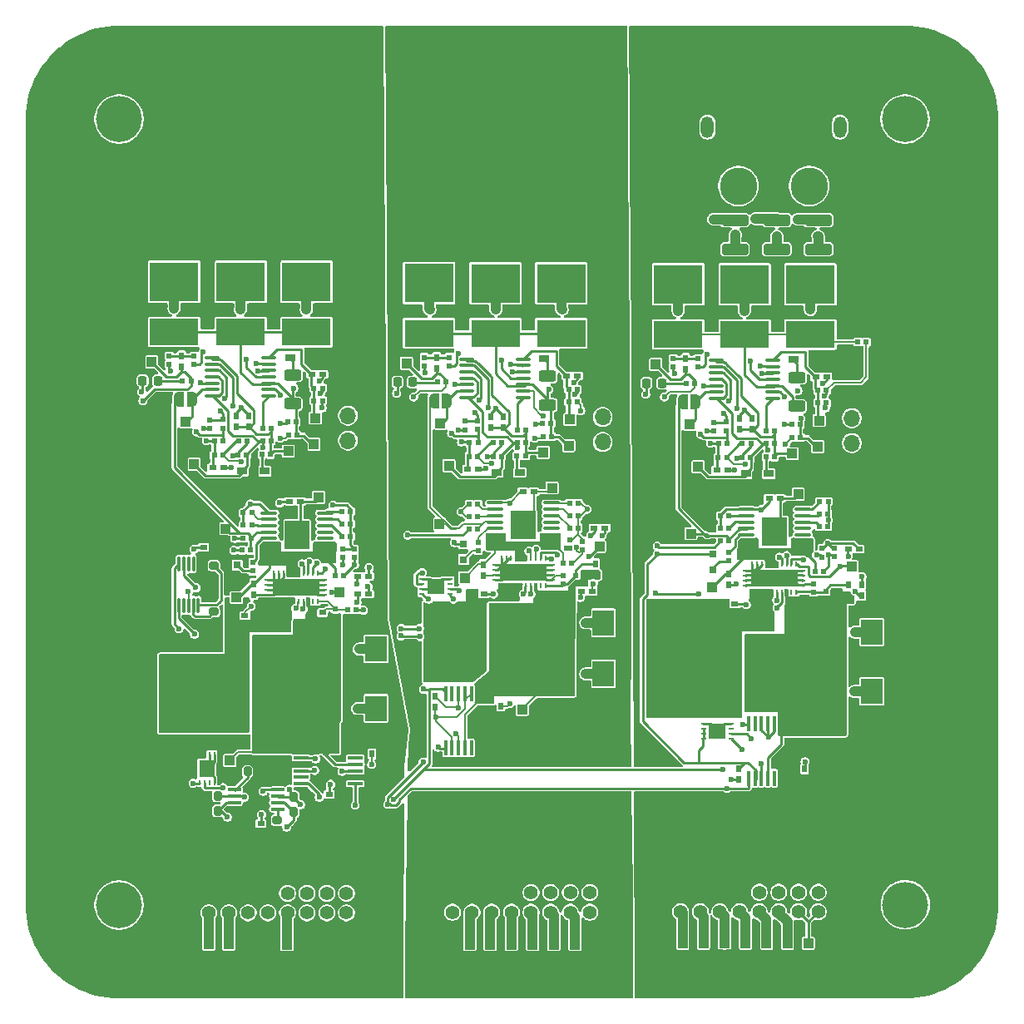
<source format=gbr>
%TF.GenerationSoftware,KiCad,Pcbnew,9.0.0*%
%TF.CreationDate,2025-07-09T13:02:27-07:00*%
%TF.ProjectId,EPS_Scales_RevF_DF11,4550535f-5363-4616-9c65-735f52657646,rev?*%
%TF.SameCoordinates,Original*%
%TF.FileFunction,Copper,L1,Top*%
%TF.FilePolarity,Positive*%
%FSLAX46Y46*%
G04 Gerber Fmt 4.6, Leading zero omitted, Abs format (unit mm)*
G04 Created by KiCad (PCBNEW 9.0.0) date 2025-07-09 13:02:27*
%MOMM*%
%LPD*%
G01*
G04 APERTURE LIST*
G04 Aperture macros list*
%AMRoundRect*
0 Rectangle with rounded corners*
0 $1 Rounding radius*
0 $2 $3 $4 $5 $6 $7 $8 $9 X,Y pos of 4 corners*
0 Add a 4 corners polygon primitive as box body*
4,1,4,$2,$3,$4,$5,$6,$7,$8,$9,$2,$3,0*
0 Add four circle primitives for the rounded corners*
1,1,$1+$1,$2,$3*
1,1,$1+$1,$4,$5*
1,1,$1+$1,$6,$7*
1,1,$1+$1,$8,$9*
0 Add four rect primitives between the rounded corners*
20,1,$1+$1,$2,$3,$4,$5,0*
20,1,$1+$1,$4,$5,$6,$7,0*
20,1,$1+$1,$6,$7,$8,$9,0*
20,1,$1+$1,$8,$9,$2,$3,0*%
%AMFreePoly0*
4,1,23,0.500000,-0.750000,0.000000,-0.750000,0.000000,-0.745722,-0.065263,-0.745722,-0.191342,-0.711940,-0.304381,-0.646677,-0.396677,-0.554381,-0.461940,-0.441342,-0.495722,-0.315263,-0.495722,-0.250000,-0.500000,-0.250000,-0.500000,0.250000,-0.495722,0.250000,-0.495722,0.315263,-0.461940,0.441342,-0.396677,0.554381,-0.304381,0.646677,-0.191342,0.711940,-0.065263,0.745722,0.000000,0.745722,
0.000000,0.750000,0.500000,0.750000,0.500000,-0.750000,0.500000,-0.750000,$1*%
%AMFreePoly1*
4,1,23,0.000000,0.745722,0.065263,0.745722,0.191342,0.711940,0.304381,0.646677,0.396677,0.554381,0.461940,0.441342,0.495722,0.315263,0.495722,0.250000,0.500000,0.250000,0.500000,-0.250000,0.495722,-0.250000,0.495722,-0.315263,0.461940,-0.441342,0.396677,-0.554381,0.304381,-0.646677,0.191342,-0.711940,0.065263,-0.745722,0.000000,-0.745722,0.000000,-0.750000,-0.500000,-0.750000,
-0.500000,0.750000,0.000000,0.750000,0.000000,0.745722,0.000000,0.745722,$1*%
G04 Aperture macros list end*
%TA.AperFunction,SMDPad,CuDef*%
%ADD10R,1.000000X1.000000*%
%TD*%
%TA.AperFunction,SMDPad,CuDef*%
%ADD11R,0.570000X0.540000*%
%TD*%
%TA.AperFunction,SMDPad,CuDef*%
%ADD12R,0.540000X0.790000*%
%TD*%
%TA.AperFunction,SMDPad,CuDef*%
%ADD13R,0.540000X0.570000*%
%TD*%
%TA.AperFunction,SMDPad,CuDef*%
%ADD14R,0.790000X0.540000*%
%TD*%
%TA.AperFunction,ComponentPad*%
%ADD15C,4.700000*%
%TD*%
%TA.AperFunction,SMDPad,CuDef*%
%ADD16R,0.580000X0.280000*%
%TD*%
%TA.AperFunction,SMDPad,CuDef*%
%ADD17R,1.750000X1.630000*%
%TD*%
%TA.AperFunction,SMDPad,CuDef*%
%ADD18RoundRect,0.218750X-0.218750X-0.256250X0.218750X-0.256250X0.218750X0.256250X-0.218750X0.256250X0*%
%TD*%
%TA.AperFunction,ComponentPad*%
%ADD19R,1.400000X1.400000*%
%TD*%
%TA.AperFunction,ComponentPad*%
%ADD20C,1.400000*%
%TD*%
%TA.AperFunction,SMDPad,CuDef*%
%ADD21RoundRect,0.100000X0.637500X0.100000X-0.637500X0.100000X-0.637500X-0.100000X0.637500X-0.100000X0*%
%TD*%
%TA.AperFunction,SMDPad,CuDef*%
%ADD22R,1.000000X0.750000*%
%TD*%
%TA.AperFunction,SMDPad,CuDef*%
%ADD23R,5.000000X2.800000*%
%TD*%
%TA.AperFunction,SMDPad,CuDef*%
%ADD24R,5.000000X4.000000*%
%TD*%
%TA.AperFunction,SMDPad,CuDef*%
%ADD25RoundRect,0.250000X-0.625000X0.312500X-0.625000X-0.312500X0.625000X-0.312500X0.625000X0.312500X0*%
%TD*%
%TA.AperFunction,SMDPad,CuDef*%
%ADD26R,3.020000X7.500000*%
%TD*%
%TA.AperFunction,SMDPad,CuDef*%
%ADD27R,0.800000X0.800000*%
%TD*%
%TA.AperFunction,SMDPad,CuDef*%
%ADD28RoundRect,0.200000X-0.200000X-0.275000X0.200000X-0.275000X0.200000X0.275000X-0.200000X0.275000X0*%
%TD*%
%TA.AperFunction,SMDPad,CuDef*%
%ADD29RoundRect,0.250000X-1.100000X0.325000X-1.100000X-0.325000X1.100000X-0.325000X1.100000X0.325000X0*%
%TD*%
%TA.AperFunction,SMDPad,CuDef*%
%ADD30O,1.750000X0.340000*%
%TD*%
%TA.AperFunction,SMDPad,CuDef*%
%ADD31R,2.500000X2.900000*%
%TD*%
%TA.AperFunction,SMDPad,CuDef*%
%ADD32FreePoly0,180.000000*%
%TD*%
%TA.AperFunction,SMDPad,CuDef*%
%ADD33FreePoly1,180.000000*%
%TD*%
%TA.AperFunction,ComponentPad*%
%ADD34R,1.700000X1.700000*%
%TD*%
%TA.AperFunction,ComponentPad*%
%ADD35O,1.700000X1.700000*%
%TD*%
%TA.AperFunction,SMDPad,CuDef*%
%ADD36RoundRect,0.200000X0.275000X-0.200000X0.275000X0.200000X-0.275000X0.200000X-0.275000X-0.200000X0*%
%TD*%
%TA.AperFunction,SMDPad,CuDef*%
%ADD37R,0.280000X0.580000*%
%TD*%
%TA.AperFunction,SMDPad,CuDef*%
%ADD38R,4.750000X1.700000*%
%TD*%
%TA.AperFunction,SMDPad,CuDef*%
%ADD39RoundRect,0.200000X0.200000X0.275000X-0.200000X0.275000X-0.200000X-0.275000X0.200000X-0.275000X0*%
%TD*%
%TA.AperFunction,SMDPad,CuDef*%
%ADD40R,3.800000X4.800000*%
%TD*%
%TA.AperFunction,SMDPad,CuDef*%
%ADD41R,0.360000X1.560000*%
%TD*%
%TA.AperFunction,SMDPad,CuDef*%
%ADD42R,2.190000X2.590000*%
%TD*%
%TA.AperFunction,SMDPad,CuDef*%
%ADD43RoundRect,0.200000X-0.275000X0.200000X-0.275000X-0.200000X0.275000X-0.200000X0.275000X0.200000X0*%
%TD*%
%TA.AperFunction,SMDPad,CuDef*%
%ADD44R,1.630000X1.750000*%
%TD*%
%TA.AperFunction,ComponentPad*%
%ADD45O,1.300000X2.200000*%
%TD*%
%TA.AperFunction,ComponentPad*%
%ADD46C,3.800000*%
%TD*%
%TA.AperFunction,SMDPad,CuDef*%
%ADD47R,2.900000X5.400000*%
%TD*%
%TA.AperFunction,SMDPad,CuDef*%
%ADD48R,1.560000X0.360000*%
%TD*%
%TA.AperFunction,SMDPad,CuDef*%
%ADD49O,1.450000X0.380000*%
%TD*%
%TA.AperFunction,SMDPad,CuDef*%
%ADD50O,0.280000X1.620000*%
%TD*%
%TA.AperFunction,ViaPad*%
%ADD51C,0.600000*%
%TD*%
%TA.AperFunction,ViaPad*%
%ADD52C,0.800000*%
%TD*%
%TA.AperFunction,Conductor*%
%ADD53C,0.250000*%
%TD*%
%TA.AperFunction,Conductor*%
%ADD54C,0.200000*%
%TD*%
%TA.AperFunction,Conductor*%
%ADD55C,1.000000*%
%TD*%
G04 APERTURE END LIST*
D10*
%TO.P,TP5,1,1*%
%TO.N,/Perif_Subsystem/WD_Perif/WDT-VIN*%
X205782000Y-70241500D03*
%TD*%
D11*
%TO.P,R171,1*%
%TO.N,Net-(U11C-+)*%
X172129500Y-71186750D03*
%TO.P,R171,2*%
%TO.N,Net-(D18-C)*%
X172989500Y-71186750D03*
%TD*%
D10*
%TO.P,TP10,1,1*%
%TO.N,Net-(U17-VOUT)*%
X171958000Y-85699600D03*
%TD*%
%TO.P,TP17,1,1*%
%TO.N,Net-(CN1-Pad6)*%
X197781000Y-121031000D03*
%TD*%
%TO.P,TP63,1,1*%
%TO.N,Net-(JP4-A)*%
X166768000Y-67819250D03*
%TD*%
D11*
%TO.P,R158,1*%
%TO.N,Net-(U11D--)*%
X169706500Y-71218750D03*
%TO.P,R158,2*%
%TO.N,Net-(R157-Pad1)*%
X170566500Y-71218750D03*
%TD*%
%TO.P,R155,1*%
%TO.N,Net-(U10C-+)*%
X223420500Y-71439500D03*
%TO.P,R155,2*%
%TO.N,Net-(D15-C)*%
X224280500Y-71439500D03*
%TD*%
D12*
%TO.P,C36,1*%
%TO.N,Net-(U12-VOUT)*%
X197104000Y-82339000D03*
%TO.P,C36,2*%
%TO.N,GND*%
X197104000Y-83439000D03*
%TD*%
D13*
%TO.P,R64,1*%
%TO.N,Net-(U3-EN{slash}UV)*%
X183983200Y-81648800D03*
%TO.P,R64,2*%
%TO.N,GND*%
X183983200Y-80788800D03*
%TD*%
D14*
%TO.P,C25,1*%
%TO.N,Net-(U3-TR{slash}SS)*%
X184296800Y-83528400D03*
%TO.P,C25,2*%
%TO.N,GND*%
X185396800Y-83528400D03*
%TD*%
D15*
%TO.P,J3,1,1*%
%TO.N,GND*%
X160012800Y-37000000D03*
%TD*%
D10*
%TO.P,TP61,1,1*%
%TO.N,Net-(U11C--)*%
X177245500Y-70803750D03*
%TD*%
D13*
%TO.P,R127,1*%
%TO.N,/Perif_Subsystem/WD_Perif/WDT-VP*%
X196480000Y-67721000D03*
%TO.P,R127,2*%
%TO.N,Net-(U6B--)*%
X196480000Y-68581000D03*
%TD*%
D16*
%TO.P,U18,1,SDA*%
%TO.N,SDA*%
X222320000Y-100025000D03*
%TO.P,U18,2,SCL*%
%TO.N,SCL*%
X222320000Y-99525000D03*
%TO.P,U18,3,Alert*%
%TO.N,unconnected-(U18-Alert-Pad3)*%
X222320000Y-99025000D03*
%TO.P,U18,4,GND*%
%TO.N,GND*%
X222320000Y-98525000D03*
%TO.P,U18,5,A2*%
X219480000Y-98525000D03*
%TO.P,U18,6,A1*%
%TO.N,+3.3V_OBC*%
X219480000Y-99025000D03*
%TO.P,U18,7,A0*%
X219480000Y-99525000D03*
%TO.P,U18,8,VDD*%
X219480000Y-100025000D03*
D17*
%TO.P,U18,9,EP*%
%TO.N,GND*%
X220900000Y-99275000D03*
%TD*%
D18*
%TO.P,D14,1,K*%
%TO.N,GND*%
X213700500Y-63875750D03*
%TO.P,D14,2,A*%
%TO.N,Net-(D14-A)*%
X215275500Y-63875750D03*
%TD*%
D14*
%TO.P,C29,1*%
%TO.N,+3.3V_OBC*%
X169699600Y-80582000D03*
%TO.P,C29,2*%
%TO.N,GND*%
X168599600Y-80582000D03*
%TD*%
D19*
%TO.P,CN1,1,1*%
%TO.N,+5V_Perif*%
X193941000Y-115729000D03*
D20*
%TO.P,CN1,2,2*%
%TO.N,unconnected-(CN1-Pad2)*%
X193941000Y-117729000D03*
%TO.P,CN1,3,3*%
%TO.N,+5V_Perif*%
X195941000Y-115729000D03*
%TO.P,CN1,4,4*%
%TO.N,Net-(CN1-Pad4)*%
X195941000Y-117729000D03*
%TO.P,CN1,5,5*%
%TO.N,+5V_Perif*%
X197941000Y-115729000D03*
%TO.P,CN1,6,6*%
%TO.N,Net-(CN1-Pad6)*%
X197941000Y-117729000D03*
%TO.P,CN1,7,7*%
%TO.N,+5V_Perif*%
X199941000Y-115729000D03*
%TO.P,CN1,8,8*%
%TO.N,Net-(CN1-Pad8)*%
X199941000Y-117729000D03*
%TO.P,CN1,9,9*%
%TO.N,GND*%
X201941000Y-115729000D03*
%TO.P,CN1,10,10*%
%TO.N,Net-(CN1-Pad10)*%
X201941000Y-117729000D03*
%TO.P,CN1,11,11*%
%TO.N,GND*%
X203941000Y-115729000D03*
%TO.P,CN1,12,12*%
%TO.N,Net-(CN1-Pad12)*%
X203941000Y-117729000D03*
%TO.P,CN1,13,13*%
%TO.N,GND*%
X205941000Y-115729000D03*
%TO.P,CN1,14,14*%
%TO.N,Net-(CN1-Pad14)*%
X205941000Y-117729000D03*
%TO.P,CN1,15,15*%
%TO.N,GND*%
X207941000Y-115729000D03*
%TO.P,CN1,16,16*%
%TO.N,WDT_WDI_Perif*%
X207941000Y-117729000D03*
%TD*%
D14*
%TO.P,C27,1*%
%TO.N,Net-(U3-BST)*%
X172807200Y-87541600D03*
%TO.P,C27,2*%
%TO.N,Net-(U3-SW)*%
X171707200Y-87541600D03*
%TD*%
D21*
%TO.P,U11,1*%
%TO.N,Net-(R167-Pad2)*%
X175218500Y-65197250D03*
%TO.P,U11,2*%
%TO.N,Net-(R165-Pad2)*%
X175218500Y-64547250D03*
%TO.P,U11,3,V+*%
%TO.N,/OBC_Subsystem/WD_OBC/WDT-VIN*%
X175218500Y-63897250D03*
%TO.P,U11,4,-*%
%TO.N,Net-(U11A--)*%
X175218500Y-63247250D03*
%TO.P,U11,5,+*%
%TO.N,/OBC_Subsystem/WD_OBC/WDT-VP*%
X175218500Y-62597250D03*
%TO.P,U11,6,-*%
%TO.N,Net-(U11B--)*%
X175218500Y-61947250D03*
%TO.P,U11,7,+*%
%TO.N,Net-(U11B-+)*%
X175218500Y-61297250D03*
%TO.P,U11,8,-*%
%TO.N,Net-(U11C--)*%
X169493500Y-61297250D03*
%TO.P,U11,9,+*%
%TO.N,Net-(U11C-+)*%
X169493500Y-61947250D03*
%TO.P,U11,10,-*%
%TO.N,Net-(U11D--)*%
X169493500Y-62597250D03*
%TO.P,U11,11,+*%
%TO.N,Net-(D18-C)*%
X169493500Y-63247250D03*
%TO.P,U11,12,V-*%
%TO.N,GND*%
X169493500Y-63897250D03*
%TO.P,U11,13*%
%TO.N,Net-(JP4-A)*%
X169493500Y-64547250D03*
%TO.P,U11,14*%
%TO.N,Net-(D18-C)*%
X169493500Y-65197250D03*
%TD*%
D11*
%TO.P,R166,1*%
%TO.N,/OBC_Subsystem/WD_OBC/WDT-VIN*%
X180709000Y-64379250D03*
%TO.P,R166,2*%
%TO.N,Net-(U11B-+)*%
X179849000Y-64379250D03*
%TD*%
%TO.P,R165,1*%
%TO.N,Net-(U11B-+)*%
X179849000Y-65649250D03*
%TO.P,R165,2*%
%TO.N,Net-(R165-Pad2)*%
X180709000Y-65649250D03*
%TD*%
D10*
%TO.P,TP31,1,1*%
%TO.N,+V_Batt*%
X180325600Y-75502000D03*
%TD*%
D18*
%TO.P,D13,1,K*%
%TO.N,GND*%
X188342500Y-63759250D03*
%TO.P,D13,2,A*%
%TO.N,Net-(D13-A)*%
X189917500Y-63759250D03*
%TD*%
D13*
%TO.P,R93,1*%
%TO.N,Net-(U1-RT)*%
X231523600Y-81571200D03*
%TO.P,R93,2*%
%TO.N,GND*%
X231523600Y-80711200D03*
%TD*%
D11*
%TO.P,R60,1*%
%TO.N,Net-(U17-SEL2)*%
X182716800Y-78194400D03*
%TO.P,R60,2*%
%TO.N,GND*%
X183576800Y-78194400D03*
%TD*%
D10*
%TO.P,TP30,1,1*%
%TO.N,/Jetson_Subsystem/WD_Jetson/WDT-VIN*%
X231140000Y-70358000D03*
%TD*%
D11*
%TO.P,R28,1*%
%TO.N,GND*%
X221214800Y-77382000D03*
%TO.P,R28,2*%
%TO.N,Net-(U15-SNS)*%
X222074800Y-77382000D03*
%TD*%
D22*
%TO.P,D7,1,C*%
%TO.N,Net-(D7-C)*%
X228644000Y-61457000D03*
%TO.P,D7,2,A*%
%TO.N,+20V_Jetson*%
X230984000Y-61457000D03*
%TD*%
%TO.P,D10,1,C*%
%TO.N,Net-(D10-C)*%
X177442800Y-61264800D03*
%TO.P,D10,2,A*%
%TO.N,+3.3V_OBC*%
X179782800Y-61264800D03*
%TD*%
D10*
%TO.P,TP40,1,1*%
%TO.N,Net-(U12-VOUT)*%
X195199000Y-83693000D03*
%TD*%
D23*
%TO.P,C43,1,1*%
%TO.N,/Perif_Subsystem/WD_Perif/WDT-VIN*%
X198331000Y-58811500D03*
D24*
%TO.P,C43,2,2*%
%TO.N,GND*%
X198331000Y-53711500D03*
%TD*%
D11*
%TO.P,R134,1*%
%TO.N,Net-(U6C--)*%
X201400500Y-68654000D03*
%TO.P,R134,2*%
%TO.N,Net-(R134-Pad2)*%
X200540500Y-68654000D03*
%TD*%
D25*
%TO.P,R86,1*%
%TO.N,Net-(D7-C)*%
X228981000Y-63296500D03*
%TO.P,R86,2*%
%TO.N,Net-(U10E-V+)*%
X228981000Y-66221500D03*
%TD*%
D11*
%TO.P,R151,1*%
%TO.N,Net-(U10C--)*%
X226758500Y-68770500D03*
%TO.P,R151,2*%
%TO.N,Net-(R151-Pad2)*%
X225898500Y-68770500D03*
%TD*%
%TO.P,R143,1*%
%TO.N,Net-(U10B--)*%
X221903500Y-70040500D03*
%TO.P,R143,2*%
%TO.N,Net-(U10D--)*%
X221043500Y-70040500D03*
%TD*%
%TO.P,R73,1*%
%TO.N,~{WD_EN_PERIF}*%
X196469000Y-78740000D03*
%TO.P,R73,2*%
%TO.N,OBC_EN_PERIF*%
X195609000Y-78740000D03*
%TD*%
D26*
%TO.P,L3,1,1*%
%TO.N,Net-(U13-SW)*%
X192758000Y-90322400D03*
%TO.P,L3,2,2*%
%TO.N,Net-(U13-BIAS)*%
X199418000Y-90322400D03*
%TD*%
D22*
%TO.P,D6,1,C*%
%TO.N,Net-(D6-C)*%
X203286000Y-61340500D03*
%TO.P,D6,2,A*%
%TO.N,+5V_Perif*%
X205626000Y-61340500D03*
%TD*%
D13*
%TO.P,R160,1*%
%TO.N,/OBC_Subsystem/WD_OBC/WDT-VP*%
X170547000Y-67584750D03*
%TO.P,R160,2*%
%TO.N,Net-(U11B--)*%
X170547000Y-68444750D03*
%TD*%
D23*
%TO.P,C51,1,1*%
%TO.N,Net-(U10E-V+)*%
X230378000Y-58928000D03*
D24*
%TO.P,C51,2,2*%
%TO.N,GND*%
X230378000Y-53828000D03*
%TD*%
D27*
%TO.P,D17,1,K*%
%TO.N,Net-(D17-K)*%
X172045200Y-82385600D03*
%TO.P,D17,2,A*%
%TO.N,+3.3V_OBC*%
X172045200Y-83985600D03*
%TD*%
D13*
%TO.P,R129,1*%
%TO.N,GND*%
X191050000Y-62113500D03*
%TO.P,R129,2*%
%TO.N,Net-(C68-Pad2)*%
X191050000Y-61253500D03*
%TD*%
D11*
%TO.P,R78,1*%
%TO.N,GND*%
X206756000Y-76073000D03*
%TO.P,R78,2*%
%TO.N,Net-(U12-DIA_EN)*%
X205896000Y-76073000D03*
%TD*%
D12*
%TO.P,C81,1*%
%TO.N,GND*%
X173181500Y-67205750D03*
%TO.P,C81,2*%
%TO.N,Net-(U11C--)*%
X173181500Y-68305750D03*
%TD*%
D10*
%TO.P,TP21,1,1*%
%TO.N,Net-(CN1-Pad14)*%
X206417000Y-121031000D03*
%TD*%
D18*
%TO.P,D16,1,K*%
%TO.N,GND*%
X162409500Y-63623000D03*
%TO.P,D16,2,A*%
%TO.N,Net-(D16-A)*%
X163984500Y-63623000D03*
%TD*%
D11*
%TO.P,R149,1*%
%TO.N,Net-(U10B-+)*%
X231140000Y-65902000D03*
%TO.P,R149,2*%
%TO.N,Net-(R149-Pad2)*%
X232000000Y-65902000D03*
%TD*%
D28*
%TO.P,R47,1*%
%TO.N,+3.3V_OBC*%
X168408600Y-107413200D03*
%TO.P,R47,2*%
%TO.N,OBC SDA*%
X170058600Y-107413200D03*
%TD*%
D23*
%TO.P,C63,1,1*%
%TO.N,/OBC_Subsystem/WD_OBC/WDT-VIN*%
X165625000Y-58660250D03*
D24*
%TO.P,C63,2,2*%
%TO.N,GND*%
X165625000Y-53560250D03*
%TD*%
D11*
%TO.P,R124,1*%
%TO.N,Net-(R124-Pad1)*%
X203164000Y-69331500D03*
%TO.P,R124,2*%
%TO.N,/Perif_Subsystem/WD_Perif/WDT-VIN*%
X204024000Y-69331500D03*
%TD*%
%TO.P,R125,1*%
%TO.N,Net-(U6D--)*%
X195639500Y-71355000D03*
%TO.P,R125,2*%
%TO.N,Net-(R124-Pad1)*%
X196499500Y-71355000D03*
%TD*%
%TO.P,R88,1*%
%TO.N,Net-(U15-DIA_EN)*%
X231324000Y-75908800D03*
%TO.P,R88,2*%
%TO.N,GND*%
X232184000Y-75908800D03*
%TD*%
D14*
%TO.P,C38,1*%
%TO.N,Net-(U13-TR{slash}SS)*%
X208365000Y-78613000D03*
%TO.P,C38,2*%
%TO.N,GND*%
X209465000Y-78613000D03*
%TD*%
D10*
%TO.P,TP9,1,1*%
%TO.N,Net-(D8-C)*%
X193590000Y-72273500D03*
%TD*%
D29*
%TO.P,C2,1*%
%TO.N,+V_Batt*%
X226949000Y-47293000D03*
%TO.P,C2,2*%
%TO.N,GND*%
X226949000Y-50243000D03*
%TD*%
D13*
%TO.P,R56,1*%
%TO.N,Net-(U1-FB)*%
X230710800Y-85178000D03*
%TO.P,R56,2*%
%TO.N,GND*%
X230710800Y-84318000D03*
%TD*%
%TO.P,R62,1*%
%TO.N,Net-(U3-RT)*%
X182764000Y-81645200D03*
%TO.P,R62,2*%
%TO.N,GND*%
X182764000Y-80785200D03*
%TD*%
D30*
%TO.P,U17,1,GND*%
%TO.N,GND*%
X175271200Y-77082800D03*
%TO.P,U17,2,SNS*%
%TO.N,Net-(U17-SNS)*%
X175271200Y-77732800D03*
%TO.P,U17,3,LATCH*%
%TO.N,Net-(U17-LATCH)*%
X175271200Y-78382800D03*
%TO.P,U17,4,EN*%
%TO.N,~{WD_EN_OBC}*%
X175271200Y-79042800D03*
%TO.P,U17,5,~{ST}*%
%TO.N,Net-(U17-~{ST})*%
X175271200Y-79692800D03*
%TO.P,U17,6,VOUT*%
%TO.N,Net-(U17-VOUT)*%
X175271200Y-80342800D03*
X175271200Y-80992800D03*
X175271200Y-81642800D03*
X181011200Y-80342800D03*
X181011200Y-80992800D03*
X181011200Y-81642800D03*
%TO.P,U17,12,NC*%
%TO.N,unconnected-(U17-NC-Pad12)*%
X181011200Y-79692800D03*
%TO.P,U17,13,NC*%
%TO.N,unconnected-(U17-NC-Pad13)*%
X181011200Y-79042800D03*
%TO.P,U17,14,SEL1*%
%TO.N,Net-(U17-SEL1)*%
X181011200Y-78382800D03*
%TO.P,U17,15,SEL2*%
%TO.N,Net-(U17-SEL2)*%
X181011200Y-77732800D03*
%TO.P,U17,16,DIA_EN*%
%TO.N,Net-(U17-DIA_EN)*%
X181011200Y-77082800D03*
D31*
%TO.P,U17,17,VBB*%
%TO.N,+V_Batt*%
X178141200Y-79362800D03*
%TD*%
D10*
%TO.P,TP2,1,1*%
%TO.N,Net-(J6-Pad8)*%
X223771800Y-120878200D03*
%TD*%
D23*
%TO.P,C50,1,1*%
%TO.N,Net-(U10E-V+)*%
X216916000Y-58913000D03*
D24*
%TO.P,C50,2,2*%
%TO.N,GND*%
X216916000Y-53813000D03*
%TD*%
D11*
%TO.P,R132,1*%
%TO.N,Net-(U6B-+)*%
X205782000Y-65785500D03*
%TO.P,R132,2*%
%TO.N,Net-(R132-Pad2)*%
X206642000Y-65785500D03*
%TD*%
D15*
%TO.P,J2,1,1*%
%TO.N,GND*%
X160012800Y-117000000D03*
%TD*%
D10*
%TO.P,TP39,1,1*%
%TO.N,+V_Batt*%
X204089000Y-74549000D03*
%TD*%
D11*
%TO.P,R131,1*%
%TO.N,Net-(D13-A)*%
X192398000Y-63764500D03*
%TO.P,R131,2*%
%TO.N,WDT_WDI_Perif*%
X193258000Y-63764500D03*
%TD*%
D10*
%TO.P,TP43,1,1*%
%TO.N,+5V_Perif*%
X199262000Y-99579000D03*
%TD*%
D32*
%TO.P,JP2,1,A*%
%TO.N,Net-(JP2-A)*%
X193351000Y-65669500D03*
D33*
%TO.P,JP2,2,B*%
%TO.N,~{WD_EN_PERIF}*%
X192051000Y-65669500D03*
%TD*%
D13*
%TO.P,R104,1*%
%TO.N,Net-(U13-FB)*%
X205232000Y-84299000D03*
%TO.P,R104,2*%
%TO.N,GND*%
X205232000Y-83439000D03*
%TD*%
D12*
%TO.P,C73,1*%
%TO.N,WDT_WDI_Jetson*%
X217678000Y-62470000D03*
%TO.P,C73,2*%
%TO.N,Net-(C73-Pad2)*%
X217678000Y-61370000D03*
%TD*%
%TO.P,C78,1*%
%TO.N,Net-(U1-INTVCC)*%
X235587600Y-85492400D03*
%TO.P,C78,2*%
%TO.N,GND*%
X235587600Y-84392400D03*
%TD*%
D14*
%TO.P,C74,1*%
%TO.N,GND*%
X232035000Y-63235000D03*
%TO.P,C74,2*%
%TO.N,Net-(U10B-+)*%
X230935000Y-63235000D03*
%TD*%
D10*
%TO.P,TP15,1,1*%
%TO.N,Net-(JP2-A)*%
X192701000Y-67955500D03*
%TD*%
D11*
%TO.P,R61,1*%
%TO.N,Net-(U17-SEL1)*%
X182713200Y-79464400D03*
%TO.P,R61,2*%
%TO.N,GND*%
X183573200Y-79464400D03*
%TD*%
D25*
%TO.P,R85,1*%
%TO.N,Net-(D6-C)*%
X203623000Y-63180000D03*
%TO.P,R85,2*%
%TO.N,/Perif_Subsystem/WD_Perif/WDT-VIN*%
X203623000Y-66105000D03*
%TD*%
D10*
%TO.P,TP19,1,1*%
%TO.N,Net-(CN1-Pad10)*%
X202099000Y-121031000D03*
%TD*%
D30*
%TO.P,U12,1,GND*%
%TO.N,GND*%
X198298000Y-76062500D03*
%TO.P,U12,2,SNS*%
%TO.N,Net-(U12-SNS)*%
X198298000Y-76712500D03*
%TO.P,U12,3,LATCH*%
%TO.N,Net-(U12-LATCH)*%
X198298000Y-77362500D03*
%TO.P,U12,4,EN*%
%TO.N,~{WD_EN_PERIF}*%
X198298000Y-78022500D03*
%TO.P,U12,5,~{ST}*%
%TO.N,Net-(U12-~{ST})*%
X198298000Y-78672500D03*
%TO.P,U12,6,VOUT*%
%TO.N,Net-(U12-VOUT)*%
X198298000Y-79322500D03*
X198298000Y-79972500D03*
X198298000Y-80622500D03*
X204038000Y-79322500D03*
X204038000Y-79972500D03*
X204038000Y-80622500D03*
%TO.P,U12,12,NC*%
%TO.N,unconnected-(U12-NC-Pad12)*%
X204038000Y-78672500D03*
%TO.P,U12,13,NC*%
%TO.N,unconnected-(U12-NC-Pad13)*%
X204038000Y-78022500D03*
%TO.P,U12,14,SEL1*%
%TO.N,Net-(U12-SEL1)*%
X204038000Y-77362500D03*
%TO.P,U12,15,SEL2*%
%TO.N,Net-(U12-SEL2)*%
X204038000Y-76712500D03*
%TO.P,U12,16,DIA_EN*%
%TO.N,Net-(U12-DIA_EN)*%
X204038000Y-76062500D03*
D31*
%TO.P,U12,17,VBB*%
%TO.N,+V_Batt*%
X201168000Y-78342500D03*
%TD*%
D11*
%TO.P,R168,1*%
%TO.N,Net-(R157-Pad1)*%
X172165500Y-69787750D03*
%TO.P,R168,2*%
%TO.N,Net-(U11C-+)*%
X173025500Y-69787750D03*
%TD*%
D14*
%TO.P,C28,1*%
%TO.N,Net-(U3-INTVCC)*%
X184296800Y-85357200D03*
%TO.P,C28,2*%
%TO.N,GND*%
X185396800Y-85357200D03*
%TD*%
D34*
%TO.P,J8,1,Pin_1*%
%TO.N,+20V_Jetson*%
X234594000Y-62367000D03*
D35*
%TO.P,J8,2,Pin_2*%
X234594000Y-64907000D03*
%TO.P,J8,3,Pin_3*%
%TO.N,GND*%
X234594000Y-67447000D03*
%TO.P,J8,4,Pin_4*%
X234594000Y-69987000D03*
%TD*%
D10*
%TO.P,TP42,1,1*%
%TO.N,Net-(U13-BIAS)*%
X201066400Y-97078800D03*
%TD*%
D13*
%TO.P,R77,1*%
%TO.N,Net-(D9-K)*%
X196596000Y-80948000D03*
%TO.P,R77,2*%
%TO.N,Net-(U12-~{ST})*%
X196596000Y-80088000D03*
%TD*%
D36*
%TO.P,R35,1*%
%TO.N,+3.3V_OBC*%
X169657600Y-84099400D03*
%TO.P,R35,2*%
%TO.N,Net-(U7-SET)*%
X169657600Y-82449400D03*
%TD*%
D12*
%TO.P,C75,1*%
%TO.N,GND*%
X223202500Y-67458500D03*
%TO.P,C75,2*%
%TO.N,Net-(U10C--)*%
X223202500Y-68558500D03*
%TD*%
D11*
%TO.P,R81,1*%
%TO.N,Net-(U12-VOUT)*%
X205232000Y-82169000D03*
%TO.P,R81,2*%
%TO.N,Net-(U13-EN{slash}UV)*%
X206092000Y-82169000D03*
%TD*%
D13*
%TO.P,R80,1*%
%TO.N,Net-(U13-EN{slash}UV)*%
X207137000Y-80821000D03*
%TO.P,R80,2*%
%TO.N,GND*%
X207137000Y-79961000D03*
%TD*%
D37*
%TO.P,U13,1,SYNC*%
%TO.N,SYNC_PHASE2*%
X203419000Y-81687000D03*
%TO.P,U13,2,TR/SS*%
%TO.N,Net-(U13-TR{slash}SS)*%
X202919000Y-81687000D03*
%TO.P,U13,3,RT*%
%TO.N,Net-(U13-RT)*%
X202419000Y-81687000D03*
%TO.P,U13,4,EN/UV*%
%TO.N,Net-(U13-EN{slash}UV)*%
X201919000Y-81687000D03*
%TO.P,U13,5,VIN*%
%TO.N,Net-(U12-VOUT)*%
X201419000Y-81687000D03*
X200919000Y-81687000D03*
X200419000Y-81687000D03*
%TO.P,U13,8,PGND*%
%TO.N,GND*%
X199919000Y-81687000D03*
X199419000Y-81687000D03*
X198919000Y-81687000D03*
D38*
%TO.P,U13,11,GND*%
X201169000Y-83107000D03*
D16*
X198249000Y-83857000D03*
X198249000Y-83357000D03*
X198249000Y-82857000D03*
X198249000Y-82357000D03*
D37*
%TO.P,U13,15,SW*%
%TO.N,Net-(U13-SW)*%
X200919000Y-84527000D03*
X200419000Y-84527000D03*
X199919000Y-84527000D03*
X199419000Y-84527000D03*
X198919000Y-84527000D03*
%TO.P,U13,20,BST*%
%TO.N,Net-(U13-BST)*%
X201419000Y-84527000D03*
%TO.P,U13,21,INTVCC*%
%TO.N,Net-(U13-INTVCC)*%
X201919000Y-84527000D03*
%TO.P,U13,22,BIAS*%
%TO.N,Net-(U13-BIAS)*%
X202419000Y-84527000D03*
%TO.P,U13,23,PG*%
%TO.N,unconnected-(U13-PG-Pad23)*%
X202919000Y-84527000D03*
%TO.P,U13,24,FB*%
%TO.N,Net-(U13-FB)*%
X203419000Y-84527000D03*
D16*
%TO.P,U13,25,NC*%
%TO.N,GND*%
X204089000Y-83857000D03*
X204089000Y-83357000D03*
X204089000Y-82857000D03*
X204089000Y-82357000D03*
%TD*%
D11*
%TO.P,R57,1*%
%TO.N,GND*%
X172654800Y-77076800D03*
%TO.P,R57,2*%
%TO.N,Net-(U17-SNS)*%
X173514800Y-77076800D03*
%TD*%
%TO.P,R72,1*%
%TO.N,GND*%
X195662770Y-77470000D03*
%TO.P,R72,2*%
%TO.N,Net-(U12-LATCH)*%
X196522770Y-77470000D03*
%TD*%
D14*
%TO.P,C47,1*%
%TO.N,Net-(U1-TR{slash}SS)*%
X234224800Y-80785600D03*
%TO.P,C47,2*%
%TO.N,GND*%
X235324800Y-80785600D03*
%TD*%
D10*
%TO.P,TP56,1,1*%
%TO.N,Net-(U10C--)*%
X228536500Y-71056500D03*
%TD*%
%TO.P,TP44,1,1*%
%TO.N,Net-(J6-Pad2)*%
X217371000Y-120878200D03*
%TD*%
D39*
%TO.P,R46,1*%
%TO.N,+3.3V_OBC*%
X179456600Y-107514800D03*
%TO.P,R46,2*%
%TO.N,OBC SCL*%
X177806600Y-107514800D03*
%TD*%
D21*
%TO.P,U6,1*%
%TO.N,Net-(R134-Pad2)*%
X201151500Y-65333500D03*
%TO.P,U6,2*%
%TO.N,Net-(R132-Pad2)*%
X201151500Y-64683500D03*
%TO.P,U6,3,V+*%
%TO.N,/Perif_Subsystem/WD_Perif/WDT-VIN*%
X201151500Y-64033500D03*
%TO.P,U6,4,-*%
%TO.N,Net-(U6A--)*%
X201151500Y-63383500D03*
%TO.P,U6,5,+*%
%TO.N,/Perif_Subsystem/WD_Perif/WDT-VP*%
X201151500Y-62733500D03*
%TO.P,U6,6,-*%
%TO.N,Net-(U6B--)*%
X201151500Y-62083500D03*
%TO.P,U6,7,+*%
%TO.N,Net-(U6B-+)*%
X201151500Y-61433500D03*
%TO.P,U6,8,-*%
%TO.N,Net-(U6C--)*%
X195426500Y-61433500D03*
%TO.P,U6,9,+*%
%TO.N,Net-(U6C-+)*%
X195426500Y-62083500D03*
%TO.P,U6,10,-*%
%TO.N,Net-(U6D--)*%
X195426500Y-62733500D03*
%TO.P,U6,11,+*%
%TO.N,Net-(D8-C)*%
X195426500Y-63383500D03*
%TO.P,U6,12,V-*%
%TO.N,GND*%
X195426500Y-64033500D03*
%TO.P,U6,13*%
%TO.N,Net-(JP2-A)*%
X195426500Y-64683500D03*
%TO.P,U6,14*%
%TO.N,Net-(D8-C)*%
X195426500Y-65333500D03*
%TD*%
D13*
%TO.P,R29,1*%
%TO.N,Net-(D4-K)*%
X222074800Y-81977600D03*
%TO.P,R29,2*%
%TO.N,Net-(U15-~{ST})*%
X222074800Y-81117600D03*
%TD*%
D11*
%TO.P,R135,1*%
%TO.N,Net-(R124-Pad1)*%
X198098500Y-69924000D03*
%TO.P,R135,2*%
%TO.N,Net-(U6C-+)*%
X198958500Y-69924000D03*
%TD*%
D34*
%TO.P,J9,1,Pin_1*%
%TO.N,+3.3V_OBC*%
X183303000Y-62114250D03*
D35*
%TO.P,J9,2,Pin_2*%
X183303000Y-64654250D03*
%TO.P,J9,3,Pin_3*%
%TO.N,GND*%
X183303000Y-67194250D03*
%TO.P,J9,4,Pin_4*%
X183303000Y-69734250D03*
%TD*%
D40*
%TO.P,L1,1,1*%
%TO.N,Net-(U1-SW)*%
X216238800Y-92215600D03*
%TO.P,L1,2,2*%
%TO.N,Net-(U1-BIAS)*%
X226138800Y-92215600D03*
%TD*%
D11*
%TO.P,R41,1*%
%TO.N,GND*%
X172654800Y-78346800D03*
%TO.P,R41,2*%
%TO.N,Net-(U17-LATCH)*%
X173514800Y-78346800D03*
%TD*%
D41*
%TO.P,U16,1,IN+*%
%TO.N,Net-(U13-BIAS)*%
X197809200Y-95467200D03*
X197159200Y-95467200D03*
X196509200Y-95467200D03*
%TO.P,U16,4,A1*%
%TO.N,+3.3V_OBC*%
X195859200Y-95467200D03*
%TO.P,U16,5,A0*%
X195199200Y-95467200D03*
%TO.P,U16,6,GND*%
%TO.N,GND*%
X194549200Y-101027200D03*
X194549200Y-95467200D03*
%TO.P,U16,7,ALERT*%
%TO.N,unconnected-(U16-ALERT-Pad7)*%
X193899200Y-95467200D03*
%TO.P,U16,8,SDA*%
%TO.N,SDA*%
X193249200Y-95467200D03*
%TO.P,U16,9,SCL*%
%TO.N,SCL*%
X193249200Y-101027200D03*
%TO.P,U16,10,VS*%
%TO.N,+3.3V_OBC*%
X193899200Y-101027200D03*
%TO.P,U16,12,VBUS*%
%TO.N,Net-(U13-BIAS)*%
X195199200Y-101027200D03*
%TO.P,U16,13,NC*%
%TO.N,unconnected-(U16-NC-Pad13)*%
X195859200Y-101027200D03*
%TO.P,U16,14,IN-*%
%TO.N,+5V_Perif*%
X197809200Y-101027200D03*
X197159200Y-101027200D03*
X196509200Y-101027200D03*
%TD*%
D13*
%TO.P,R130,1*%
%TO.N,Net-(U6A--)*%
X193590000Y-62113500D03*
%TO.P,R130,2*%
%TO.N,Net-(C68-Pad2)*%
X193590000Y-61253500D03*
%TD*%
D11*
%TO.P,R126,1*%
%TO.N,Net-(U6B--)*%
X196545500Y-69924000D03*
%TO.P,R126,2*%
%TO.N,Net-(U6D--)*%
X195685500Y-69924000D03*
%TD*%
D42*
%TO.P,C62,1*%
%TO.N,Net-(U1-BIAS)*%
X229737600Y-95263600D03*
%TO.P,C62,2*%
%TO.N,GND*%
X236617600Y-95263600D03*
%TD*%
D37*
%TO.P,U3,1,SYNC*%
%TO.N,SYNC_PHASE1*%
X180258800Y-83223600D03*
%TO.P,U3,2,TR/SS*%
%TO.N,Net-(U3-TR{slash}SS)*%
X179758800Y-83223600D03*
%TO.P,U3,3,RT*%
%TO.N,Net-(U3-RT)*%
X179258800Y-83223600D03*
%TO.P,U3,4,EN/UV*%
%TO.N,Net-(U3-EN{slash}UV)*%
X178758800Y-83223600D03*
%TO.P,U3,5,VIN*%
%TO.N,Net-(U17-VOUT)*%
X178258800Y-83223600D03*
X177758800Y-83223600D03*
X177258800Y-83223600D03*
%TO.P,U3,8,PGND*%
%TO.N,GND*%
X176758800Y-83223600D03*
X176258800Y-83223600D03*
X175758800Y-83223600D03*
D38*
%TO.P,U3,11,GND*%
X178008800Y-84643600D03*
D16*
X175088800Y-85393600D03*
X175088800Y-84893600D03*
X175088800Y-84393600D03*
X175088800Y-83893600D03*
D37*
%TO.P,U3,15,SW*%
%TO.N,Net-(U3-SW)*%
X177758800Y-86063600D03*
X177258800Y-86063600D03*
X176758800Y-86063600D03*
X176258800Y-86063600D03*
X175758800Y-86063600D03*
%TO.P,U3,20,BST*%
%TO.N,Net-(U3-BST)*%
X178258800Y-86063600D03*
%TO.P,U3,21,INTVCC*%
%TO.N,Net-(U3-INTVCC)*%
X178758800Y-86063600D03*
%TO.P,U3,22,BIAS*%
%TO.N,Net-(U3-BIAS)*%
X179258800Y-86063600D03*
%TO.P,U3,23,PG*%
%TO.N,unconnected-(U3-PG-Pad23)*%
X179758800Y-86063600D03*
%TO.P,U3,24,FB*%
%TO.N,Net-(U3-FB)*%
X180258800Y-86063600D03*
D16*
%TO.P,U3,25,NC*%
%TO.N,GND*%
X180928800Y-85393600D03*
X180928800Y-84893600D03*
X180928800Y-84393600D03*
X180928800Y-83893600D03*
%TD*%
D14*
%TO.P,C41,1*%
%TO.N,Net-(U13-INTVCC)*%
X207069600Y-85090000D03*
%TO.P,C41,2*%
%TO.N,GND*%
X208169600Y-85090000D03*
%TD*%
D32*
%TO.P,JP3,1,A*%
%TO.N,Net-(JP3-A)*%
X218709000Y-65786000D03*
D33*
%TO.P,JP3,2,B*%
%TO.N,~{WD_EN_JETSON}*%
X217409000Y-65786000D03*
%TD*%
D10*
%TO.P,TP33,1,1*%
%TO.N,Net-(U3-BIAS)*%
X171283200Y-102273600D03*
%TD*%
%TO.P,TP20,1,1*%
%TO.N,Net-(CN1-Pad12)*%
X204258000Y-121031000D03*
%TD*%
D12*
%TO.P,C76,1*%
%TO.N,GND*%
X224472500Y-67458500D03*
%TO.P,C76,2*%
%TO.N,Net-(U10C--)*%
X224472500Y-68558500D03*
%TD*%
D11*
%TO.P,R169,1*%
%TO.N,Net-(U11C--)*%
X175429500Y-71150750D03*
%TO.P,R169,2*%
%TO.N,Net-(D18-A)*%
X174569500Y-71150750D03*
%TD*%
%TO.P,R107,1*%
%TO.N,~{WD_EN_OBC}*%
X173442000Y-79667600D03*
%TO.P,R107,2*%
%TO.N,+V_Batt*%
X172582000Y-79667600D03*
%TD*%
D13*
%TO.P,R128,1*%
%TO.N,GND*%
X195189000Y-68625000D03*
%TO.P,R128,2*%
%TO.N,/Perif_Subsystem/WD_Perif/WDT-VP*%
X195189000Y-67765000D03*
%TD*%
D11*
%TO.P,R153,1*%
%TO.N,Net-(U10C--)*%
X226720500Y-71403500D03*
%TO.P,R153,2*%
%TO.N,Net-(D15-A)*%
X225860500Y-71403500D03*
%TD*%
D12*
%TO.P,C54,1*%
%TO.N,+3.3V_OBC*%
X223040000Y-103137600D03*
%TO.P,C54,2*%
%TO.N,GND*%
X223040000Y-104237600D03*
%TD*%
D19*
%TO.P,J6,1,1*%
%TO.N,+20V_Jetson*%
X217167800Y-115696600D03*
D20*
%TO.P,J6,2,2*%
%TO.N,Net-(J6-Pad2)*%
X217167800Y-117696600D03*
%TO.P,J6,3,3*%
%TO.N,+20V_Jetson*%
X219167800Y-115696600D03*
%TO.P,J6,4,4*%
%TO.N,Net-(J6-Pad4)*%
X219167800Y-117696600D03*
%TO.P,J6,5,5*%
%TO.N,+20V_Jetson*%
X221167800Y-115696600D03*
%TO.P,J6,6,6*%
%TO.N,Net-(J6-Pad6)*%
X221167800Y-117696600D03*
%TO.P,J6,7,7*%
%TO.N,+20V_Jetson*%
X223167800Y-115696600D03*
%TO.P,J6,8,8*%
%TO.N,Net-(J6-Pad8)*%
X223167800Y-117696600D03*
%TO.P,J6,9,9*%
%TO.N,GND*%
X225167800Y-115696600D03*
%TO.P,J6,10,10*%
%TO.N,Net-(J6-Pad10)*%
X225167800Y-117696600D03*
%TO.P,J6,11,11*%
%TO.N,GND*%
X227167800Y-115696600D03*
%TO.P,J6,12,12*%
%TO.N,Net-(J6-Pad12)*%
X227167800Y-117696600D03*
%TO.P,J6,13,13*%
%TO.N,GND*%
X229167800Y-115696600D03*
%TO.P,J6,14,14*%
%TO.N,WDT_WDI_Jetson*%
X229167800Y-117696600D03*
%TO.P,J6,15,15*%
%TO.N,GND*%
X231167800Y-115696600D03*
%TO.P,J6,16,16*%
%TO.N,WDT_WDI_Jetson*%
X231167800Y-117696600D03*
%TD*%
D43*
%TO.P,R34,1*%
%TO.N,+3.3V_OBC*%
X169657600Y-85497400D03*
%TO.P,R34,2*%
%TO.N,Net-(U7-MOD)*%
X169657600Y-87147400D03*
%TD*%
D13*
%TO.P,R92,1*%
%TO.N,Net-(U1-EN{slash}UV)*%
X232793600Y-81547600D03*
%TO.P,R92,2*%
%TO.N,GND*%
X232793600Y-80687600D03*
%TD*%
D25*
%TO.P,R94,1*%
%TO.N,Net-(D10-C)*%
X177690000Y-63043750D03*
%TO.P,R94,2*%
%TO.N,/OBC_Subsystem/WD_OBC/WDT-VIN*%
X177690000Y-65968750D03*
%TD*%
D13*
%TO.P,R161,1*%
%TO.N,GND*%
X169256000Y-68488750D03*
%TO.P,R161,2*%
%TO.N,/OBC_Subsystem/WD_OBC/WDT-VP*%
X169256000Y-67628750D03*
%TD*%
D11*
%TO.P,R91,1*%
%TO.N,Net-(U1-VIN)*%
X230866800Y-83020800D03*
%TO.P,R91,2*%
%TO.N,Net-(U1-EN{slash}UV)*%
X231726800Y-83020800D03*
%TD*%
D14*
%TO.P,C83,1*%
%TO.N,GND*%
X170663500Y-72475350D03*
%TO.P,C83,2*%
%TO.N,Net-(U11D--)*%
X169563500Y-72475350D03*
%TD*%
D12*
%TO.P,C71,1*%
%TO.N,GND*%
X197844500Y-67342000D03*
%TO.P,C71,2*%
%TO.N,Net-(U6C--)*%
X197844500Y-68442000D03*
%TD*%
D37*
%TO.P,U4,1,SDA*%
%TO.N,SDA*%
X168200000Y-104520000D03*
%TO.P,U4,2,SCL*%
%TO.N,SCL*%
X168700000Y-104520000D03*
%TO.P,U4,3,Alert*%
%TO.N,unconnected-(U4-Alert-Pad3)*%
X169200000Y-104520000D03*
%TO.P,U4,4,GND*%
%TO.N,GND*%
X169700000Y-104520000D03*
%TO.P,U4,5,A2*%
X169700000Y-101680000D03*
%TO.P,U4,6,A1*%
X169200000Y-101680000D03*
%TO.P,U4,7,A0*%
%TO.N,+3.3V_OBC*%
X168700000Y-101680000D03*
%TO.P,U4,8,VDD*%
X168200000Y-101680000D03*
D44*
%TO.P,U4,9,EP*%
%TO.N,GND*%
X168950000Y-103100000D03*
%TD*%
D11*
%TO.P,R90,1*%
%TO.N,Net-(U15-SEL1)*%
X231273200Y-78448800D03*
%TO.P,R90,2*%
%TO.N,GND*%
X232133200Y-78448800D03*
%TD*%
D29*
%TO.P,C1,1*%
%TO.N,+V_Batt*%
X231199000Y-47293000D03*
%TO.P,C1,2*%
%TO.N,GND*%
X231199000Y-50243000D03*
%TD*%
%TO.P,C3,1*%
%TO.N,+V_Batt*%
X222699000Y-47293000D03*
%TO.P,C3,2*%
%TO.N,GND*%
X222699000Y-50243000D03*
%TD*%
D10*
%TO.P,TP25,1,1*%
%TO.N,+V_Batt*%
X229136000Y-75197600D03*
%TD*%
D11*
%TO.P,R146,1*%
%TO.N,Net-(D14-A)*%
X217756000Y-63881000D03*
%TO.P,R146,2*%
%TO.N,WDT_WDI_Jetson*%
X218616000Y-63881000D03*
%TD*%
D36*
%TO.P,R44,1*%
%TO.N,+3.3V_OBC*%
X176091600Y-110016200D03*
%TO.P,R44,2*%
%TO.N,Net-(U9-EN)*%
X176091600Y-108366200D03*
%TD*%
D11*
%TO.P,R141,1*%
%TO.N,Net-(R141-Pad1)*%
X228522000Y-69448000D03*
%TO.P,R141,2*%
%TO.N,/Jetson_Subsystem/WD_Jetson/WDT-VIN*%
X229382000Y-69448000D03*
%TD*%
D45*
%TO.P,U8,1,1*%
%TO.N,GND*%
X219901000Y-37815000D03*
%TO.P,U8,2,2*%
X233401000Y-37815000D03*
D46*
%TO.P,U8,3,+*%
%TO.N,+V_Batt*%
X223051000Y-43815000D03*
%TO.P,U8,4,-*%
%TO.N,GND*%
X230251000Y-43815000D03*
%TD*%
D47*
%TO.P,L2,1,1*%
%TO.N,Net-(U3-SW)*%
X166101600Y-94742000D03*
%TO.P,L2,2,2*%
%TO.N,Net-(U3-BIAS)*%
X176001600Y-94742000D03*
%TD*%
D23*
%TO.P,C34,1,1*%
%TO.N,/Perif_Subsystem/WD_Perif/WDT-VIN*%
X191558000Y-58796500D03*
D24*
%TO.P,C34,2,2*%
%TO.N,GND*%
X191558000Y-53696500D03*
%TD*%
D42*
%TO.P,C58,1*%
%TO.N,Net-(U13-BIAS)*%
X202427000Y-88265000D03*
%TO.P,C58,2*%
%TO.N,GND*%
X209307000Y-88265000D03*
%TD*%
D14*
%TO.P,C35,1*%
%TO.N,+V_Batt*%
X202226000Y-74930000D03*
%TO.P,C35,2*%
%TO.N,GND*%
X201126000Y-74930000D03*
%TD*%
D10*
%TO.P,TP6,1,1*%
%TO.N,WDT_WDI_Perif*%
X189272000Y-61859500D03*
%TD*%
D13*
%TO.P,R164,1*%
%TO.N,Net-(U11A--)*%
X167657000Y-61977250D03*
%TO.P,R164,2*%
%TO.N,Net-(C79-Pad2)*%
X167657000Y-61117250D03*
%TD*%
D48*
%TO.P,U5,1,IN+*%
%TO.N,Net-(U3-BIAS)*%
X178510800Y-100082000D03*
X178510800Y-100732000D03*
X178510800Y-101382000D03*
%TO.P,U5,4,A1*%
%TO.N,GND*%
X178510800Y-102032000D03*
%TO.P,U5,5,A0*%
%TO.N,+3.3V_OBC*%
X178510800Y-102692000D03*
%TO.P,U5,6,GND*%
%TO.N,GND*%
X184070800Y-103342000D03*
X178510800Y-103342000D03*
%TO.P,U5,7,ALERT*%
%TO.N,unconnected-(U5-ALERT-Pad7)*%
X178510800Y-103992000D03*
%TO.P,U5,8,SDA*%
%TO.N,SDA*%
X178510800Y-104642000D03*
%TO.P,U5,9,SCL*%
%TO.N,SCL*%
X184070800Y-104642000D03*
%TO.P,U5,10,VS*%
%TO.N,+3.3V_OBC*%
X184070800Y-103992000D03*
%TO.P,U5,12,VBUS*%
%TO.N,Net-(U3-BIAS)*%
X184070800Y-102692000D03*
%TO.P,U5,13,NC*%
%TO.N,unconnected-(U5-NC-Pad13)*%
X184070800Y-102032000D03*
%TO.P,U5,14,IN-*%
%TO.N,+3.3V_OBC*%
X184070800Y-100082000D03*
X184070800Y-100732000D03*
X184070800Y-101382000D03*
%TD*%
D10*
%TO.P,TP54,1,1*%
%TO.N,WDT_WDI_Jetson*%
X214630000Y-61976000D03*
%TD*%
D12*
%TO.P,C60,1*%
%TO.N,Net-(U1-BIAS)*%
X234216000Y-85501200D03*
%TO.P,C60,2*%
%TO.N,Net-(U1-FB)*%
X234216000Y-84401200D03*
%TD*%
D10*
%TO.P,TP35,1,1*%
%TO.N,SYNC_PHASE1*%
X182459200Y-85204800D03*
%TD*%
%TO.P,TP28,1,1*%
%TO.N,Net-(U1-BIAS)*%
X230152000Y-98870400D03*
%TD*%
%TO.P,TP47,1,1*%
%TO.N,/OBC_Subsystem/WD_OBC/WDT-VIN*%
X179849000Y-70105250D03*
%TD*%
D12*
%TO.P,C70,1*%
%TO.N,GND*%
X199114500Y-67342000D03*
%TO.P,C70,2*%
%TO.N,Net-(U6C--)*%
X199114500Y-68442000D03*
%TD*%
D11*
%TO.P,R152,1*%
%TO.N,Net-(R141-Pad1)*%
X223456500Y-70040500D03*
%TO.P,R152,2*%
%TO.N,Net-(U10C-+)*%
X224316500Y-70040500D03*
%TD*%
D19*
%TO.P,J10,1,1*%
%TO.N,+3.3V_OBC*%
X169157200Y-115798200D03*
D20*
%TO.P,J10,2,2*%
%TO.N,Net-(J10-Pad2)*%
X169157200Y-117798200D03*
%TO.P,J10,3,3*%
%TO.N,+3.3V_OBC*%
X171157200Y-115798200D03*
%TO.P,J10,4,4*%
%TO.N,Net-(J10-Pad4)*%
X171157200Y-117798200D03*
%TO.P,J10,5,5*%
%TO.N,+3.3V_OBC*%
X173157200Y-115798200D03*
%TO.P,J10,6,6*%
%TO.N,OBC SDA*%
X173157200Y-117798200D03*
%TO.P,J10,7,7*%
%TO.N,+3.3V_OBC*%
X175157200Y-115798200D03*
%TO.P,J10,8,8*%
%TO.N,OBC SCL*%
X175157200Y-117798200D03*
%TO.P,J10,9,9*%
%TO.N,GND*%
X177157200Y-115798200D03*
%TO.P,J10,10,10*%
%TO.N,Net-(J10-Pad10)*%
X177157200Y-117798200D03*
%TO.P,J10,11,11*%
%TO.N,GND*%
X179157200Y-115798200D03*
%TO.P,J10,12,12*%
%TO.N,OBC_EN_JETSON*%
X179157200Y-117798200D03*
%TO.P,J10,13,13*%
%TO.N,GND*%
X181157200Y-115798200D03*
%TO.P,J10,14,14*%
%TO.N,OBC_EN_PERIF*%
X181157200Y-117798200D03*
%TO.P,J10,15,15*%
%TO.N,GND*%
X183157200Y-115798200D03*
%TO.P,J10,16,16*%
%TO.N,WDT_WDI_OBC*%
X183157200Y-117798200D03*
%TD*%
D42*
%TO.P,C56,1*%
%TO.N,Net-(U3-BIAS)*%
X179273200Y-96982000D03*
%TO.P,C56,2*%
%TO.N,GND*%
X186153200Y-96982000D03*
%TD*%
D14*
%TO.P,C31,1*%
%TO.N,+3.3V_OBC*%
X182501200Y-105728000D03*
%TO.P,C31,2*%
%TO.N,GND*%
X181401200Y-105728000D03*
%TD*%
D10*
%TO.P,TP45,1,1*%
%TO.N,Net-(J6-Pad4)*%
X219504600Y-120878200D03*
%TD*%
D11*
%TO.P,R154,1*%
%TO.N,Net-(U10C--)*%
X226758500Y-70040500D03*
%TO.P,R154,2*%
%TO.N,Net-(D15-C)*%
X225898500Y-70040500D03*
%TD*%
D10*
%TO.P,TP46,1,1*%
%TO.N,WDT_WDI_Jetson*%
X230172600Y-120878200D03*
%TD*%
D12*
%TO.P,C55,1*%
%TO.N,+20V_Jetson*%
X229796400Y-104246400D03*
%TO.P,C55,2*%
%TO.N,GND*%
X229796400Y-103146400D03*
%TD*%
D15*
%TO.P,J5,1,1*%
%TO.N,GND*%
X240012800Y-37000000D03*
%TD*%
D10*
%TO.P,TP8,1,1*%
%TO.N,Net-(U6C--)*%
X203178500Y-70940000D03*
%TD*%
%TO.P,TP34,1,1*%
%TO.N,+3.3V_OBC*%
X187488400Y-100800400D03*
%TD*%
%TO.P,TP23,1,1*%
%TO.N,Net-(J10-Pad4)*%
X171196000Y-120973200D03*
%TD*%
D12*
%TO.P,C23,1*%
%TO.N,Net-(U17-VOUT)*%
X173721600Y-84299200D03*
%TO.P,C23,2*%
%TO.N,GND*%
X173721600Y-85399200D03*
%TD*%
D11*
%TO.P,R162,1*%
%TO.N,Net-(D16-A)*%
X166465000Y-63628250D03*
%TO.P,R162,2*%
%TO.N,WDT_WDI_OBC*%
X167325000Y-63628250D03*
%TD*%
D13*
%TO.P,R163,1*%
%TO.N,GND*%
X165117000Y-61977250D03*
%TO.P,R163,2*%
%TO.N,Net-(C79-Pad2)*%
X165117000Y-61117250D03*
%TD*%
D11*
%TO.P,R75,1*%
%TO.N,GND*%
X195662770Y-76200000D03*
%TO.P,R75,2*%
%TO.N,Net-(U12-SNS)*%
X196522770Y-76200000D03*
%TD*%
D14*
%TO.P,C72,1*%
%TO.N,GND*%
X196596500Y-72611600D03*
%TO.P,C72,2*%
%TO.N,Net-(U6D--)*%
X195496500Y-72611600D03*
%TD*%
D39*
%TO.P,R45,1*%
%TO.N,+3.3V_OBC*%
X174741000Y-103400000D03*
%TO.P,R45,2*%
%TO.N,Net-(U9-READY)*%
X173091000Y-103400000D03*
%TD*%
D13*
%TO.P,R144,1*%
%TO.N,/Jetson_Subsystem/WD_Jetson/WDT-VP*%
X221838000Y-67837500D03*
%TO.P,R144,2*%
%TO.N,Net-(U10B--)*%
X221838000Y-68697500D03*
%TD*%
D10*
%TO.P,TP41,1,1*%
%TO.N,SYNC_PHASE2*%
X208915000Y-80518000D03*
%TD*%
D13*
%TO.P,R58,1*%
%TO.N,Net-(D17-K)*%
X173620000Y-82993200D03*
%TO.P,R58,2*%
%TO.N,Net-(U17-~{ST})*%
X173620000Y-82133200D03*
%TD*%
D11*
%TO.P,R159,1*%
%TO.N,Net-(U11B--)*%
X170612500Y-69787750D03*
%TO.P,R159,2*%
%TO.N,Net-(U11D--)*%
X169752500Y-69787750D03*
%TD*%
%TO.P,R174,1*%
%TO.N,Net-(U10E-V+)*%
X235204000Y-59690000D03*
%TO.P,R174,2*%
%TO.N,/Jetson_Subsystem/WD_Jetson/WDT-VIN*%
X236064000Y-59690000D03*
%TD*%
D23*
%TO.P,C64,1,1*%
%TO.N,/OBC_Subsystem/WD_OBC/WDT-VIN*%
X172398000Y-58675250D03*
D24*
%TO.P,C64,2,2*%
%TO.N,GND*%
X172398000Y-53575250D03*
%TD*%
D12*
%TO.P,C68,1*%
%TO.N,WDT_WDI_Perif*%
X192320000Y-62353500D03*
%TO.P,C68,2*%
%TO.N,Net-(C68-Pad2)*%
X192320000Y-61253500D03*
%TD*%
D11*
%TO.P,R157,1*%
%TO.N,Net-(R157-Pad1)*%
X177231000Y-69195250D03*
%TO.P,R157,2*%
%TO.N,/OBC_Subsystem/WD_OBC/WDT-VIN*%
X178091000Y-69195250D03*
%TD*%
D21*
%TO.P,U10,1*%
%TO.N,Net-(R151-Pad2)*%
X226509500Y-65450000D03*
%TO.P,U10,2*%
%TO.N,Net-(R149-Pad2)*%
X226509500Y-64800000D03*
%TO.P,U10,3,V+*%
%TO.N,Net-(U10E-V+)*%
X226509500Y-64150000D03*
%TO.P,U10,4,-*%
%TO.N,Net-(U10A--)*%
X226509500Y-63500000D03*
%TO.P,U10,5,+*%
%TO.N,/Jetson_Subsystem/WD_Jetson/WDT-VP*%
X226509500Y-62850000D03*
%TO.P,U10,6,-*%
%TO.N,Net-(U10B--)*%
X226509500Y-62200000D03*
%TO.P,U10,7,+*%
%TO.N,Net-(U10B-+)*%
X226509500Y-61550000D03*
%TO.P,U10,8,-*%
%TO.N,Net-(U10C--)*%
X220784500Y-61550000D03*
%TO.P,U10,9,+*%
%TO.N,Net-(U10C-+)*%
X220784500Y-62200000D03*
%TO.P,U10,10,-*%
%TO.N,Net-(U10D--)*%
X220784500Y-62850000D03*
%TO.P,U10,11,+*%
%TO.N,Net-(D15-C)*%
X220784500Y-63500000D03*
%TO.P,U10,12,V-*%
%TO.N,GND*%
X220784500Y-64150000D03*
%TO.P,U10,13*%
%TO.N,Net-(JP3-A)*%
X220784500Y-64800000D03*
%TO.P,U10,14*%
%TO.N,Net-(D15-C)*%
X220784500Y-65450000D03*
%TD*%
D10*
%TO.P,TP36,1,1*%
%TO.N,~{WD_EN_OBC}*%
X170876800Y-78702400D03*
%TD*%
D22*
%TO.P,D15,1,C*%
%TO.N,Net-(D15-C)*%
X223810500Y-73088500D03*
%TO.P,D15,2,A*%
%TO.N,Net-(D15-A)*%
X226150500Y-73088500D03*
%TD*%
D11*
%TO.P,R82,1*%
%TO.N,~{WD_EN_JETSON}*%
X222098400Y-79922000D03*
%TO.P,R82,2*%
%TO.N,OBC_EN_JETSON*%
X221238400Y-79922000D03*
%TD*%
D10*
%TO.P,TP37,1,1*%
%TO.N,~{WD_EN_PERIF}*%
X192633600Y-78232000D03*
%TD*%
D39*
%TO.P,R43,1*%
%TO.N,+3.3V_OBC*%
X179456600Y-105990800D03*
%TO.P,R43,2*%
%TO.N,SCL*%
X177806600Y-105990800D03*
%TD*%
D11*
%TO.P,R150,1*%
%TO.N,/Jetson_Subsystem/WD_Jetson/WDT-VIN*%
X232000000Y-64632000D03*
%TO.P,R150,2*%
%TO.N,Net-(U10B-+)*%
X231140000Y-64632000D03*
%TD*%
%TO.P,R138,1*%
%TO.N,Net-(U6C--)*%
X201362500Y-71287000D03*
%TO.P,R138,2*%
%TO.N,Net-(D8-A)*%
X200502500Y-71287000D03*
%TD*%
D15*
%TO.P,J4,1,1*%
%TO.N,GND*%
X240030000Y-116967000D03*
%TD*%
D32*
%TO.P,JP4,1,A*%
%TO.N,Net-(JP4-A)*%
X167418000Y-65533250D03*
D33*
%TO.P,JP4,2,B*%
%TO.N,~{WD_EN_OBC}*%
X166118000Y-65533250D03*
%TD*%
D10*
%TO.P,TP57,1,1*%
%TO.N,Net-(D15-C)*%
X218948000Y-72390000D03*
%TD*%
D27*
%TO.P,D9,1,K*%
%TO.N,Net-(D9-K)*%
X195072000Y-81826000D03*
%TO.P,D9,2,A*%
%TO.N,+3.3V_OBC*%
X195072000Y-80226000D03*
%TD*%
D10*
%TO.P,TP27,1,1*%
%TO.N,SYNC_PHASE3*%
X234622400Y-82563600D03*
%TD*%
D49*
%TO.P,U9,1,EN*%
%TO.N,Net-(U9-EN)*%
X176158000Y-107224800D03*
%TO.P,U9,2,SCLOUT*%
%TO.N,OBC SCL*%
X176158000Y-106564800D03*
%TO.P,U9,3,SCLIN*%
%TO.N,SCL*%
X176158000Y-105914800D03*
%TO.P,U9,4,GND*%
%TO.N,GND*%
X176158000Y-105264800D03*
%TO.P,U9,5,READY*%
%TO.N,Net-(U9-READY)*%
X171758000Y-105264800D03*
%TO.P,U9,6,SDAIN*%
%TO.N,SDA*%
X171758000Y-105914800D03*
%TO.P,U9,7,SDAOUT*%
%TO.N,OBC SDA*%
X171758000Y-106564800D03*
%TO.P,U9,8,VCC*%
%TO.N,+3.3V_OBC*%
X171758000Y-107224800D03*
%TD*%
D12*
%TO.P,C82,1*%
%TO.N,GND*%
X171911500Y-67205750D03*
%TO.P,C82,2*%
%TO.N,Net-(U11C--)*%
X171911500Y-68305750D03*
%TD*%
D10*
%TO.P,TP59,1,1*%
%TO.N,WDT_WDI_OBC*%
X163339000Y-61723250D03*
%TD*%
D11*
%TO.P,R89,1*%
%TO.N,Net-(U15-SEL2)*%
X231296800Y-77178800D03*
%TO.P,R89,2*%
%TO.N,GND*%
X232156800Y-77178800D03*
%TD*%
D34*
%TO.P,J7,1,Pin_1*%
%TO.N,+5V_Perif*%
X209236000Y-62250500D03*
D35*
%TO.P,J7,2,Pin_2*%
X209236000Y-64790500D03*
%TO.P,J7,3,Pin_3*%
%TO.N,GND*%
X209236000Y-67330500D03*
%TO.P,J7,4,Pin_4*%
X209236000Y-69870500D03*
%TD*%
D11*
%TO.P,R142,1*%
%TO.N,Net-(U10D--)*%
X220997500Y-71471500D03*
%TO.P,R142,2*%
%TO.N,Net-(R141-Pad1)*%
X221857500Y-71471500D03*
%TD*%
%TO.P,R167,1*%
%TO.N,Net-(U11C--)*%
X175467500Y-68517750D03*
%TO.P,R167,2*%
%TO.N,Net-(R167-Pad2)*%
X174607500Y-68517750D03*
%TD*%
D16*
%TO.P,U14,1,SDA*%
%TO.N,SDA*%
X193695000Y-85350000D03*
%TO.P,U14,2,SCL*%
%TO.N,SCL*%
X193695000Y-84850000D03*
%TO.P,U14,3,Alert*%
%TO.N,unconnected-(U14-Alert-Pad3)*%
X193695000Y-84350000D03*
%TO.P,U14,4,GND*%
%TO.N,GND*%
X193695000Y-83850000D03*
%TO.P,U14,5,A2*%
X190855000Y-83850000D03*
%TO.P,U14,6,A1*%
%TO.N,+3.3V_OBC*%
X190855000Y-84350000D03*
%TO.P,U14,7,A0*%
%TO.N,GND*%
X190855000Y-84850000D03*
%TO.P,U14,8,VDD*%
%TO.N,+3.3V_OBC*%
X190855000Y-85350000D03*
D17*
%TO.P,U14,9,EP*%
%TO.N,GND*%
X192275000Y-84600000D03*
%TD*%
D22*
%TO.P,D18,1,C*%
%TO.N,Net-(D18-C)*%
X172519500Y-72835750D03*
%TO.P,D18,2,A*%
%TO.N,Net-(D18-A)*%
X174859500Y-72835750D03*
%TD*%
D10*
%TO.P,TP38,1,1*%
%TO.N,~{WD_EN_JETSON}*%
X218214000Y-79210800D03*
%TD*%
D14*
%TO.P,C59,1*%
%TO.N,Net-(U1-BST)*%
X222684400Y-86373600D03*
%TO.P,C59,2*%
%TO.N,Net-(U1-SW)*%
X221584400Y-86373600D03*
%TD*%
%TO.P,C45,1*%
%TO.N,+V_Batt*%
X227298400Y-75604000D03*
%TO.P,C45,2*%
%TO.N,GND*%
X226198400Y-75604000D03*
%TD*%
D10*
%TO.P,TP62,1,1*%
%TO.N,Net-(D18-C)*%
X167657000Y-72137250D03*
%TD*%
%TO.P,TP60,1,1*%
%TO.N,Net-(U11B-+)*%
X179976000Y-67438250D03*
%TD*%
D14*
%TO.P,C24,1*%
%TO.N,+V_Batt*%
X178479200Y-75908400D03*
%TO.P,C24,2*%
%TO.N,GND*%
X177379200Y-75908400D03*
%TD*%
D11*
%TO.P,R137,1*%
%TO.N,/Perif_Subsystem/WD_Perif/WDT-VIN*%
X203975000Y-67955500D03*
%TO.P,R137,2*%
%TO.N,Net-(D8-C)*%
X203115000Y-67955500D03*
%TD*%
D12*
%TO.P,C32,1*%
%TO.N,+3.3V_OBC*%
X185761200Y-100504400D03*
%TO.P,C32,2*%
%TO.N,GND*%
X185761200Y-101604400D03*
%TD*%
D13*
%TO.P,R79,1*%
%TO.N,Net-(U13-RT)*%
X205867000Y-80694000D03*
%TO.P,R79,2*%
%TO.N,GND*%
X205867000Y-79834000D03*
%TD*%
D11*
%TO.P,R140,1*%
%TO.N,Net-(U6C--)*%
X201400500Y-69924000D03*
%TO.P,R140,2*%
%TO.N,Net-(D8-C)*%
X200540500Y-69924000D03*
%TD*%
D14*
%TO.P,C30,1*%
%TO.N,+3.3V_OBC*%
X173366000Y-108734000D03*
%TO.P,C30,2*%
%TO.N,GND*%
X174466000Y-108734000D03*
%TD*%
D13*
%TO.P,R65,1*%
%TO.N,Net-(U3-BIAS)*%
X182052800Y-87744800D03*
%TO.P,R65,2*%
%TO.N,Net-(U3-FB)*%
X182052800Y-86884800D03*
%TD*%
D10*
%TO.P,TP22,1,1*%
%TO.N,Net-(J10-Pad2)*%
X169164000Y-120973200D03*
%TD*%
D14*
%TO.P,C77,1*%
%TO.N,GND*%
X221954500Y-72728100D03*
%TO.P,C77,2*%
%TO.N,Net-(U10D--)*%
X220854500Y-72728100D03*
%TD*%
D13*
%TO.P,R147,1*%
%TO.N,GND*%
X216408000Y-62230000D03*
%TO.P,R147,2*%
%TO.N,Net-(C73-Pad2)*%
X216408000Y-61370000D03*
%TD*%
%TO.P,R148,1*%
%TO.N,Net-(U10A--)*%
X218948000Y-62230000D03*
%TO.P,R148,2*%
%TO.N,Net-(C73-Pad2)*%
X218948000Y-61370000D03*
%TD*%
D11*
%TO.P,R136,1*%
%TO.N,Net-(U6C-+)*%
X198062500Y-71323000D03*
%TO.P,R136,2*%
%TO.N,Net-(D8-C)*%
X198922500Y-71323000D03*
%TD*%
D10*
%TO.P,TP24,1,1*%
%TO.N,Net-(J10-Pad10)*%
X177093200Y-121031000D03*
%TD*%
%TO.P,TP58,1,1*%
%TO.N,Net-(JP3-A)*%
X218059000Y-68072000D03*
%TD*%
%TO.P,TP55,1,1*%
%TO.N,Net-(U10B-+)*%
X231267000Y-67691000D03*
%TD*%
D11*
%TO.P,R103,1*%
%TO.N,Net-(U13-BIAS)*%
X207362000Y-83439000D03*
%TO.P,R103,2*%
%TO.N,Net-(U13-FB)*%
X206502000Y-83439000D03*
%TD*%
%TO.P,R63,1*%
%TO.N,Net-(U17-VOUT)*%
X182029200Y-83477600D03*
%TO.P,R63,2*%
%TO.N,Net-(U3-EN{slash}UV)*%
X182889200Y-83477600D03*
%TD*%
D50*
%TO.P,U7,1,V+*%
%TO.N,+3.3V_OBC*%
X168085900Y-82282000D03*
%TO.P,U7,2,DIV*%
%TO.N,unconnected-(U7-DIV-Pad2)*%
X167585900Y-82282000D03*
%TO.P,U7,3,PH*%
%TO.N,unconnected-(U7-PH-Pad3)*%
X167085900Y-82282000D03*
%TO.P,U7,4,OUT1*%
%TO.N,SYNC_PHASE1*%
X166585900Y-82282000D03*
%TO.P,U7,5,OUT2*%
%TO.N,SYNC_PHASE2*%
X166085900Y-82282000D03*
%TO.P,U7,6,OUT3*%
%TO.N,SYNC_PHASE3*%
X166085900Y-86502000D03*
%TO.P,U7,7,OUT4*%
%TO.N,unconnected-(U7-OUT4-Pad7)*%
X166585900Y-86502000D03*
%TO.P,U7,8,GND*%
%TO.N,GND*%
X167085900Y-86502000D03*
%TO.P,U7,9,MOD*%
%TO.N,Net-(U7-MOD)*%
X167585900Y-86502000D03*
%TO.P,U7,10,SET*%
%TO.N,Net-(U7-SET)*%
X168085900Y-86502000D03*
%TD*%
D23*
%TO.P,C53,1,1*%
%TO.N,Net-(U10E-V+)*%
X223689000Y-58928000D03*
D24*
%TO.P,C53,2,2*%
%TO.N,GND*%
X223689000Y-53828000D03*
%TD*%
D42*
%TO.P,C61,1*%
%TO.N,Net-(U1-BIAS)*%
X229737600Y-89213600D03*
%TO.P,C61,2*%
%TO.N,GND*%
X236617600Y-89213600D03*
%TD*%
D10*
%TO.P,TP16,1,1*%
%TO.N,Net-(CN1-Pad4)*%
X195707000Y-121031000D03*
%TD*%
%TO.P,TP26,1,1*%
%TO.N,Net-(U1-VIN)*%
X220347600Y-84697200D03*
%TD*%
%TO.P,TP7,1,1*%
%TO.N,Net-(U6B-+)*%
X205909000Y-67574500D03*
%TD*%
D27*
%TO.P,D4,1,K*%
%TO.N,Net-(D4-K)*%
X220449200Y-82855600D03*
%TO.P,D4,2,A*%
%TO.N,+3.3V_OBC*%
X220449200Y-81255600D03*
%TD*%
D23*
%TO.P,C65,1,1*%
%TO.N,/OBC_Subsystem/WD_OBC/WDT-VIN*%
X179087000Y-58675250D03*
D24*
%TO.P,C65,2,2*%
%TO.N,GND*%
X179087000Y-53575250D03*
%TD*%
D11*
%TO.P,R59,1*%
%TO.N,Net-(U17-DIA_EN)*%
X182716800Y-76924400D03*
%TO.P,R59,2*%
%TO.N,GND*%
X183576800Y-76924400D03*
%TD*%
D10*
%TO.P,TP18,1,1*%
%TO.N,Net-(CN1-Pad8)*%
X199940000Y-121031000D03*
%TD*%
D11*
%TO.P,R66,1*%
%TO.N,Net-(U3-FB)*%
X183248400Y-86932000D03*
%TO.P,R66,2*%
%TO.N,GND*%
X184108400Y-86932000D03*
%TD*%
D28*
%TO.P,R42,1*%
%TO.N,+3.3V_OBC*%
X168408600Y-105889200D03*
%TO.P,R42,2*%
%TO.N,SDA*%
X170058600Y-105889200D03*
%TD*%
D13*
%TO.P,R145,1*%
%TO.N,GND*%
X220547000Y-68741500D03*
%TO.P,R145,2*%
%TO.N,/Jetson_Subsystem/WD_Jetson/WDT-VP*%
X220547000Y-67881500D03*
%TD*%
D11*
%TO.P,R87,1*%
%TO.N,Net-(U15-LATCH)*%
X222074800Y-78652000D03*
%TO.P,R87,2*%
%TO.N,GND*%
X221214800Y-78652000D03*
%TD*%
%TO.P,R108,1*%
%TO.N,GND*%
X172556800Y-80886800D03*
%TO.P,R108,2*%
%TO.N,~{WD_EN_OBC}*%
X173416800Y-80886800D03*
%TD*%
D12*
%TO.P,C46,1*%
%TO.N,Net-(U1-VIN)*%
X222024000Y-83283600D03*
%TO.P,C46,2*%
%TO.N,GND*%
X222024000Y-84383600D03*
%TD*%
D10*
%TO.P,TP3,1,1*%
%TO.N,Net-(J6-Pad10)*%
X225905400Y-120878200D03*
%TD*%
D42*
%TO.P,C52,1*%
%TO.N,Net-(U3-BIAS)*%
X179273200Y-90932000D03*
%TO.P,C52,2*%
%TO.N,GND*%
X186153200Y-90932000D03*
%TD*%
D12*
%TO.P,C49,1*%
%TO.N,+5V_Perif*%
X198881000Y-97843000D03*
%TO.P,C49,2*%
%TO.N,GND*%
X198881000Y-96743000D03*
%TD*%
D11*
%TO.P,R156,1*%
%TO.N,/Jetson_Subsystem/WD_Jetson/WDT-VIN*%
X229333000Y-68072000D03*
%TO.P,R156,2*%
%TO.N,Net-(D15-C)*%
X228473000Y-68072000D03*
%TD*%
%TO.P,R55,1*%
%TO.N,Net-(U1-BIAS)*%
X232844400Y-85103600D03*
%TO.P,R55,2*%
%TO.N,Net-(U1-FB)*%
X231984400Y-85103600D03*
%TD*%
D12*
%TO.P,C79,1*%
%TO.N,WDT_WDI_OBC*%
X166387000Y-62217250D03*
%TO.P,C79,2*%
%TO.N,Net-(C79-Pad2)*%
X166387000Y-61117250D03*
%TD*%
D11*
%TO.P,R172,1*%
%TO.N,/OBC_Subsystem/WD_OBC/WDT-VIN*%
X178042000Y-67819250D03*
%TO.P,R172,2*%
%TO.N,Net-(D18-C)*%
X177182000Y-67819250D03*
%TD*%
D10*
%TO.P,TP4,1,1*%
%TO.N,Net-(J6-Pad12)*%
X228039000Y-120878200D03*
%TD*%
D11*
%TO.P,R74,1*%
%TO.N,GND*%
X206756000Y-78613000D03*
%TO.P,R74,2*%
%TO.N,Net-(U12-SEL1)*%
X205896000Y-78613000D03*
%TD*%
D30*
%TO.P,U15,1,GND*%
%TO.N,GND*%
X223878400Y-76711100D03*
%TO.P,U15,2,SNS*%
%TO.N,Net-(U15-SNS)*%
X223878400Y-77361100D03*
%TO.P,U15,3,LATCH*%
%TO.N,Net-(U15-LATCH)*%
X223878400Y-78011100D03*
%TO.P,U15,4,EN*%
%TO.N,~{WD_EN_JETSON}*%
X223878400Y-78671100D03*
%TO.P,U15,5,~{ST}*%
%TO.N,Net-(U15-~{ST})*%
X223878400Y-79321100D03*
%TO.P,U15,6,VOUT*%
%TO.N,Net-(U1-VIN)*%
X223878400Y-79971100D03*
X223878400Y-80621100D03*
X223878400Y-81271100D03*
X229618400Y-79971100D03*
X229618400Y-80621100D03*
X229618400Y-81271100D03*
%TO.P,U15,12,NC*%
%TO.N,unconnected-(U15-NC-Pad12)*%
X229618400Y-79321100D03*
%TO.P,U15,13,NC*%
%TO.N,unconnected-(U15-NC-Pad13)*%
X229618400Y-78671100D03*
%TO.P,U15,14,SEL1*%
%TO.N,Net-(U15-SEL1)*%
X229618400Y-78011100D03*
%TO.P,U15,15,SEL2*%
%TO.N,Net-(U15-SEL2)*%
X229618400Y-77361100D03*
%TO.P,U15,16,DIA_EN*%
%TO.N,Net-(U15-DIA_EN)*%
X229618400Y-76711100D03*
D31*
%TO.P,U15,17,VBB*%
%TO.N,+V_Batt*%
X226748400Y-78991100D03*
%TD*%
D14*
%TO.P,C40,1*%
%TO.N,Net-(U13-BST)*%
X197146000Y-85344000D03*
%TO.P,C40,2*%
%TO.N,Net-(U13-SW)*%
X196046000Y-85344000D03*
%TD*%
D10*
%TO.P,TP29,1,1*%
%TO.N,+20V_Jetson*%
X231574400Y-104001200D03*
%TD*%
D22*
%TO.P,D8,1,C*%
%TO.N,Net-(D8-C)*%
X198452500Y-72972000D03*
%TO.P,D8,2,A*%
%TO.N,Net-(D8-A)*%
X200792500Y-72972000D03*
%TD*%
D14*
%TO.P,C26,1*%
%TO.N,Net-(U3-BIAS)*%
X179632000Y-87236800D03*
%TO.P,C26,2*%
%TO.N,Net-(U3-FB)*%
X180732000Y-87236800D03*
%TD*%
D11*
%TO.P,R76,1*%
%TO.N,GND*%
X206749389Y-77343000D03*
%TO.P,R76,2*%
%TO.N,Net-(U12-SEL2)*%
X205889389Y-77343000D03*
%TD*%
%TO.P,R170,1*%
%TO.N,Net-(U11C--)*%
X175467500Y-69787750D03*
%TO.P,R170,2*%
%TO.N,Net-(D18-C)*%
X174607500Y-69787750D03*
%TD*%
D37*
%TO.P,U1,1,SYNC*%
%TO.N,SYNC_PHASE3*%
X228947600Y-82312000D03*
%TO.P,U1,2,TR/SS*%
%TO.N,Net-(U1-TR{slash}SS)*%
X228447600Y-82312000D03*
%TO.P,U1,3,RT*%
%TO.N,Net-(U1-RT)*%
X227947600Y-82312000D03*
%TO.P,U1,4,EN/UV*%
%TO.N,Net-(U1-EN{slash}UV)*%
X227447600Y-82312000D03*
%TO.P,U1,5,VIN*%
%TO.N,Net-(U1-VIN)*%
X226947600Y-82312000D03*
X226447600Y-82312000D03*
X225947600Y-82312000D03*
%TO.P,U1,8,PGND*%
%TO.N,GND*%
X225447600Y-82312000D03*
X224947600Y-82312000D03*
X224447600Y-82312000D03*
D38*
%TO.P,U1,11,GND*%
X226697600Y-83732000D03*
D16*
X223777600Y-84482000D03*
X223777600Y-83982000D03*
X223777600Y-83482000D03*
X223777600Y-82982000D03*
D37*
%TO.P,U1,15,SW*%
%TO.N,Net-(U1-SW)*%
X226447600Y-85152000D03*
X225947600Y-85152000D03*
X225447600Y-85152000D03*
X224947600Y-85152000D03*
X224447600Y-85152000D03*
%TO.P,U1,20,BST*%
%TO.N,Net-(U1-BST)*%
X226947600Y-85152000D03*
%TO.P,U1,21,INTVCC*%
%TO.N,Net-(U1-INTVCC)*%
X227447600Y-85152000D03*
%TO.P,U1,22,BIAS*%
%TO.N,Net-(U1-BIAS)*%
X227947600Y-85152000D03*
%TO.P,U1,23,PG*%
%TO.N,unconnected-(U1-PG-Pad23)*%
X228447600Y-85152000D03*
%TO.P,U1,24,FB*%
%TO.N,Net-(U1-FB)*%
X228947600Y-85152000D03*
D16*
%TO.P,U1,25,NC*%
%TO.N,GND*%
X229617600Y-84482000D03*
X229617600Y-83982000D03*
X229617600Y-83482000D03*
X229617600Y-82982000D03*
%TD*%
D12*
%TO.P,C48,1*%
%TO.N,+3.3V_OBC*%
X192151000Y-96858000D03*
%TO.P,C48,2*%
%TO.N,GND*%
X192151000Y-95758000D03*
%TD*%
D10*
%TO.P,TP1,1,1*%
%TO.N,Net-(J6-Pad6)*%
X221640400Y-120853200D03*
%TD*%
D41*
%TO.P,U2,1,IN+*%
%TO.N,Net-(U1-BIAS)*%
X228663600Y-98528800D03*
X228013600Y-98528800D03*
X227363600Y-98528800D03*
%TO.P,U2,4,A1*%
%TO.N,GND*%
X226713600Y-98528800D03*
%TO.P,U2,5,A0*%
X226053600Y-98528800D03*
%TO.P,U2,6,GND*%
X225403600Y-104088800D03*
X225403600Y-98528800D03*
%TO.P,U2,7,ALERT*%
%TO.N,unconnected-(U2-ALERT-Pad7)*%
X224753600Y-98528800D03*
%TO.P,U2,8,SDA*%
%TO.N,SDA*%
X224103600Y-98528800D03*
%TO.P,U2,9,SCL*%
%TO.N,SCL*%
X224103600Y-104088800D03*
%TO.P,U2,10,VS*%
%TO.N,+3.3V_OBC*%
X224753600Y-104088800D03*
%TO.P,U2,12,VBUS*%
%TO.N,Net-(U1-BIAS)*%
X226053600Y-104088800D03*
%TO.P,U2,13,NC*%
%TO.N,unconnected-(U2-NC-Pad13)*%
X226713600Y-104088800D03*
%TO.P,U2,14,IN-*%
%TO.N,+20V_Jetson*%
X228663600Y-104088800D03*
X228013600Y-104088800D03*
X227363600Y-104088800D03*
%TD*%
D12*
%TO.P,C39,1*%
%TO.N,Net-(U13-BIAS)*%
X208534000Y-83354000D03*
%TO.P,C39,2*%
%TO.N,Net-(U13-FB)*%
X208534000Y-82254000D03*
%TD*%
D14*
%TO.P,C69,1*%
%TO.N,GND*%
X206677000Y-63118500D03*
%TO.P,C69,2*%
%TO.N,Net-(U6B-+)*%
X205577000Y-63118500D03*
%TD*%
%TO.P,C80,1*%
%TO.N,GND*%
X180744000Y-62982250D03*
%TO.P,C80,2*%
%TO.N,Net-(U11B-+)*%
X179644000Y-62982250D03*
%TD*%
D11*
%TO.P,R133,1*%
%TO.N,/Perif_Subsystem/WD_Perif/WDT-VIN*%
X206642000Y-64515500D03*
%TO.P,R133,2*%
%TO.N,Net-(U6B-+)*%
X205782000Y-64515500D03*
%TD*%
D23*
%TO.P,C44,1,1*%
%TO.N,/Perif_Subsystem/WD_Perif/WDT-VIN*%
X205020000Y-58811500D03*
D24*
%TO.P,C44,2,2*%
%TO.N,GND*%
X205020000Y-53711500D03*
%TD*%
D42*
%TO.P,C57,1*%
%TO.N,Net-(U13-BIAS)*%
X202427000Y-93472000D03*
%TO.P,C57,2*%
%TO.N,GND*%
X209307000Y-93472000D03*
%TD*%
D51*
%TO.N,+V_Batt*%
X178968400Y-79756000D03*
X178155600Y-80518000D03*
X200456800Y-78638400D03*
X177328400Y-78296000D03*
X201980800Y-77927200D03*
X201218800Y-78638400D03*
X226568000Y-77876400D03*
X227279200Y-78536800D03*
X178954000Y-79108800D03*
X226568000Y-79197200D03*
X227279200Y-79857600D03*
X177328400Y-79108800D03*
X226568000Y-79857600D03*
X201218800Y-77927200D03*
X171791200Y-79696600D03*
X200456800Y-79349600D03*
X178141200Y-79108800D03*
X200456800Y-77927200D03*
X225856800Y-79908400D03*
X201218800Y-77266800D03*
X178141200Y-78296000D03*
X178954000Y-78296000D03*
X225856800Y-79197200D03*
X225856800Y-78536800D03*
D52*
X224790000Y-47142400D03*
D51*
X201980800Y-78638400D03*
X201218800Y-79349600D03*
X225856800Y-77876400D03*
X177393600Y-79756000D03*
X178141200Y-79756000D03*
X177342800Y-80518000D03*
X201980800Y-77266800D03*
X200456800Y-77266800D03*
X226568000Y-78536800D03*
X227279200Y-79197200D03*
D52*
X229108000Y-47193200D03*
X220522800Y-47193200D03*
D51*
X227279200Y-77876400D03*
%TO.N,GND*%
X222694500Y-72707500D03*
D52*
X172339000Y-56388000D03*
D51*
X168575000Y-102625000D03*
X203149200Y-82651600D03*
X226088000Y-99886400D03*
X176363200Y-76060800D03*
X192775000Y-85000000D03*
D52*
X191643000Y-56388000D03*
D51*
X234854000Y-95263600D03*
X208280000Y-84277200D03*
X232184000Y-77839200D03*
X192775000Y-84200000D03*
X199136000Y-82600800D03*
X220450000Y-99725000D03*
X199771000Y-76073000D03*
X181798800Y-76314800D03*
D52*
X223647000Y-56515000D03*
D51*
X225376800Y-102629600D03*
X185456400Y-82664800D03*
X188256000Y-64902250D03*
X207645000Y-76708000D03*
X180020800Y-102121200D03*
X203200000Y-83566000D03*
X169375000Y-103575000D03*
X194310000Y-99568000D03*
X209169000Y-79375000D03*
X167625600Y-80785200D03*
X179919200Y-103289600D03*
X176027600Y-85151600D03*
X194818000Y-76962000D03*
X185354800Y-84595200D03*
X235638400Y-83579600D03*
X176078400Y-84237200D03*
X228678800Y-84087600D03*
D52*
X205105000Y-56388000D03*
D51*
X222351600Y-104190800D03*
D52*
X184440400Y-90945200D03*
D51*
X168300400Y-63804800D03*
X231662380Y-63905018D03*
X191900000Y-84200000D03*
X165244000Y-62641250D03*
X182713200Y-103391200D03*
X191177000Y-62777500D03*
X206304380Y-63788518D03*
X194208400Y-63957200D03*
X220475000Y-98800000D03*
X171403500Y-72454750D03*
D52*
X184288000Y-96990400D03*
X207518000Y-88265000D03*
D51*
X174516800Y-107768800D03*
X172419500Y-66358750D03*
X179990000Y-85151600D03*
X198352500Y-66495000D03*
D52*
X230378000Y-56388000D03*
D51*
X167066800Y-85103200D03*
D52*
X231140000Y-48895000D03*
D51*
X185710400Y-102680000D03*
X224665600Y-84138400D03*
X225326000Y-76772400D03*
X184897600Y-86982800D03*
X213614000Y-65018750D03*
X222859600Y-84328000D03*
X199796400Y-96469200D03*
X168609500Y-68517750D03*
X219557600Y-64160400D03*
X234904800Y-89218400D03*
X221375000Y-98775000D03*
D52*
X198374000Y-56388000D03*
D51*
X181544800Y-104712000D03*
X219900500Y-68770500D03*
X162323000Y-64766000D03*
D52*
X222758000Y-48768000D03*
X165608000Y-56261000D03*
X179070000Y-56388000D03*
D51*
X168550000Y-103550000D03*
X228729600Y-83122400D03*
X197336500Y-72591000D03*
X229819200Y-102412800D03*
X194513200Y-96926400D03*
X179990000Y-84084800D03*
X174669200Y-105432000D03*
X173366000Y-76162400D03*
X171689600Y-80886800D03*
X180371380Y-63652268D03*
X169400000Y-102625000D03*
D52*
X216916000Y-56515000D03*
D51*
X194542500Y-68654000D03*
D52*
X226949000Y-48895000D03*
D51*
X232133200Y-80176000D03*
D52*
X207518000Y-93472000D03*
D51*
X223710500Y-66611500D03*
X191900000Y-85025000D03*
X199186800Y-83566000D03*
X216535000Y-62894000D03*
X224665600Y-83071600D03*
X221375000Y-99700000D03*
%TO.N,/Perif_Subsystem/WD_Perif/WDT-VIN*%
X206439426Y-65055500D03*
X203750000Y-64526500D03*
%TO.N,WDT_WDI_Perif*%
X189992000Y-65278000D03*
%TO.N,Net-(U1-TR{slash}SS)*%
X229644000Y-81901100D03*
X234216000Y-81496800D03*
%TO.N,Net-(U1-BST)*%
X226936360Y-85974820D03*
X223861600Y-86424400D03*
%TO.N,Net-(U1-INTVCC)*%
X234955153Y-85070655D03*
X226982362Y-86756133D03*
%TO.N,+3.3V_OBC*%
X187198000Y-102412800D03*
X183692800Y-99060000D03*
X171043600Y-84124800D03*
X191525000Y-85875002D03*
X168757600Y-84632800D03*
X190875000Y-83175000D03*
X185775600Y-99060000D03*
X214782400Y-81280000D03*
X194157600Y-80111600D03*
X192227200Y-97891600D03*
X185318400Y-103581200D03*
X187756800Y-99110800D03*
%TO.N,+20V_Jetson*%
X230632000Y-102717600D03*
X229870000Y-105511600D03*
X228955600Y-102666800D03*
X228193600Y-102616000D03*
X227482400Y-102565200D03*
X228346000Y-105511600D03*
X229057200Y-105460800D03*
X227634800Y-105562400D03*
%TO.N,WDT_WDI_Jetson*%
X215519000Y-65278000D03*
%TO.N,Net-(U10D--)*%
X220218000Y-69977000D03*
X222026842Y-65689842D03*
%TO.N,Net-(U3-TR{slash}SS)*%
X184237200Y-84290400D03*
X180115363Y-82243200D03*
%TO.N,Net-(U3-BST)*%
X177994569Y-86805577D03*
X173467600Y-86576400D03*
%TO.N,Net-(U3-INTVCC)*%
X184237200Y-86170000D03*
X178750800Y-86881200D03*
%TO.N,Net-(U6D--)*%
X196668842Y-65573342D03*
X194860000Y-69860500D03*
%TO.N,Net-(U13-TR{slash}SS)*%
X204619520Y-81332480D03*
X208026000Y-79375000D03*
%TO.N,Net-(U13-BST)*%
X201169997Y-85344000D03*
X198120000Y-85344000D03*
%TO.N,Net-(U13-INTVCC)*%
X206959200Y-85699600D03*
X201930000Y-85344000D03*
%TO.N,/OBC_Subsystem/WD_OBC/WDT-VIN*%
X177817000Y-64390250D03*
X180506426Y-64919250D03*
%TO.N,/Jetson_Subsystem/WD_Jetson/WDT-VIN*%
X229412800Y-67462400D03*
X231797426Y-65172000D03*
X229108000Y-64643000D03*
%TO.N,WDT_WDI_OBC*%
X162433000Y-65659000D03*
%TO.N,+5V_Perif*%
X196596000Y-102463600D03*
X196646800Y-99669600D03*
X198069200Y-99771200D03*
X197408800Y-102412800D03*
X197764400Y-97891600D03*
X198069200Y-102260400D03*
X197358000Y-99771200D03*
%TO.N,OBC_EN_JETSON*%
X214789948Y-80460232D03*
%TO.N,OBC SDA*%
X171036342Y-108044342D03*
%TO.N,OBC SCL*%
X177082642Y-109061442D03*
%TO.N,OBC_EN_PERIF*%
X189382400Y-79349600D03*
%TO.N,/Jetson_Subsystem/WD_Jetson/WDT-VP*%
X221582342Y-66961658D03*
X225425000Y-62865000D03*
%TO.N,Net-(R124-Pad1)*%
X197889579Y-72053002D03*
X202311000Y-69469000D03*
%TO.N,Net-(R132-Pad2)*%
X207010000Y-66675000D03*
X203200000Y-67183000D03*
%TO.N,Net-(U6B--)*%
X199917951Y-62003256D03*
X193844000Y-68971500D03*
%TO.N,/Perif_Subsystem/WD_Perif/WDT-VP*%
X196224342Y-66845158D03*
X200067000Y-62748500D03*
%TO.N,Net-(U6A--)*%
X194511820Y-60845754D03*
X198916000Y-61551970D03*
%TO.N,Net-(R141-Pad1)*%
X223760500Y-72166201D03*
X227838000Y-70096498D03*
%TO.N,SDA*%
X221488000Y-103225600D03*
X180390800Y-106019600D03*
X187960000Y-106273600D03*
X167525000Y-104600000D03*
X223425000Y-101175000D03*
X194040000Y-85850000D03*
X172781000Y-106019600D03*
X223469200Y-98602800D03*
X191000000Y-95025000D03*
%TO.N,Net-(U10B--)*%
X225275951Y-62119756D03*
X219202000Y-69088000D03*
%TO.N,SCL*%
X184048400Y-106832400D03*
X224375000Y-100050000D03*
X187366538Y-106748370D03*
X177341715Y-105223947D03*
X194600000Y-84975000D03*
X192481200Y-100939600D03*
X170608139Y-105053978D03*
X178473759Y-106768051D03*
X190950942Y-102455342D03*
X221875000Y-105125000D03*
%TO.N,Net-(U10A--)*%
X219869820Y-60962254D03*
X224274000Y-61668470D03*
%TO.N,Net-(U1-RT)*%
X230994024Y-81375966D03*
X227971956Y-81431431D03*
%TO.N,Net-(U1-EN{slash}UV)*%
X232253602Y-81345025D03*
X227227375Y-81583748D03*
%TO.N,Net-(U3-RT)*%
X179380453Y-82049522D03*
X182764000Y-82410800D03*
%TO.N,Net-(U3-EN{slash}UV)*%
X178649200Y-82256582D03*
X183983200Y-82360000D03*
%TO.N,Net-(U6C-+)*%
X197559658Y-66337158D03*
X197527000Y-71384500D03*
%TO.N,Net-(U13-EN{slash}UV)*%
X206597000Y-80618426D03*
X201733750Y-80971484D03*
%TO.N,/OBC_Subsystem/WD_OBC/WDT-VP*%
X174134000Y-62612250D03*
X170291342Y-66708908D03*
%TO.N,Net-(R149-Pad2)*%
X231902000Y-66395600D03*
X227729142Y-65234458D03*
%TO.N,Net-(U13-RT)*%
X202467815Y-80774633D03*
X205510612Y-80639652D03*
%TO.N,SYNC_PHASE3*%
X188722000Y-89609203D03*
X190652400Y-89662000D03*
X214579200Y-85242400D03*
X233375200Y-82550000D03*
X219049600Y-85293200D03*
X167690800Y-89434200D03*
%TO.N,SYNC_PHASE1*%
X167828800Y-84696800D03*
X181668499Y-85156786D03*
X181036800Y-82828200D03*
%TO.N,SYNC_PHASE2*%
X207858056Y-81493056D03*
X203989134Y-81757000D03*
X190601600Y-88849200D03*
X188722000Y-88849200D03*
X166116000Y-88849200D03*
%TO.N,Net-(U10C-+)*%
X222917658Y-66453658D03*
X222885000Y-71501000D03*
%TO.N,Net-(U11D--)*%
X170735842Y-65437092D03*
X168927000Y-69724250D03*
%TO.N,Net-(R157-Pad1)*%
X172469500Y-71913452D03*
X176403000Y-69469000D03*
%TO.N,Net-(U11B--)*%
X167911000Y-68835250D03*
X173984951Y-61867006D03*
%TO.N,Net-(U11A--)*%
X172983000Y-61415720D03*
X168578820Y-60709504D03*
%TO.N,Net-(R165-Pad2)*%
X176416000Y-65130169D03*
X180695600Y-66395600D03*
%TO.N,Net-(U11C-+)*%
X171594000Y-71248250D03*
X171626658Y-66200908D03*
%TO.N,Net-(D8-C)*%
X200568820Y-70419220D03*
X202438000Y-68021200D03*
%TO.N,Net-(D15-C)*%
X226060000Y-70673498D03*
X227711000Y-68072000D03*
%TO.N,Net-(D18-C)*%
X176403000Y-67945000D03*
X174673520Y-70406520D03*
%TD*%
D53*
%TO.N,+V_Batt*%
X178479200Y-75908400D02*
X179970000Y-75908400D01*
X178479200Y-77958000D02*
X178141200Y-78296000D01*
D54*
X202226000Y-74930000D02*
X203708000Y-74930000D01*
X202226000Y-74930000D02*
X202226000Y-77021600D01*
D55*
X229108000Y-47193200D02*
X231140000Y-47193200D01*
X222707200Y-47193200D02*
X222758000Y-47244000D01*
D53*
X171791200Y-79696600D02*
X172524200Y-79696600D01*
D55*
X224790000Y-47142400D02*
X226974400Y-47142400D01*
D54*
X203708000Y-74930000D02*
X204089000Y-74549000D01*
X202226000Y-77021600D02*
X201980800Y-77266800D01*
D55*
X220522800Y-47193200D02*
X222707200Y-47193200D01*
D53*
X227298400Y-75604000D02*
X228780400Y-75604000D01*
X179970000Y-75908400D02*
X180376400Y-75502000D01*
X227298400Y-75604000D02*
X227298400Y-77806400D01*
D55*
X231140000Y-47193200D02*
X231190800Y-47244000D01*
D53*
X172524200Y-79696600D02*
X172553200Y-79667600D01*
X227298400Y-77806400D02*
X227279200Y-77825600D01*
D55*
X226974400Y-47142400D02*
X227076000Y-47244000D01*
D53*
X228780400Y-75604000D02*
X229186800Y-75197600D01*
X178479200Y-75908400D02*
X178479200Y-77958000D01*
D55*
%TO.N,GND*%
X216916000Y-53813000D02*
X216916000Y-56515000D01*
D53*
X194542500Y-68654000D02*
X195160000Y-68654000D01*
X185396800Y-84637200D02*
X185354800Y-84595200D01*
X229593200Y-83986000D02*
X229534400Y-83927200D01*
X198977800Y-83357000D02*
X199186800Y-83566000D01*
X229562800Y-84427200D02*
X229069200Y-84427200D01*
X180248000Y-84893600D02*
X179990000Y-85151600D01*
D55*
X205020000Y-53711500D02*
X205020000Y-56303000D01*
D53*
X231598000Y-80711200D02*
X232133200Y-80176000D01*
X223777600Y-82982000D02*
X223832400Y-82927200D01*
X180928800Y-84393600D02*
X180298800Y-84393600D01*
D54*
X200914000Y-74930000D02*
X199771000Y-76073000D01*
D53*
X224310000Y-83427200D02*
X224665600Y-83071600D01*
D54*
X206756000Y-77597000D02*
X207645000Y-76708000D01*
D53*
X188342500Y-64815750D02*
X188256000Y-64902250D01*
X197315900Y-72611600D02*
X197336500Y-72591000D01*
X232644800Y-80687600D02*
X232133200Y-80176000D01*
D55*
X222699000Y-50243000D02*
X222699000Y-48827000D01*
D53*
X191675000Y-83850000D02*
X191875000Y-84050000D01*
X176758800Y-83607600D02*
X176078400Y-84288000D01*
D54*
X206756000Y-78613000D02*
X206756000Y-77597000D01*
X193268600Y-96875600D02*
X194513200Y-96875600D01*
D53*
X221214800Y-77276800D02*
X221770000Y-76721600D01*
X216408000Y-62767000D02*
X216535000Y-62894000D01*
X183526000Y-78194400D02*
X183526000Y-79362800D01*
X195160000Y-68654000D02*
X195189000Y-68625000D01*
X175785600Y-85393600D02*
X176027600Y-85151600D01*
X168599600Y-80582000D02*
X167828800Y-80582000D01*
X184108400Y-86932000D02*
X184846800Y-86932000D01*
D54*
X207010000Y-77343000D02*
X207645000Y-76708000D01*
D53*
X219900500Y-68770500D02*
X220518000Y-68770500D01*
X169227000Y-68517750D02*
X169256000Y-68488750D01*
X221214800Y-77382000D02*
X221214800Y-77276800D01*
D54*
X185710400Y-101655200D02*
X185761200Y-101604400D01*
D53*
X198919000Y-82231400D02*
X199034400Y-82346800D01*
X229534400Y-83927200D02*
X228839200Y-83927200D01*
D55*
X165625000Y-56244000D02*
X165608000Y-56261000D01*
D54*
X194549200Y-96890400D02*
X194513200Y-96926400D01*
D53*
X169700000Y-103975000D02*
X169250000Y-103525000D01*
X226053600Y-98528800D02*
X226053600Y-99902800D01*
D54*
X195580000Y-76200000D02*
X194818000Y-76962000D01*
D53*
X224454400Y-83927200D02*
X224665600Y-84138400D01*
D54*
X207137000Y-79707000D02*
X206756000Y-79326000D01*
D55*
X223689000Y-53828000D02*
X223689000Y-56473000D01*
D53*
X230710800Y-84318000D02*
X229820000Y-84318000D01*
D54*
X167085900Y-85122300D02*
X167066800Y-85103200D01*
D53*
X221214800Y-78652000D02*
X221214800Y-77436400D01*
D54*
X206749389Y-77343000D02*
X207010000Y-77343000D01*
D53*
X194284700Y-64033500D02*
X194208400Y-63957200D01*
X185396800Y-85357200D02*
X185396800Y-84637200D01*
X225403600Y-102656400D02*
X225376800Y-102629600D01*
X220518000Y-68770500D02*
X220547000Y-68741500D01*
X228839200Y-83927200D02*
X228678800Y-84087600D01*
X235587600Y-84392400D02*
X235587600Y-83630400D01*
D54*
X194549200Y-99807200D02*
X194310000Y-99568000D01*
D53*
X174466000Y-107819600D02*
X174516800Y-107768800D01*
X232035000Y-63235000D02*
X232035000Y-63532398D01*
X173181500Y-67205750D02*
X173181500Y-67120750D01*
X197844500Y-67003000D02*
X197844500Y-67384000D01*
D55*
X179087000Y-53575250D02*
X179087000Y-56371000D01*
D53*
X175088800Y-84893600D02*
X175769600Y-84893600D01*
X192875000Y-83850000D02*
X192700000Y-84025000D01*
X229819200Y-103123600D02*
X229796400Y-103146400D01*
X188342500Y-63759250D02*
X188342500Y-64815750D01*
D55*
X234909600Y-89213600D02*
X234904800Y-89218400D01*
D53*
X169200000Y-102875000D02*
X168925000Y-103150000D01*
D54*
X206756000Y-79326000D02*
X206756000Y-78613000D01*
X205232000Y-83439000D02*
X204470000Y-83439000D01*
D53*
X174466000Y-108734000D02*
X174466000Y-107819600D01*
X181401200Y-105728000D02*
X181401200Y-104855600D01*
D55*
X231199000Y-50243000D02*
X231199000Y-48954000D01*
D54*
X207137000Y-79961000D02*
X207137000Y-79707000D01*
X204470000Y-83439000D02*
X204089000Y-83820000D01*
D53*
X204089000Y-82857000D02*
X203354600Y-82857000D01*
X180744000Y-63279648D02*
X180371380Y-63652268D01*
X183573200Y-80375200D02*
X183983200Y-80785200D01*
D54*
X194549200Y-101027200D02*
X194549200Y-99807200D01*
D53*
X225447600Y-82312000D02*
X225447600Y-82340400D01*
X191625000Y-84850000D02*
X191775000Y-84700000D01*
X191775000Y-84700000D02*
X191775000Y-84725000D01*
X209465000Y-78613000D02*
X209465000Y-79079000D01*
X170663500Y-72475350D02*
X171382900Y-72475350D01*
X221954500Y-72728100D02*
X222673900Y-72728100D01*
X203491000Y-83857000D02*
X203200000Y-83566000D01*
D55*
X186153200Y-96982000D02*
X184296400Y-96982000D01*
D53*
X229605600Y-82970000D02*
X228882000Y-82970000D01*
X183576800Y-78143600D02*
X183526000Y-78194400D01*
X180181200Y-83893600D02*
X179990000Y-84084800D01*
D54*
X208169600Y-84387600D02*
X208280000Y-84277200D01*
D53*
X235587600Y-83630400D02*
X235638400Y-83579600D01*
X225447600Y-82340400D02*
X224665600Y-83122400D01*
X179866800Y-103342000D02*
X179919200Y-103289600D01*
D54*
X198298000Y-76062500D02*
X199760500Y-76062500D01*
D53*
X228882000Y-82970000D02*
X228729600Y-83122400D01*
X168392850Y-63897250D02*
X168300400Y-63804800D01*
X179931600Y-102032000D02*
X180020800Y-102121200D01*
X231523600Y-80711200D02*
X231598000Y-80711200D01*
X204089000Y-82357000D02*
X203443800Y-82357000D01*
X226713600Y-99311600D02*
X226088000Y-99937200D01*
D54*
X207010000Y-76073000D02*
X207645000Y-76708000D01*
X195662770Y-76200000D02*
X195580000Y-76200000D01*
D53*
X181401200Y-104855600D02*
X181544800Y-104712000D01*
X222993200Y-104190800D02*
X223040000Y-104237600D01*
D55*
X179087000Y-56371000D02*
X179070000Y-56388000D01*
D53*
X224447600Y-82853600D02*
X224665600Y-83071600D01*
X199136000Y-82600800D02*
X199136000Y-82550000D01*
X221770000Y-76721600D02*
X223802000Y-76721600D01*
X176258800Y-84006000D02*
X176027600Y-84237200D01*
D54*
X192151000Y-95758000D02*
X193268600Y-96875600D01*
D53*
X183576800Y-76924400D02*
X183576800Y-78143600D01*
D55*
X222699000Y-48827000D02*
X222758000Y-48768000D01*
D53*
X168925000Y-103150000D02*
X168925000Y-103175000D01*
X226198400Y-75900000D02*
X225326000Y-76772400D01*
D55*
X230378000Y-53828000D02*
X230378000Y-56388000D01*
D53*
X229617600Y-83982000D02*
X229613600Y-83986000D01*
X162409500Y-63623000D02*
X162409500Y-64679500D01*
D55*
X226949000Y-50243000D02*
X226949000Y-48895000D01*
D53*
X178510800Y-103342000D02*
X179866800Y-103342000D01*
X204089000Y-83857000D02*
X203491000Y-83857000D01*
X172654800Y-77026000D02*
X172654800Y-78296000D01*
X169700000Y-102400000D02*
X169000000Y-103100000D01*
X175088800Y-84393600D02*
X175922000Y-84393600D01*
D54*
X195326000Y-77470000D02*
X194818000Y-76962000D01*
D53*
X175734800Y-83893600D02*
X176078400Y-84237200D01*
X198352500Y-66495000D02*
X197844500Y-67003000D01*
X223777600Y-83482000D02*
X223832400Y-83427200D01*
X191050000Y-62113500D02*
X191050000Y-62650500D01*
X185396800Y-83528400D02*
X185396800Y-82724400D01*
X199034400Y-82499200D02*
X199034400Y-82397600D01*
D55*
X231199000Y-48954000D02*
X231140000Y-48895000D01*
D53*
X199136000Y-82600800D02*
X199136000Y-82245200D01*
X206677000Y-63118500D02*
X206677000Y-63415898D01*
X180298800Y-84393600D02*
X179990000Y-84084800D01*
X224572000Y-82927200D02*
X224665600Y-83020800D01*
X167828800Y-80582000D02*
X167625600Y-80785200D01*
X209465000Y-79079000D02*
X209169000Y-79375000D01*
X198780400Y-82600800D02*
X198524200Y-82857000D01*
D54*
X185710400Y-102680000D02*
X185710400Y-101655200D01*
X206756000Y-76073000D02*
X207010000Y-76073000D01*
D53*
X183573200Y-79464400D02*
X183573200Y-80375200D01*
D55*
X236617600Y-95263600D02*
X234854000Y-95263600D01*
D53*
X183576800Y-76924400D02*
X183576800Y-76657400D01*
X199136000Y-82245200D02*
X199419000Y-81962200D01*
X173721600Y-85399200D02*
X175084400Y-85399200D01*
X224947600Y-82738800D02*
X224614800Y-83071600D01*
X178510800Y-102032000D02*
X179931600Y-102032000D01*
X199114500Y-67257000D02*
X198352500Y-66495000D01*
X222673900Y-72728100D02*
X222694500Y-72707500D01*
X225403600Y-98528800D02*
X225403600Y-99202000D01*
X223710500Y-66611500D02*
X223202500Y-67119500D01*
X183576800Y-76657400D02*
X183234200Y-76314800D01*
X229034400Y-83427200D02*
X228780400Y-83173200D01*
X224947600Y-82312000D02*
X224947600Y-82738800D01*
X177379200Y-75908400D02*
X176515600Y-75908400D01*
D55*
X198331000Y-56345000D02*
X198374000Y-56388000D01*
D53*
X173366000Y-76162400D02*
X172654800Y-76873600D01*
X193695000Y-83850000D02*
X192875000Y-83850000D01*
X176158000Y-105264800D02*
X174836400Y-105264800D01*
X229617600Y-82982000D02*
X229605600Y-82970000D01*
X204089000Y-83357000D02*
X203409000Y-83357000D01*
D54*
X197104000Y-83439000D02*
X198120000Y-83439000D01*
D55*
X184453600Y-90932000D02*
X184440400Y-90945200D01*
D53*
X191050000Y-62650500D02*
X191177000Y-62777500D01*
D55*
X184296400Y-96982000D02*
X184288000Y-96990400D01*
D53*
X182764000Y-80785200D02*
X184084800Y-80785200D01*
X222351600Y-104190800D02*
X222993200Y-104190800D01*
X229819200Y-102412800D02*
X229819200Y-103123600D01*
X203443800Y-82357000D02*
X203149200Y-82651600D01*
X229562800Y-83427200D02*
X229034400Y-83427200D01*
D55*
X223689000Y-56473000D02*
X223647000Y-56515000D01*
D53*
X196596500Y-72611600D02*
X197315900Y-72611600D01*
X169700000Y-104520000D02*
X169700000Y-103975000D01*
X226713600Y-98528800D02*
X226713600Y-99311600D01*
X221375000Y-98775000D02*
X221600000Y-98550000D01*
X195426500Y-64033500D02*
X194284700Y-64033500D01*
D55*
X186153200Y-90932000D02*
X184453600Y-90932000D01*
D53*
X172556800Y-80886800D02*
X171689600Y-80886800D01*
X168609500Y-68517750D02*
X169227000Y-68517750D01*
X232133200Y-78398000D02*
X232133200Y-78448800D01*
X175758800Y-83223600D02*
X175758800Y-83917600D01*
D54*
X201126000Y-74930000D02*
X200914000Y-74930000D01*
D53*
X198524200Y-82857000D02*
X198249000Y-82857000D01*
X176758800Y-83223600D02*
X176758800Y-83607600D01*
X225403600Y-104088800D02*
X225403600Y-102656400D01*
X176515600Y-75908400D02*
X176363200Y-76060800D01*
X183234200Y-76314800D02*
X181798800Y-76314800D01*
X234715200Y-80176000D02*
X232133200Y-80176000D01*
X225403600Y-99202000D02*
X226088000Y-99886400D01*
X229820000Y-84318000D02*
X229694800Y-84443200D01*
X173181500Y-67120750D02*
X172419500Y-66358750D01*
X216408000Y-62230000D02*
X216408000Y-62767000D01*
X225264700Y-76711100D02*
X225326000Y-76772400D01*
X175088800Y-83893600D02*
X175734800Y-83893600D01*
X174836400Y-105264800D02*
X174669200Y-105432000D01*
X199237600Y-83566000D02*
X199186800Y-83566000D01*
X203409000Y-83357000D02*
X203200000Y-83566000D01*
D55*
X165625000Y-53560250D02*
X165625000Y-56244000D01*
D53*
X199419000Y-81962200D02*
X199419000Y-81687000D01*
X232184000Y-77839200D02*
X232184000Y-78347200D01*
X176258800Y-83223600D02*
X176258800Y-84006000D01*
X175758800Y-83917600D02*
X176078400Y-84237200D01*
X184070800Y-103342000D02*
X182762400Y-103342000D01*
X232184000Y-78347200D02*
X232133200Y-78398000D01*
D54*
X208169600Y-85090000D02*
X208169600Y-84387600D01*
D53*
X199136000Y-82550000D02*
X198943000Y-82357000D01*
X180928800Y-83893600D02*
X180181200Y-83893600D01*
X220475000Y-98800000D02*
X220175000Y-98500000D01*
X199136000Y-82245200D02*
X199694200Y-81687000D01*
X235324800Y-80785600D02*
X234715200Y-80176000D01*
X232184000Y-77206000D02*
X232156800Y-77178800D01*
D54*
X198120000Y-83439000D02*
X198247000Y-83312000D01*
D53*
X190855000Y-84850000D02*
X191625000Y-84850000D01*
X223777600Y-84482000D02*
X223832400Y-84427200D01*
X199114500Y-67342000D02*
X199114500Y-67257000D01*
X226053600Y-99902800D02*
X226088000Y-99937200D01*
X180928800Y-84893600D02*
X180248000Y-84893600D01*
X223202500Y-67119500D02*
X223202500Y-67500500D01*
X180232000Y-85393600D02*
X179990000Y-85151600D01*
X232184000Y-75908800D02*
X232184000Y-77178800D01*
X224376800Y-84427200D02*
X224614800Y-84189200D01*
X232184000Y-77178800D02*
X232234800Y-77229600D01*
D55*
X236617600Y-89213600D02*
X234909600Y-89213600D01*
D53*
X232035000Y-63532398D02*
X231662380Y-63905018D01*
D54*
X198881000Y-96743000D02*
X199522600Y-96743000D01*
D53*
X203354600Y-82857000D02*
X203149200Y-82651600D01*
X232184000Y-77839200D02*
X232184000Y-77206000D01*
X185396800Y-82724400D02*
X185456400Y-82664800D01*
X213700500Y-63875750D02*
X213700500Y-64932250D01*
X229617600Y-83482000D02*
X229562800Y-83427200D01*
X223832400Y-84427200D02*
X224376800Y-84427200D01*
X180744000Y-62982250D02*
X180744000Y-63279648D01*
X223832400Y-82927200D02*
X224572000Y-82927200D01*
X174350800Y-76162400D02*
X173366000Y-76162400D01*
X198919000Y-81687000D02*
X198919000Y-82231400D01*
X220784500Y-64150000D02*
X219568000Y-64150000D01*
X171382900Y-72475350D02*
X171403500Y-72454750D01*
X221136800Y-78628400D02*
X221160400Y-78652000D01*
X221600000Y-98550000D02*
X222350000Y-98550000D01*
X183526000Y-79362800D02*
X183576800Y-79413600D01*
X206677000Y-63415898D02*
X206304380Y-63788518D01*
X229617600Y-84482000D02*
X229562800Y-84427200D01*
X175084400Y-85399200D02*
X175093200Y-85408000D01*
D55*
X205020000Y-56303000D02*
X205105000Y-56388000D01*
D53*
X199136000Y-82600800D02*
X199034400Y-82499200D01*
D55*
X191558000Y-53696500D02*
X191558000Y-56303000D01*
X172398000Y-56329000D02*
X172339000Y-56388000D01*
D53*
X222804000Y-84383600D02*
X222859600Y-84328000D01*
X229069200Y-84427200D02*
X228729600Y-84087600D01*
D55*
X209307000Y-88265000D02*
X207518000Y-88265000D01*
D54*
X205867000Y-79834000D02*
X206170000Y-79834000D01*
D53*
X182762400Y-103342000D02*
X182713200Y-103391200D01*
X171911500Y-66866750D02*
X171911500Y-67247750D01*
D55*
X209307000Y-93472000D02*
X207518000Y-93472000D01*
D53*
X224472500Y-67458500D02*
X224472500Y-67373500D01*
X221214800Y-77436400D02*
X221211200Y-77432800D01*
X165117000Y-62514250D02*
X165244000Y-62641250D01*
X198249000Y-83357000D02*
X198977800Y-83357000D01*
D55*
X198331000Y-53711500D02*
X198331000Y-56345000D01*
D53*
X198249000Y-83857000D02*
X198946600Y-83857000D01*
X175922000Y-84393600D02*
X176078400Y-84237200D01*
X175088800Y-85393600D02*
X175785600Y-85393600D01*
X199694200Y-81687000D02*
X199919000Y-81687000D01*
D54*
X199760500Y-76062500D02*
X199771000Y-76073000D01*
D53*
X198943000Y-82357000D02*
X198249000Y-82357000D01*
X180928800Y-85393600D02*
X180232000Y-85393600D01*
X169493500Y-63897250D02*
X168392850Y-63897250D01*
X172654800Y-76873600D02*
X172654800Y-77026000D01*
D54*
X195662770Y-77470000D02*
X195326000Y-77470000D01*
D53*
X220175000Y-98500000D02*
X219450000Y-98500000D01*
X224447600Y-82312000D02*
X224447600Y-82853600D01*
X222024000Y-84383600D02*
X222804000Y-84383600D01*
D54*
X199522600Y-96743000D02*
X199796400Y-96469200D01*
X167085900Y-86502000D02*
X167085900Y-85122300D01*
D53*
X190855000Y-83850000D02*
X191675000Y-83850000D01*
X199136000Y-82600800D02*
X198780400Y-82600800D01*
X226198400Y-75604000D02*
X226198400Y-75900000D01*
X184846800Y-86932000D02*
X184897600Y-86982800D01*
X169200000Y-101680000D02*
X169200000Y-102875000D01*
D55*
X172398000Y-53575250D02*
X172398000Y-56329000D01*
D53*
X229613600Y-83986000D02*
X229593200Y-83986000D01*
X175769600Y-84893600D02*
X176027600Y-85151600D01*
X224472500Y-67373500D02*
X223710500Y-66611500D01*
D54*
X206170000Y-79834000D02*
X206756000Y-79248000D01*
D55*
X191558000Y-56303000D02*
X191643000Y-56388000D01*
D53*
X223832400Y-83427200D02*
X224310000Y-83427200D01*
X223832400Y-83927200D02*
X224454400Y-83927200D01*
X198946600Y-83857000D02*
X199237600Y-83566000D01*
D54*
X194549200Y-95467200D02*
X194549200Y-96890400D01*
D53*
X175271200Y-77082800D02*
X174350800Y-76162400D01*
X219568000Y-64150000D02*
X219557600Y-64160400D01*
X223878400Y-76711100D02*
X225264700Y-76711100D01*
X169700000Y-101680000D02*
X169700000Y-102400000D01*
X232793600Y-80687600D02*
X232644800Y-80687600D01*
X223777600Y-83982000D02*
X223832400Y-83927200D01*
X172419500Y-66358750D02*
X171911500Y-66866750D01*
X165117000Y-61977250D02*
X165117000Y-62514250D01*
%TO.N,/Perif_Subsystem/WD_Perif/WDT-VIN*%
X198331000Y-62917500D02*
X199559000Y-64145500D01*
X191558000Y-58796500D02*
X198274000Y-58796500D01*
X203975000Y-67955500D02*
X203975000Y-69323500D01*
X206642000Y-64852926D02*
X206439426Y-65055500D01*
X203623000Y-66105000D02*
X203623000Y-65542500D01*
X203623000Y-66105000D02*
X203623000Y-64653500D01*
X198331000Y-58811500D02*
X205020000Y-58811500D01*
X204766000Y-69352500D02*
X204131000Y-69352500D01*
X203623000Y-65542500D02*
X202099000Y-64018500D01*
X206642000Y-64515500D02*
X206642000Y-64852926D01*
X199559000Y-64145500D02*
X201337000Y-64145500D01*
X203975000Y-69323500D02*
X204004000Y-69352500D01*
X203975000Y-66402500D02*
X203623000Y-66050500D01*
X203623000Y-64653500D02*
X203750000Y-64526500D01*
X203975000Y-67955500D02*
X203975000Y-66402500D01*
X198274000Y-58796500D02*
X198289000Y-58811500D01*
X205782000Y-70368500D02*
X204766000Y-69352500D01*
X198331000Y-58811500D02*
X198331000Y-62917500D01*
X202099000Y-64018500D02*
X201210000Y-64018500D01*
%TO.N,Net-(C68-Pad2)*%
X192320000Y-61253500D02*
X193590000Y-61253500D01*
X191050000Y-61253500D02*
X192320000Y-61253500D01*
%TO.N,WDT_WDI_Perif*%
X190796000Y-63383500D02*
X191812000Y-63383500D01*
D54*
X192839000Y-64653500D02*
X190616500Y-64653500D01*
X193258000Y-63764500D02*
X193258000Y-64234500D01*
D53*
X189272000Y-61859500D02*
X190796000Y-63383500D01*
X191812000Y-63383500D02*
X192320000Y-62875500D01*
X193336000Y-63575500D02*
X193336000Y-63764500D01*
D54*
X193258000Y-64234500D02*
X192839000Y-64653500D01*
D53*
X192320000Y-62875500D02*
X192636000Y-62875500D01*
X192636000Y-62875500D02*
X193336000Y-63575500D01*
X192320000Y-62872250D02*
X192320000Y-62240500D01*
D54*
X190616500Y-64653500D02*
X189992000Y-65278000D01*
D53*
%TO.N,Net-(U6B-+)*%
X205528000Y-64272500D02*
X205782000Y-64526500D01*
X201151500Y-61433500D02*
X201980600Y-60604400D01*
X205528000Y-63129500D02*
X205528000Y-64272500D01*
X205782000Y-67447500D02*
X205909000Y-67574500D01*
X204512000Y-60604400D02*
X204512000Y-62113500D01*
X201980600Y-60604400D02*
X204512000Y-60604400D01*
X205782000Y-65785500D02*
X205782000Y-67447500D01*
X204512000Y-62113500D02*
X205528000Y-63129500D01*
X205782000Y-64526500D02*
X205782000Y-65785500D01*
%TO.N,Net-(U6C--)*%
X201400500Y-68921000D02*
X201111500Y-69210000D01*
X195426500Y-61597500D02*
X196226658Y-61597500D01*
X197970658Y-63649401D02*
X197970658Y-65097158D01*
X195426500Y-61433500D02*
X195426500Y-61597500D01*
X197971500Y-68527000D02*
X197844500Y-68527000D01*
X199670500Y-68023000D02*
X199357000Y-68336500D01*
X197970658Y-65097158D02*
X199670500Y-66797000D01*
X201362500Y-71287000D02*
X201362500Y-69962000D01*
X201400500Y-68654000D02*
X201400500Y-68921000D01*
X196574999Y-61913258D02*
X197729900Y-63068159D01*
X199357000Y-68336500D02*
X199178000Y-68336500D01*
X199670500Y-66797000D02*
X199670500Y-68023000D01*
X196226658Y-61597500D02*
X196301658Y-61672500D01*
X197970658Y-63308917D02*
X197970658Y-63649401D01*
X201362500Y-69962000D02*
X201400500Y-69924000D01*
X198056500Y-68442000D02*
X197971500Y-68527000D01*
X199924500Y-69210000D02*
X199114500Y-68400000D01*
X201654500Y-70940000D02*
X201273500Y-71321000D01*
X201400500Y-69924000D02*
X201400500Y-68654000D01*
X196301658Y-61672500D02*
X196334241Y-61672500D01*
X199114500Y-68442000D02*
X198056500Y-68442000D01*
X196334241Y-61672500D02*
X196574999Y-61913258D01*
X201111500Y-69210000D02*
X199924500Y-69210000D01*
X203178500Y-70940000D02*
X201654500Y-70940000D01*
X197729900Y-63068159D02*
X197970658Y-63308917D01*
%TO.N,Net-(U1-TR{slash}SS)*%
X228483600Y-81736000D02*
X229478900Y-81736000D01*
X228447600Y-81772000D02*
X228483600Y-81736000D01*
X228447600Y-82312000D02*
X228447600Y-81772000D01*
X234165200Y-81446000D02*
X234165200Y-80836400D01*
X234216000Y-81496800D02*
X234165200Y-81446000D01*
X229478900Y-81736000D02*
X229644000Y-81901100D01*
%TO.N,Net-(U1-BST)*%
X223810800Y-86373600D02*
X223861600Y-86424400D01*
X226951600Y-85959580D02*
X226951600Y-85154400D01*
X226936360Y-85974820D02*
X226951600Y-85959580D01*
X222684400Y-86373600D02*
X223810800Y-86373600D01*
%TO.N,Net-(U1-INTVCC)*%
X227522360Y-86217550D02*
X227522360Y-85732090D01*
X227459600Y-85669330D02*
X227459600Y-85154400D01*
X226982362Y-86560820D02*
X227179090Y-86560820D01*
X227522360Y-85732090D02*
X227459600Y-85669330D01*
X235587600Y-85492400D02*
X235376898Y-85492400D01*
X227179090Y-86560820D02*
X227522360Y-86217550D01*
X235376898Y-85492400D02*
X234955153Y-85070655D01*
X226982362Y-86756133D02*
X226982362Y-86560820D01*
%TO.N,Net-(U1-FB)*%
X231855600Y-85178000D02*
X231980800Y-85052800D01*
X232419800Y-84401200D02*
X232031600Y-84789400D01*
X232031600Y-84789400D02*
X232031600Y-85103600D01*
X229002400Y-85097200D02*
X230653600Y-85097200D01*
X230653600Y-85097200D02*
X230710800Y-85154400D01*
X228947600Y-85152000D02*
X229002400Y-85097200D01*
X230710800Y-85178000D02*
X231855600Y-85178000D01*
X234216000Y-84401200D02*
X232419800Y-84401200D01*
%TO.N,Net-(U1-BIAS)*%
X226053600Y-102010800D02*
X227408800Y-100655600D01*
X227408800Y-100655600D02*
X227408800Y-98514800D01*
X226053600Y-104088800D02*
X226053600Y-102010800D01*
%TO.N,+3.3V_OBC*%
X175488800Y-102692000D02*
X174752000Y-103428800D01*
X179456600Y-107476200D02*
X179495200Y-107514800D01*
D54*
X192151000Y-96858000D02*
X192151000Y-97815400D01*
D53*
X171145200Y-108762800D02*
X171824400Y-108083600D01*
X219450000Y-100025000D02*
X219450000Y-100800000D01*
X167971270Y-105875000D02*
X168375000Y-105875000D01*
X168408600Y-107451800D02*
X168420800Y-107464000D01*
D54*
X194341374Y-97891600D02*
X195224400Y-97008574D01*
D53*
X213309200Y-98298000D02*
X213309200Y-85852000D01*
X168408600Y-105889200D02*
X168408600Y-107451800D01*
X168032000Y-82249600D02*
X168032000Y-82360000D01*
X191380002Y-85875002D02*
X191525000Y-85875002D01*
X169657600Y-84188800D02*
X169606800Y-84138000D01*
X219450000Y-100800000D02*
X219000000Y-101250000D01*
D54*
X184070800Y-100082000D02*
X185347600Y-100082000D01*
D53*
X219000000Y-101250000D02*
X219000000Y-102525000D01*
X223685000Y-102492600D02*
X224039400Y-102492600D01*
X166939000Y-104842730D02*
X167971270Y-105875000D01*
X171824400Y-108083600D02*
X171824400Y-107260800D01*
X173366000Y-104754000D02*
X174770800Y-103349200D01*
X174585200Y-109953200D02*
X176091600Y-109953200D01*
X173216400Y-108683200D02*
X173399200Y-108683200D01*
D54*
X195224400Y-97008574D02*
X195224400Y-95402400D01*
D53*
X168720000Y-101680000D02*
X168725000Y-101675000D01*
X182501200Y-104679600D02*
X183180000Y-104000800D01*
D54*
X195224400Y-97008574D02*
X195224400Y-96113600D01*
D53*
X168200000Y-101680000D02*
X168720000Y-101680000D01*
X190855000Y-85350000D02*
X191380002Y-85875002D01*
D54*
X185347600Y-100082000D02*
X185761200Y-100495600D01*
D53*
X217503800Y-102492600D02*
X213309200Y-98298000D01*
D54*
X192227200Y-98278574D02*
X193852800Y-99904174D01*
D53*
X169606800Y-84138000D02*
X168082800Y-82614000D01*
X166939000Y-102941000D02*
X166939000Y-104842730D01*
D54*
X187488400Y-100800400D02*
X186116800Y-100800400D01*
X186116800Y-100800400D02*
X185812000Y-100495600D01*
D53*
X190528000Y-83175000D02*
X190875000Y-83175000D01*
X168200000Y-101680000D02*
X166939000Y-102941000D01*
X190855000Y-84350000D02*
X190353000Y-84350000D01*
D54*
X193852800Y-99904174D02*
X193852800Y-101041200D01*
D53*
X168408600Y-107413200D02*
X169758200Y-108762800D01*
X178510800Y-102692000D02*
X175488800Y-102692000D01*
X194221200Y-80226000D02*
X194157600Y-80162400D01*
D54*
X195224400Y-96113600D02*
X195884800Y-95453200D01*
D53*
X219480000Y-99995000D02*
X219450000Y-100025000D01*
X173366000Y-108734000D02*
X173366000Y-104754000D01*
X220421200Y-81280000D02*
X220472000Y-81229200D01*
X213309200Y-85852000D02*
X213766400Y-85394800D01*
X168082800Y-82614000D02*
X168082800Y-82156800D01*
X183180000Y-104000800D02*
X184034000Y-104000800D01*
X223685000Y-102492600D02*
X217503800Y-102492600D01*
X213766400Y-85394800D02*
X213766400Y-82296000D01*
X169622200Y-85497400D02*
X168757600Y-84632800D01*
D54*
X192151000Y-97815400D02*
X192227200Y-97891600D01*
D53*
X176967400Y-110004000D02*
X176091600Y-110004000D01*
X190353000Y-84350000D02*
X190279000Y-84276000D01*
X169699600Y-80582000D02*
X168032000Y-82249600D01*
X179688000Y-61204250D02*
X182378000Y-61204250D01*
X190279000Y-83424000D02*
X190528000Y-83175000D01*
D54*
X192227200Y-97891600D02*
X194341374Y-97891600D01*
D53*
X169758200Y-108762800D02*
X171145200Y-108762800D01*
X224039400Y-102492600D02*
X224818000Y-103271200D01*
X169657600Y-85497400D02*
X169622200Y-85497400D01*
D54*
X185761200Y-100495600D02*
X185812000Y-100495600D01*
D53*
X179456600Y-107514800D02*
X176967400Y-110004000D01*
X195072000Y-80226000D02*
X194221200Y-80226000D01*
D54*
X192227200Y-97891600D02*
X192227200Y-98278574D01*
D53*
X169657600Y-85497400D02*
X169657600Y-84188800D01*
X223040000Y-103137600D02*
X223685000Y-102492600D01*
X179456600Y-105990800D02*
X179456600Y-107476200D01*
X214782400Y-81280000D02*
X220421200Y-81280000D01*
X182501200Y-105728000D02*
X182501200Y-104679600D01*
X182378000Y-61204250D02*
X183405000Y-62231250D01*
X219480000Y-99025000D02*
X219480000Y-99995000D01*
X224818000Y-103271200D02*
X224818000Y-104255200D01*
X171758000Y-107224800D02*
X173216400Y-108683200D01*
X190279000Y-84276000D02*
X190279000Y-83424000D01*
X172045200Y-83985600D02*
X171182800Y-83985600D01*
X171182800Y-83985600D02*
X171043600Y-84124800D01*
X173366000Y-108734000D02*
X174585200Y-109953200D01*
X213766400Y-82296000D02*
X214833200Y-81229200D01*
%TO.N,+20V_Jetson*%
X228663600Y-105067200D02*
X229057200Y-105460800D01*
X228663600Y-104088800D02*
X228663600Y-105067200D01*
X227363600Y-105291200D02*
X227634800Y-105562400D01*
X228013600Y-104088800D02*
X228013600Y-102796000D01*
X228663600Y-104088800D02*
X228663600Y-102958800D01*
X229796400Y-104246400D02*
X230632000Y-103410800D01*
X228663600Y-102958800D02*
X228955600Y-102666800D01*
X229796400Y-104246400D02*
X231380000Y-104246400D01*
X229796400Y-104246400D02*
X229796400Y-105438000D01*
X228013600Y-102796000D02*
X228193600Y-102616000D01*
X228013600Y-105179200D02*
X228346000Y-105511600D01*
X230632000Y-103410800D02*
X230632000Y-102717600D01*
X227363600Y-104088800D02*
X227363600Y-105291200D01*
X233669000Y-61457000D02*
X234696000Y-62484000D01*
X230979000Y-61457000D02*
X233669000Y-61457000D01*
X229796400Y-105438000D02*
X229870000Y-105511600D01*
X227363600Y-102684000D02*
X227482400Y-102565200D01*
X228013600Y-104088800D02*
X228013600Y-105179200D01*
X227363600Y-104088800D02*
X227363600Y-102684000D01*
X231380000Y-104246400D02*
X231574400Y-104052000D01*
%TO.N,WDT_WDI_Jetson*%
X216154000Y-63500000D02*
X217170000Y-63500000D01*
X229167800Y-117696600D02*
X230174800Y-118703600D01*
X217678000Y-62988750D02*
X217678000Y-62357000D01*
X230174800Y-118703600D02*
X230174800Y-121005600D01*
D54*
X218616000Y-63881000D02*
X218616000Y-64351000D01*
X218197000Y-64770000D02*
X216027000Y-64770000D01*
D53*
X218694000Y-63692000D02*
X218694000Y-63881000D01*
X217170000Y-63500000D02*
X217678000Y-62992000D01*
X217678000Y-62992000D02*
X217994000Y-62992000D01*
X230174800Y-118668800D02*
X231140000Y-117703600D01*
D54*
X216027000Y-64770000D02*
X215519000Y-65278000D01*
D53*
X217994000Y-62992000D02*
X218694000Y-63692000D01*
X214630000Y-61976000D02*
X216154000Y-63500000D01*
D54*
X218616000Y-64351000D02*
X218197000Y-64770000D01*
D53*
X230174800Y-118703600D02*
X230174800Y-118668800D01*
%TO.N,Net-(C73-Pad2)*%
X217678000Y-61370000D02*
X218948000Y-61370000D01*
X216408000Y-61370000D02*
X217678000Y-61370000D01*
%TO.N,Net-(U10B-+)*%
X229870000Y-60706000D02*
X229870000Y-62230000D01*
X230886000Y-63246000D02*
X230886000Y-64389000D01*
X229870000Y-62230000D02*
X230886000Y-63246000D01*
X231140000Y-67564000D02*
X231267000Y-67691000D01*
X226509500Y-61550000D02*
X227353500Y-60706000D01*
X227353500Y-60706000D02*
X229870000Y-60706000D01*
X231140000Y-64643000D02*
X231140000Y-65902000D01*
X231140000Y-65902000D02*
X231140000Y-67564000D01*
X230886000Y-64389000D02*
X231140000Y-64643000D01*
%TO.N,Net-(U10C--)*%
X225282500Y-69326500D02*
X224472500Y-68516500D01*
X221932999Y-62029758D02*
X223087900Y-63184659D01*
X221659658Y-61789000D02*
X221692241Y-61789000D01*
X226758500Y-70040500D02*
X226758500Y-68770500D01*
X225028500Y-66913500D02*
X225028500Y-68139500D01*
X221692241Y-61789000D02*
X221932999Y-62029758D01*
X221584658Y-61714000D02*
X221659658Y-61789000D01*
X227012500Y-71056500D02*
X226631500Y-71437500D01*
X220784500Y-61550000D02*
X220784500Y-61714000D01*
X223087900Y-63184659D02*
X223328658Y-63425417D01*
X226720500Y-71403500D02*
X226720500Y-70078500D01*
X226758500Y-69037500D02*
X226469500Y-69326500D01*
X223414500Y-68558500D02*
X223329500Y-68643500D01*
X225028500Y-68139500D02*
X224715000Y-68453000D01*
X226758500Y-68770500D02*
X226758500Y-69037500D01*
X226720500Y-70078500D02*
X226758500Y-70040500D01*
X223328658Y-63765901D02*
X223328658Y-65213658D01*
X220784500Y-61714000D02*
X221584658Y-61714000D01*
X224472500Y-68558500D02*
X223414500Y-68558500D01*
X226469500Y-69326500D02*
X225282500Y-69326500D01*
X223328658Y-63425417D02*
X223328658Y-63765901D01*
X223328658Y-65213658D02*
X225028500Y-66913500D01*
X223329500Y-68643500D02*
X223202500Y-68643500D01*
X228536500Y-71056500D02*
X227012500Y-71056500D01*
X224715000Y-68453000D02*
X224536000Y-68453000D01*
%TO.N,Net-(U10D--)*%
X220218000Y-69977000D02*
X220980000Y-69977000D01*
X222219000Y-65497684D02*
X222026842Y-65689842D01*
X220997500Y-70086500D02*
X221043500Y-70040500D01*
X221521999Y-62850000D02*
X222219000Y-63547001D01*
X220854500Y-72728100D02*
X220854500Y-71626500D01*
X220854500Y-71626500D02*
X221043500Y-71437500D01*
X220997500Y-71471500D02*
X220997500Y-70086500D01*
X222219000Y-63547001D02*
X222219000Y-65497684D01*
X220784500Y-62850000D02*
X221521999Y-62850000D01*
%TO.N,Net-(U17-VOUT)*%
X175296400Y-82724400D02*
X175296400Y-81648800D01*
X173721600Y-84299200D02*
X175296400Y-82724400D01*
X182029200Y-82692000D02*
X181036800Y-81699600D01*
X182029200Y-83477600D02*
X182029200Y-82692000D01*
X171994400Y-85814400D02*
X173518400Y-84290400D01*
X173518400Y-84290400D02*
X173721600Y-84290400D01*
%TO.N,Net-(U3-TR{slash}SS)*%
X179758800Y-82599763D02*
X180115363Y-82243200D01*
X184237200Y-83579200D02*
X184288000Y-83528400D01*
X179758800Y-83223600D02*
X179758800Y-82599763D01*
X184237200Y-84290400D02*
X184237200Y-83579200D01*
%TO.N,Net-(U3-BIAS)*%
X181992800Y-102692000D02*
X180710800Y-101410000D01*
D54*
X172146800Y-101410000D02*
X178547600Y-101410000D01*
X171283200Y-102273600D02*
X172146800Y-101410000D01*
D53*
X180710800Y-101410000D02*
X178496800Y-101410000D01*
X184070800Y-102692000D02*
X181992800Y-102692000D01*
D54*
%TO.N,Net-(U3-FB)*%
X181286000Y-86063600D02*
X182052800Y-86830400D01*
X181087600Y-86881200D02*
X182052800Y-86881200D01*
X183248400Y-86932000D02*
X182154400Y-86932000D01*
X182154400Y-86932000D02*
X182103600Y-86881200D01*
X180732000Y-87236800D02*
X181087600Y-86881200D01*
X180258800Y-86063600D02*
X181286000Y-86063600D01*
%TO.N,Net-(U3-BST)*%
X178242800Y-86557346D02*
X178242800Y-86068400D01*
X177994569Y-86805577D02*
X178242800Y-86557346D01*
X172807200Y-87541600D02*
X172807200Y-87236800D01*
X172807200Y-87236800D02*
X173467600Y-86576400D01*
D53*
%TO.N,Net-(U3-INTVCC)*%
X184237200Y-86170000D02*
X184288000Y-86119200D01*
X178758800Y-86063600D02*
X178758800Y-86873200D01*
X184288000Y-86119200D02*
X184288000Y-85408000D01*
X178758800Y-86873200D02*
X178750800Y-86881200D01*
%TO.N,Net-(U6D--)*%
X195426500Y-62733500D02*
X196163999Y-62733500D01*
X195639500Y-69970000D02*
X195685500Y-69924000D01*
X195496500Y-71510000D02*
X195685500Y-71321000D01*
X194860000Y-69860500D02*
X195622000Y-69860500D01*
X196861000Y-63430501D02*
X196861000Y-65381184D01*
X195496500Y-72611600D02*
X195496500Y-71510000D01*
X196861000Y-65381184D02*
X196668842Y-65573342D01*
X196163999Y-62733500D02*
X196861000Y-63430501D01*
X195639500Y-71355000D02*
X195639500Y-69970000D01*
D54*
%TO.N,Net-(U12-VOUT)*%
X205232000Y-82169000D02*
X205232000Y-81153000D01*
X196596000Y-82296000D02*
X197104000Y-82296000D01*
X204724000Y-80645000D02*
X204089000Y-80645000D01*
X198247000Y-81196000D02*
X198247000Y-80645000D01*
X197104000Y-82339000D02*
X198247000Y-81196000D01*
X205232000Y-81153000D02*
X204724000Y-80645000D01*
X195199000Y-83693000D02*
X196596000Y-82296000D01*
D53*
%TO.N,Net-(U13-TR{slash}SS)*%
X208407000Y-78994000D02*
X208407000Y-78613000D01*
X202919000Y-81147000D02*
X202955000Y-81111000D01*
X202919000Y-81687000D02*
X202919000Y-81147000D01*
X208026000Y-79375000D02*
X208407000Y-78994000D01*
X204428000Y-81111000D02*
X204597000Y-81280000D01*
X202955000Y-81111000D02*
X204428000Y-81111000D01*
%TO.N,Net-(U13-BST)*%
X201345000Y-84532000D02*
X201422000Y-84455000D01*
X197146000Y-85344000D02*
X198120000Y-85344000D01*
X201169997Y-85344000D02*
X201345000Y-85168997D01*
X201345000Y-85168997D02*
X201345000Y-84532000D01*
%TO.N,Net-(U13-SW)*%
X193719000Y-92821000D02*
X193395600Y-92497600D01*
X193395600Y-92497600D02*
X193395600Y-92303600D01*
%TO.N,Net-(U13-INTVCC)*%
X206959200Y-85699600D02*
X207010000Y-85648800D01*
X201919000Y-84527000D02*
X201919000Y-85333000D01*
X207010000Y-85648800D02*
X207010000Y-85090000D01*
X201919000Y-85333000D02*
X201930000Y-85344000D01*
%TO.N,/OBC_Subsystem/WD_OBC/WDT-VIN*%
X177690000Y-65968750D02*
X177690000Y-64517250D01*
X177690000Y-65968750D02*
X177690000Y-65406250D01*
X177690000Y-64517250D02*
X177817000Y-64390250D01*
X178833000Y-69216250D02*
X178198000Y-69216250D01*
X172398000Y-62781250D02*
X173626000Y-64009250D01*
X176166000Y-63882250D02*
X175277000Y-63882250D01*
X177690000Y-65406250D02*
X176166000Y-63882250D01*
X172398000Y-58675250D02*
X172398000Y-62781250D01*
X178042000Y-66266250D02*
X177690000Y-65914250D01*
X180709000Y-64379250D02*
X180709000Y-64716676D01*
X172398000Y-58675250D02*
X179087000Y-58675250D01*
X178042000Y-67819250D02*
X178042000Y-66266250D01*
X172341000Y-58660250D02*
X172356000Y-58675250D01*
X179849000Y-70232250D02*
X178833000Y-69216250D01*
X165625000Y-58660250D02*
X172341000Y-58660250D01*
X180709000Y-64716676D02*
X180506426Y-64919250D01*
X178042000Y-67819250D02*
X178042000Y-69187250D01*
X173626000Y-64009250D02*
X175404000Y-64009250D01*
X178042000Y-69187250D02*
X178071000Y-69216250D01*
%TO.N,/Jetson_Subsystem/WD_Jetson/WDT-VIN*%
X228981000Y-64770000D02*
X229108000Y-64643000D01*
X229333000Y-68072000D02*
X229333000Y-69440000D01*
X232000000Y-64632000D02*
X232000000Y-64969426D01*
X232000000Y-64969426D02*
X231797426Y-65172000D01*
D54*
X236064000Y-59690000D02*
X236064000Y-63275000D01*
X235543000Y-63796000D02*
X232836000Y-63796000D01*
X232836000Y-63796000D02*
X232000000Y-64632000D01*
X236064000Y-63275000D02*
X235543000Y-63796000D01*
D53*
X229412800Y-67992200D02*
X229333000Y-68072000D01*
X229412800Y-67462400D02*
X229412800Y-67992200D01*
X230124000Y-69469000D02*
X229489000Y-69469000D01*
X231140000Y-70485000D02*
X230124000Y-69469000D01*
X229333000Y-69440000D02*
X229362000Y-69469000D01*
D54*
%TO.N,Net-(U13-BIAS)*%
X196545200Y-96263200D02*
X196545200Y-95453200D01*
D53*
X207476000Y-83354000D02*
X207391000Y-83439000D01*
D54*
X202427000Y-95667400D02*
X201066400Y-97028000D01*
X202427000Y-93472000D02*
X202427000Y-95667400D01*
X195199200Y-97609200D02*
X196545200Y-96263200D01*
X195199200Y-101027200D02*
X195199200Y-97609200D01*
D53*
X201930000Y-94107000D02*
X202565000Y-93472000D01*
%TO.N,Net-(U13-FB)*%
X205232000Y-84328000D02*
X205613000Y-84328000D01*
X205613000Y-84328000D02*
X206502000Y-83439000D01*
D54*
X205232000Y-84328000D02*
X205105000Y-84455000D01*
D53*
X207125000Y-82296000D02*
X208534000Y-82296000D01*
X203419000Y-84527000D02*
X205033000Y-84527000D01*
D54*
X205261000Y-84172000D02*
X205232000Y-84201000D01*
D53*
X206502000Y-82919000D02*
X207125000Y-82296000D01*
X205033000Y-84527000D02*
X205232000Y-84328000D01*
X206502000Y-83439000D02*
X206502000Y-82919000D01*
%TO.N,Net-(U1-VIN)*%
X222024000Y-83283600D02*
X222024000Y-83173200D01*
X220347600Y-84697200D02*
X221732800Y-83312000D01*
X221732800Y-83312000D02*
X222046800Y-83312000D01*
X222024000Y-83173200D02*
X223903600Y-81293600D01*
X230060428Y-81271100D02*
X230886000Y-82096672D01*
X229618400Y-81271100D02*
X230060428Y-81271100D01*
X230886000Y-82096672D02*
X230886000Y-82956400D01*
%TO.N,WDT_WDI_OBC*%
X167325000Y-63628250D02*
X167325000Y-64148250D01*
X166981000Y-64492250D02*
X163599750Y-64492250D01*
X165879000Y-63247250D02*
X166387000Y-62739250D01*
X166387000Y-62739250D02*
X166703000Y-62739250D01*
X163339000Y-61723250D02*
X164863000Y-63247250D01*
X163599750Y-64492250D02*
X162433000Y-65659000D01*
X166387000Y-62736000D02*
X166387000Y-62104250D01*
X164863000Y-63247250D02*
X165879000Y-63247250D01*
X167403000Y-63439250D02*
X167403000Y-63628250D01*
X166703000Y-62739250D02*
X167403000Y-63439250D01*
X167325000Y-64148250D02*
X166981000Y-64492250D01*
D55*
%TO.N,Net-(CN1-Pad8)*%
X199940000Y-117898000D02*
X199898000Y-117856000D01*
X199940000Y-121031000D02*
X199940000Y-117898000D01*
%TO.N,Net-(CN1-Pad4)*%
X195707000Y-117983000D02*
X195961000Y-117729000D01*
X195707000Y-121031000D02*
X195707000Y-117983000D01*
%TO.N,Net-(CN1-Pad14)*%
X206417000Y-118152000D02*
X205994000Y-117729000D01*
X206417000Y-121031000D02*
X206417000Y-118152000D01*
%TO.N,Net-(CN1-Pad12)*%
X204258000Y-118025000D02*
X203962000Y-117729000D01*
X204258000Y-121031000D02*
X204258000Y-118025000D01*
%TO.N,Net-(CN1-Pad10)*%
X202099000Y-117898000D02*
X201930000Y-117729000D01*
X202099000Y-121031000D02*
X202099000Y-117898000D01*
%TO.N,Net-(CN1-Pad6)*%
X197781000Y-117941000D02*
X197993000Y-117729000D01*
X197781000Y-121031000D02*
X197781000Y-117941000D01*
D53*
%TO.N,Net-(D4-K)*%
X220449200Y-82855600D02*
X220449200Y-82665200D01*
X220449200Y-82665200D02*
X221008000Y-82106400D01*
X221109600Y-82004800D02*
X222125600Y-82004800D01*
X221008000Y-82106400D02*
X221109600Y-82004800D01*
D54*
%TO.N,Net-(D9-K)*%
X195072000Y-81826000D02*
X195999000Y-80899000D01*
X195999000Y-80899000D02*
X196596000Y-80899000D01*
D53*
%TO.N,Net-(D13-A)*%
X192368000Y-63794500D02*
X190064000Y-63794500D01*
X192398000Y-63764500D02*
X192368000Y-63794500D01*
X190064000Y-63794500D02*
X190034000Y-63764500D01*
D55*
%TO.N,Net-(J6-Pad6)*%
X221638200Y-118133200D02*
X221107000Y-117602000D01*
X221638200Y-120878200D02*
X221638200Y-118133200D01*
%TO.N,Net-(J6-Pad4)*%
X219504600Y-120878200D02*
X219504600Y-118158600D01*
X219504600Y-118158600D02*
X219075000Y-117729000D01*
%TO.N,Net-(J6-Pad2)*%
X217371000Y-120878200D02*
X217371000Y-117803000D01*
X217371000Y-117803000D02*
X217170000Y-117602000D01*
%TO.N,Net-(J6-Pad8)*%
X223771800Y-118234800D02*
X223266000Y-117729000D01*
X223771800Y-120878200D02*
X223771800Y-118234800D01*
%TO.N,Net-(J6-Pad10)*%
X225905400Y-118463400D02*
X225171000Y-117729000D01*
X225905400Y-120878200D02*
X225905400Y-118463400D01*
%TO.N,Net-(J6-Pad12)*%
X228039000Y-120878200D02*
X228039000Y-118692000D01*
X228039000Y-118692000D02*
X227076000Y-117729000D01*
D54*
%TO.N,+5V_Perif*%
X197809200Y-102000400D02*
X198069200Y-102260400D01*
X197809200Y-100031200D02*
X198069200Y-99771200D01*
D53*
X199262000Y-99338400D02*
X197764400Y-97840800D01*
D54*
X197159200Y-99970000D02*
X197358000Y-99771200D01*
X196509200Y-102376800D02*
X196596000Y-102463600D01*
X197813000Y-97843000D02*
X197764400Y-97891600D01*
X197159200Y-102163200D02*
X197408800Y-102412800D01*
D53*
X208311000Y-61340500D02*
X209338000Y-62367500D01*
X199262000Y-99579000D02*
X199262000Y-99338400D01*
X205621000Y-61340500D02*
X208311000Y-61340500D01*
X199262000Y-99579000D02*
X199262000Y-99567000D01*
D54*
X196509200Y-101027200D02*
X196509200Y-99807200D01*
X198881000Y-97843000D02*
X197813000Y-97843000D01*
X196509200Y-101027200D02*
X196509200Y-102376800D01*
X197809200Y-101027200D02*
X197809200Y-100031200D01*
X196509200Y-99807200D02*
X196646800Y-99669600D01*
X197159200Y-101027200D02*
X197159200Y-99970000D01*
X197159200Y-101027200D02*
X197159200Y-102163200D01*
X197809200Y-101027200D02*
X197809200Y-102000400D01*
D53*
%TO.N,OBC_EN_JETSON*%
X221238400Y-79922000D02*
X220590800Y-80569600D01*
X220590800Y-80569600D02*
X214899316Y-80569600D01*
X214899316Y-80569600D02*
X214789948Y-80460232D01*
D55*
%TO.N,Net-(J10-Pad2)*%
X169164000Y-120973200D02*
X169164000Y-117856000D01*
D53*
%TO.N,OBC SDA*%
X170058600Y-107413200D02*
X170922200Y-106549600D01*
X170922200Y-106549600D02*
X171773600Y-106549600D01*
X170405200Y-107413200D02*
X171036342Y-108044342D01*
X170058600Y-107413200D02*
X170405200Y-107413200D01*
%TO.N,OBC SCL*%
X176841400Y-106549600D02*
X176244000Y-106549600D01*
X177806600Y-108337484D02*
X177082642Y-109061442D01*
X177806600Y-107514800D02*
X176841400Y-106549600D01*
X177806600Y-107514800D02*
X177806600Y-108337484D01*
D55*
%TO.N,Net-(J10-Pad4)*%
X171157200Y-120865200D02*
X171196000Y-120904000D01*
X171157200Y-117798200D02*
X171157200Y-120865200D01*
D53*
%TO.N,OBC_EN_PERIF*%
X194999400Y-79349600D02*
X189382400Y-79349600D01*
X195609000Y-78740000D02*
X194999400Y-79349600D01*
D55*
%TO.N,Net-(J10-Pad10)*%
X177093200Y-121031000D02*
X177093200Y-117800800D01*
X177093200Y-117800800D02*
X177165000Y-117729000D01*
D53*
%TO.N,~{WD_EN_JETSON}*%
X222074800Y-79631400D02*
X222074800Y-79871200D01*
X217409000Y-65786000D02*
X216947809Y-66247191D01*
X223146819Y-78702800D02*
X223903600Y-78702800D01*
X219738000Y-79210800D02*
X219992000Y-79464800D01*
X218214000Y-79210800D02*
X219738000Y-79210800D01*
X216947809Y-76638209D02*
X219760800Y-79451200D01*
X219760800Y-79451200D02*
X219964000Y-79451200D01*
X222098400Y-79751219D02*
X223146819Y-78702800D01*
X216947809Y-66247191D02*
X216947809Y-76638209D01*
X220063600Y-79366000D02*
X221809400Y-79366000D01*
X221809400Y-79366000D02*
X222074800Y-79631400D01*
X222098400Y-79922000D02*
X222098400Y-79751219D01*
X219941200Y-79488400D02*
X220063600Y-79366000D01*
%TO.N,Net-(D14-A)*%
X215422000Y-63911000D02*
X215392000Y-63881000D01*
X217756000Y-63881000D02*
X217726000Y-63911000D01*
X217726000Y-63911000D02*
X215422000Y-63911000D01*
%TO.N,Net-(JP2-A)*%
X193351000Y-65669500D02*
X194367000Y-64653500D01*
X194367000Y-64653500D02*
X195495000Y-64653500D01*
X193351000Y-65669500D02*
X193351000Y-67432500D01*
X193351000Y-67432500D02*
X192828000Y-67955500D01*
D54*
%TO.N,~{WD_EN_PERIF}*%
X196469000Y-78740000D02*
X197231000Y-77978000D01*
X192633600Y-78232000D02*
X193243200Y-78232000D01*
X197000000Y-78209000D02*
X197231000Y-77978000D01*
X197231000Y-77978000D02*
X198247000Y-77978000D01*
X191668400Y-76490400D02*
X191668400Y-66040000D01*
X193243200Y-78232000D02*
X193751200Y-78740000D01*
X194310000Y-78662000D02*
X194610000Y-78662000D01*
X195063000Y-78209000D02*
X197000000Y-78209000D01*
X194310000Y-78662000D02*
X193840000Y-78662000D01*
X194610000Y-78662000D02*
X195063000Y-78209000D01*
X193751200Y-78740000D02*
X194310000Y-78740000D01*
X191668400Y-66040000D02*
X192074800Y-65633600D01*
X193840000Y-78662000D02*
X191668400Y-76490400D01*
D53*
%TO.N,~{WD_EN_OBC}*%
X171286000Y-79111600D02*
X173153000Y-79111600D01*
X170876800Y-78702400D02*
X171286000Y-79111600D01*
X173416800Y-79375400D02*
X173416800Y-79667600D01*
X165656809Y-65994441D02*
X165656809Y-72475809D01*
X175271200Y-79042800D02*
X174041600Y-79042800D01*
X173416800Y-79667600D02*
X173416800Y-80886800D01*
X166118000Y-65533250D02*
X165656809Y-65994441D01*
X173153000Y-79111600D02*
X173416800Y-79375400D01*
X174041600Y-79042800D02*
X173416800Y-79667600D01*
X165656809Y-72475809D02*
X172292600Y-79111600D01*
X172292600Y-79111600D02*
X173024800Y-79111600D01*
%TO.N,Net-(U15-SEL2)*%
X231087300Y-77361100D02*
X231269600Y-77178800D01*
X229618400Y-77361100D02*
X231087300Y-77361100D01*
%TO.N,Net-(U15-SEL1)*%
X230933500Y-78011100D02*
X231320400Y-78398000D01*
X229618400Y-78011100D02*
X230933500Y-78011100D01*
%TO.N,Net-(U15-~{ST})*%
X222074800Y-81117600D02*
X222698231Y-80494169D01*
X222698231Y-80494169D02*
X222698231Y-79801388D01*
X222698231Y-79801388D02*
X223136419Y-79363200D01*
X223136419Y-79363200D02*
X223852800Y-79363200D01*
%TO.N,Net-(U15-LATCH)*%
X222074800Y-78652000D02*
X222735200Y-77991600D01*
X222735200Y-77991600D02*
X223903600Y-77991600D01*
%TO.N,Net-(U15-DIA_EN)*%
X229618400Y-76711100D02*
X230568900Y-76711100D01*
X230568900Y-76711100D02*
X231371200Y-75908800D01*
%TO.N,Net-(D15-A)*%
X225860500Y-71403500D02*
X225860500Y-72825500D01*
X225860500Y-72825500D02*
X226123500Y-73088500D01*
%TO.N,Net-(D17-K)*%
X172629200Y-82969600D02*
X173620000Y-82969600D01*
X172045200Y-82385600D02*
X172629200Y-82969600D01*
%TO.N,Net-(JP3-A)*%
X218709000Y-65786000D02*
X218709000Y-67549000D01*
X218709000Y-67549000D02*
X218186000Y-68072000D01*
X219725000Y-64770000D02*
X220853000Y-64770000D01*
X218709000Y-65786000D02*
X219725000Y-64770000D01*
%TO.N,/Jetson_Subsystem/WD_Jetson/WDT-VP*%
X221794000Y-67881500D02*
X221838000Y-67837500D01*
X221838000Y-67217316D02*
X221582342Y-66961658D01*
X220547000Y-67881500D02*
X221794000Y-67881500D01*
X225425000Y-62865000D02*
X226568000Y-62865000D01*
X221838000Y-67837500D02*
X221838000Y-67217316D01*
%TO.N,Net-(R124-Pad1)*%
X198098500Y-69924000D02*
X197844500Y-69924000D01*
X197844500Y-69924000D02*
X196447500Y-71321000D01*
D54*
X196499500Y-71355000D02*
X197174500Y-72030000D01*
X203026500Y-69469000D02*
X203164000Y-69331500D01*
X197866577Y-72030000D02*
X197889579Y-72053002D01*
X202311000Y-69469000D02*
X203026500Y-69469000D01*
X197174500Y-72030000D02*
X197866577Y-72030000D01*
%TO.N,Net-(R132-Pad2)*%
X203033910Y-67183000D02*
X203200000Y-67183000D01*
X201151500Y-64683500D02*
X202218114Y-64683500D01*
X207010000Y-66675000D02*
X207010000Y-66153500D01*
X207010000Y-66153500D02*
X206642000Y-65785500D01*
X202218114Y-66367204D02*
X203033910Y-67183000D01*
X202218114Y-64683500D02*
X202218114Y-66367204D01*
D53*
%TO.N,Net-(R134-Pad2)*%
X200540500Y-65958000D02*
X201210000Y-65288500D01*
X200540500Y-68654000D02*
X200540500Y-65958000D01*
%TO.N,Net-(U15-SNS)*%
X222074800Y-77382000D02*
X223852800Y-77382000D01*
%TO.N,Net-(U6B--)*%
X196545500Y-68752000D02*
X196447500Y-68654000D01*
X200972756Y-62003256D02*
X201083000Y-62113500D01*
X196416000Y-69274500D02*
X194147000Y-69274500D01*
X196545500Y-69924000D02*
X196545500Y-68752000D01*
X196545500Y-69924000D02*
X196545500Y-69404000D01*
X199917951Y-62003256D02*
X200972756Y-62003256D01*
X196545500Y-69404000D02*
X196416000Y-69274500D01*
X194147000Y-69274500D02*
X193844000Y-68971500D01*
%TO.N,/Perif_Subsystem/WD_Perif/WDT-VP*%
X196436000Y-67765000D02*
X196480000Y-67721000D01*
X200067000Y-62748500D02*
X201210000Y-62748500D01*
X196480000Y-67721000D02*
X196480000Y-67100816D01*
X196480000Y-67100816D02*
X196224342Y-66845158D01*
X195189000Y-67765000D02*
X196436000Y-67765000D01*
%TO.N,Net-(U7-MOD)*%
X169657600Y-87147400D02*
X169207000Y-87598000D01*
X167761445Y-87598000D02*
X167574800Y-87411355D01*
X169207000Y-87598000D02*
X167761445Y-87598000D01*
X167574800Y-87411355D02*
X167574800Y-86424000D01*
%TO.N,Net-(U7-SET)*%
X170216400Y-86170000D02*
X170418600Y-85967800D01*
X168126500Y-86461400D02*
X169925000Y-86461400D01*
X168085900Y-86502000D02*
X168126500Y-86461400D01*
X169925000Y-86461400D02*
X170216400Y-86170000D01*
X170418600Y-83222600D02*
X169657600Y-82461600D01*
X170418600Y-85967800D02*
X170418600Y-83222600D01*
%TO.N,Net-(U6A--)*%
X194352000Y-61871500D02*
X194110000Y-62113500D01*
X201151500Y-63383500D02*
X199873270Y-63383500D01*
X194352000Y-61005574D02*
X194352000Y-61871500D01*
X194110000Y-62113500D02*
X193590000Y-62113500D01*
X199873270Y-63383500D02*
X198916000Y-62426230D01*
X198916000Y-62426230D02*
X198916000Y-61551970D01*
X194511820Y-60845754D02*
X194352000Y-61005574D01*
D54*
%TO.N,Net-(R141-Pad1)*%
X223740799Y-72146500D02*
X223760500Y-72166201D01*
X228092000Y-69878000D02*
X228522000Y-69448000D01*
X222532500Y-72146500D02*
X223740799Y-72146500D01*
D53*
X223202500Y-70040500D02*
X221805500Y-71437500D01*
D54*
X227838000Y-70096498D02*
X228056498Y-69878000D01*
X228056498Y-69878000D02*
X228092000Y-69878000D01*
D53*
X223456500Y-70040500D02*
X223202500Y-70040500D01*
D54*
X221857500Y-71471500D02*
X222532500Y-72146500D01*
D53*
%TO.N,Net-(U17-LATCH)*%
X173514800Y-78346800D02*
X174050000Y-78346800D01*
X174050000Y-78346800D02*
X174100800Y-78397600D01*
X174100800Y-78397600D02*
X175245600Y-78397600D01*
%TO.N,SDA*%
X171722800Y-105889200D02*
X171773600Y-105940000D01*
X187960000Y-106273600D02*
X191595000Y-102638600D01*
X193695000Y-85505000D02*
X194040000Y-85850000D01*
X167525000Y-104600000D02*
X168125000Y-104600000D01*
X168125000Y-104600000D02*
X168200000Y-104525000D01*
X172676200Y-105914800D02*
X172781000Y-106019600D01*
X180390800Y-105757150D02*
X180390800Y-106019600D01*
X191025000Y-95050000D02*
X191600000Y-95050000D01*
X193695000Y-85350000D02*
X193695000Y-85505000D01*
X192910200Y-95018600D02*
X193294000Y-95402400D01*
X187960000Y-106273600D02*
X191008000Y-103225600D01*
X171758000Y-105914800D02*
X172676200Y-105914800D01*
X179275650Y-104642000D02*
X180390800Y-105757150D01*
X170058600Y-105889200D02*
X171722800Y-105889200D01*
X222320000Y-100070000D02*
X223425000Y-101175000D01*
X178510800Y-104642000D02*
X179275650Y-104642000D01*
X191000000Y-95025000D02*
X191025000Y-95050000D01*
X224028000Y-98602800D02*
X224078800Y-98552000D01*
X223469200Y-98602800D02*
X224028000Y-98602800D01*
X191595000Y-95018600D02*
X192910200Y-95018600D01*
X222320000Y-100025000D02*
X222320000Y-100070000D01*
X191595000Y-102638600D02*
X191595000Y-95018600D01*
X191008000Y-103225600D02*
X221488000Y-103225600D01*
%TO.N,Net-(U10B--)*%
X219505000Y-69391000D02*
X219202000Y-69088000D01*
X221903500Y-68868500D02*
X221805500Y-68770500D01*
X221774000Y-69391000D02*
X219505000Y-69391000D01*
X221903500Y-70040500D02*
X221903500Y-68868500D01*
X226330756Y-62119756D02*
X226441000Y-62230000D01*
X221903500Y-70040500D02*
X221903500Y-69520500D01*
X225275951Y-62119756D02*
X226330756Y-62119756D01*
X221903500Y-69520500D02*
X221774000Y-69391000D01*
%TO.N,SCL*%
X187717270Y-106859600D02*
X188202730Y-106859600D01*
X194475000Y-84850000D02*
X194600000Y-84975000D01*
X223919800Y-99594800D02*
X224375000Y-100050000D01*
X224085530Y-105105200D02*
X224129600Y-105061130D01*
X188546000Y-106268842D02*
X189709642Y-105105200D01*
X187366538Y-106748370D02*
X187366538Y-106039746D01*
X177341715Y-105416715D02*
X177875000Y-105950000D01*
X224129600Y-105061130D02*
X224129600Y-104038400D01*
X193695000Y-84850000D02*
X194475000Y-84850000D01*
X222389800Y-99594800D02*
X223919800Y-99594800D01*
X177806600Y-105990800D02*
X177806600Y-106100892D01*
X168700000Y-104520000D02*
X168700000Y-105022000D01*
X187366538Y-106748370D02*
X187486289Y-106628619D01*
X192481200Y-100939600D02*
X192582800Y-101041200D01*
X176193200Y-105990800D02*
X176142400Y-105940000D01*
X187366538Y-106039746D02*
X190950942Y-102455342D01*
X222320000Y-99525000D02*
X222389800Y-99594800D01*
X189709642Y-105105200D02*
X224085530Y-105105200D01*
X177341715Y-105223947D02*
X177341715Y-105416715D01*
X188202730Y-106859600D02*
X188546000Y-106516330D01*
X188546000Y-106516330D02*
X188546000Y-106268842D01*
X177806600Y-105990800D02*
X176193200Y-105990800D01*
X192582800Y-101041200D02*
X193243200Y-101041200D01*
X187486289Y-106628619D02*
X187717270Y-106859600D01*
X184070800Y-104642000D02*
X184070800Y-106810000D01*
X184070800Y-106810000D02*
X184048400Y-106832400D01*
X168700000Y-105022000D02*
X168774000Y-105096000D01*
X177806600Y-106100892D02*
X178473759Y-106768051D01*
X168774000Y-105096000D02*
X170566118Y-105096000D01*
X170566118Y-105096000D02*
X170608139Y-105053978D01*
%TO.N,Net-(U9-READY)*%
X173091000Y-104013000D02*
X171773600Y-105330400D01*
X173091000Y-103400000D02*
X173091000Y-104013000D01*
%TO.N,Net-(U9-EN)*%
X176158000Y-108292400D02*
X176193200Y-108327600D01*
X176158000Y-107224800D02*
X176158000Y-108292400D01*
%TO.N,Net-(U10A--)*%
X225231270Y-63500000D02*
X224274000Y-62542730D01*
X219869820Y-60962254D02*
X219710000Y-61122074D01*
X219468000Y-62230000D02*
X218948000Y-62230000D01*
X224274000Y-62542730D02*
X224274000Y-61668470D01*
X219710000Y-61988000D02*
X219468000Y-62230000D01*
X226509500Y-63500000D02*
X225231270Y-63500000D01*
X219710000Y-61122074D02*
X219710000Y-61988000D01*
%TO.N,Net-(U1-RT)*%
X231351966Y-81375966D02*
X231523600Y-81547600D01*
X230994024Y-81375966D02*
X231351966Y-81375966D01*
X227947600Y-81455787D02*
X227947600Y-82312000D01*
X227971956Y-81431431D02*
X227947600Y-81455787D01*
%TO.N,Net-(U1-EN{slash}UV)*%
X227447600Y-81690807D02*
X227447600Y-82312000D01*
X232253602Y-81345025D02*
X232253602Y-82493998D01*
X227227375Y-81583748D02*
X227340541Y-81583748D01*
X232253602Y-81345025D02*
X232540225Y-81345025D01*
X227340541Y-81583748D02*
X227447600Y-81690807D01*
X232253602Y-82493998D02*
X231726800Y-83020800D01*
X232540225Y-81345025D02*
X232742800Y-81547600D01*
D54*
%TO.N,Net-(U17-SNS)*%
X173514800Y-77076800D02*
X174175200Y-77737200D01*
X174175200Y-77737200D02*
X175398000Y-77737200D01*
D53*
%TO.N,Net-(U17-~{ST})*%
X175271200Y-79692800D02*
X174566200Y-79692800D01*
X174566200Y-79692800D02*
X173987800Y-80271200D01*
X173987800Y-81789000D02*
X173620000Y-82156800D01*
X173987800Y-80271200D02*
X173987800Y-81789000D01*
%TO.N,Net-(U17-DIA_EN)*%
X182716800Y-76924400D02*
X181189200Y-76924400D01*
X181189200Y-76924400D02*
X181036800Y-77076800D01*
%TO.N,Net-(U17-SEL2)*%
X181011200Y-77732800D02*
X182251600Y-77732800D01*
X182251600Y-77732800D02*
X182713200Y-78194400D01*
%TO.N,Net-(U17-SEL1)*%
X182713200Y-79379800D02*
X182713200Y-79464400D01*
X181011200Y-78382800D02*
X181716200Y-78382800D01*
X181716200Y-78382800D02*
X182713200Y-79379800D01*
%TO.N,Net-(U3-RT)*%
X179258800Y-82410800D02*
X179258800Y-83223600D01*
X179258800Y-82171175D02*
X179380453Y-82049522D01*
X182764000Y-82410800D02*
X182764000Y-81699600D01*
X179258800Y-82410800D02*
X179258800Y-82171175D01*
%TO.N,Net-(U3-EN{slash}UV)*%
X183983200Y-81648800D02*
X183983200Y-82360000D01*
X183983200Y-82360000D02*
X182865600Y-83477600D01*
X178649200Y-82362888D02*
X178758800Y-82472488D01*
X178758800Y-82472488D02*
X178758800Y-83223600D01*
X178649200Y-82256582D02*
X178649200Y-82362888D01*
%TO.N,Net-(U6C-+)*%
X197527000Y-71384500D02*
X197654000Y-71257500D01*
X198062500Y-71056000D02*
X198987500Y-70131000D01*
X197654000Y-71257500D02*
X198035000Y-71257500D01*
X196163999Y-62083500D02*
X197559658Y-63479159D01*
X198062500Y-71323000D02*
X198062500Y-71056000D01*
X198987500Y-70131000D02*
X198987500Y-69924000D01*
X197559658Y-63479159D02*
X197559658Y-66337158D01*
X195426500Y-62083500D02*
X196163999Y-62083500D01*
%TO.N,Net-(D8-A)*%
X200502500Y-71287000D02*
X200502500Y-72709000D01*
X200502500Y-72709000D02*
X200765500Y-72972000D01*
D54*
%TO.N,Net-(U12-SNS)*%
X196522770Y-76200000D02*
X197030770Y-76708000D01*
X197030770Y-76708000D02*
X198374000Y-76708000D01*
%TO.N,Net-(U12-LATCH)*%
X198120000Y-77470000D02*
X198247000Y-77343000D01*
X196522770Y-77470000D02*
X198120000Y-77470000D01*
%TO.N,Net-(U12-~{ST})*%
X196596000Y-80088000D02*
X196596000Y-79603000D01*
X196596000Y-79603000D02*
X197586000Y-78613000D01*
X197586000Y-78613000D02*
X198374000Y-78613000D01*
%TO.N,Net-(U12-SEL2)*%
X205236500Y-76712500D02*
X205867000Y-77343000D01*
X204038000Y-76712500D02*
X205236500Y-76712500D01*
%TO.N,Net-(U12-SEL1)*%
X204038000Y-77362500D02*
X204743000Y-77362500D01*
X204743000Y-77362500D02*
X205867000Y-78486500D01*
X205867000Y-78486500D02*
X205867000Y-78613000D01*
%TO.N,Net-(U12-DIA_EN)*%
X205896000Y-76073000D02*
X204089000Y-76073000D01*
%TO.N,Net-(U13-EN{slash}UV)*%
X206823863Y-81120308D02*
X206915692Y-81120308D01*
X206597000Y-80893445D02*
X206823863Y-81120308D01*
X206915692Y-81120308D02*
X207137000Y-80899000D01*
X206597000Y-80618426D02*
X206597000Y-80893445D01*
X201919000Y-81156734D02*
X201919000Y-81687000D01*
X201733750Y-80971484D02*
X201919000Y-81156734D01*
X206248000Y-82169000D02*
X206121000Y-82169000D01*
X207137000Y-80821000D02*
X207137000Y-81280000D01*
X207137000Y-81280000D02*
X206248000Y-82169000D01*
D53*
%TO.N,/OBC_Subsystem/WD_OBC/WDT-VP*%
X170547000Y-67584750D02*
X170547000Y-66964566D01*
X170547000Y-66964566D02*
X170291342Y-66708908D01*
X174134000Y-62612250D02*
X175277000Y-62612250D01*
X170503000Y-67628750D02*
X170547000Y-67584750D01*
X169256000Y-67628750D02*
X170503000Y-67628750D01*
%TO.N,Net-(R149-Pad2)*%
X231902000Y-66395600D02*
X231902000Y-65938400D01*
X226509500Y-64800000D02*
X227294684Y-64800000D01*
X227294684Y-64800000D02*
X227729142Y-65234458D01*
X231902000Y-65938400D02*
X231952800Y-65887600D01*
D54*
%TO.N,Net-(U13-RT)*%
X205945000Y-80694000D02*
X205994000Y-80645000D01*
X205510612Y-80639652D02*
X205812652Y-80639652D01*
X202419000Y-80823448D02*
X202419000Y-81687000D01*
X205812652Y-80639652D02*
X205867000Y-80694000D01*
X202467815Y-80774633D02*
X202419000Y-80823448D01*
X205867000Y-80694000D02*
X205945000Y-80694000D01*
D53*
%TO.N,SYNC_PHASE3*%
X230394000Y-83576800D02*
X230193600Y-83376400D01*
X190601600Y-89611200D02*
X188723997Y-89611200D01*
X229230000Y-82556000D02*
X228983600Y-82309600D01*
X166085900Y-86502000D02*
X166085900Y-87829300D01*
X234520800Y-82462000D02*
X233412600Y-82462000D01*
X233412600Y-82462000D02*
X232297800Y-83576800D01*
X190652400Y-89662000D02*
X190601600Y-89611200D01*
X166085900Y-87829300D02*
X167690800Y-89434200D01*
X214579200Y-85242400D02*
X214630000Y-85293200D01*
X230193600Y-82556000D02*
X229230000Y-82556000D01*
X234622400Y-82563600D02*
X234520800Y-82462000D01*
X214630000Y-85293200D02*
X219049600Y-85293200D01*
X232297800Y-83576800D02*
X230394000Y-83576800D01*
X188723997Y-89611200D02*
X188722000Y-89609203D01*
X230193600Y-83376400D02*
X230193600Y-82556000D01*
%TO.N,SYNC_PHASE1*%
X181668499Y-85156786D02*
X182405614Y-85156786D01*
X167828800Y-84696800D02*
X166609600Y-83477600D01*
X180641400Y-83223600D02*
X181036800Y-82828200D01*
X182405614Y-85156786D02*
X182408400Y-85154000D01*
X180258800Y-83223600D02*
X180641400Y-83223600D01*
X166609600Y-83477600D02*
X166609600Y-82207600D01*
%TO.N,SYNC_PHASE2*%
X203419000Y-81687000D02*
X203919134Y-81687000D01*
X207858056Y-81493056D02*
X207939944Y-81493056D01*
X165659900Y-88393100D02*
X166116000Y-88849200D01*
X165659900Y-82708000D02*
X165659900Y-88393100D01*
X166085900Y-82282000D02*
X165659900Y-82708000D01*
X203919134Y-81687000D02*
X203989134Y-81757000D01*
X207939944Y-81493056D02*
X208915000Y-80518000D01*
X188722000Y-88849200D02*
X190601600Y-88849200D01*
%TO.N,Net-(R151-Pad2)*%
X225898500Y-68770500D02*
X225898500Y-66074500D01*
X225898500Y-66074500D02*
X226568000Y-65405000D01*
%TO.N,Net-(U10C-+)*%
X222885000Y-71501000D02*
X223012000Y-71374000D01*
X223420500Y-71172500D02*
X224345500Y-70247500D01*
X220784500Y-62200000D02*
X221521999Y-62200000D01*
X223012000Y-71374000D02*
X223393000Y-71374000D01*
X222917658Y-63595659D02*
X222917658Y-66453658D01*
X223420500Y-71439500D02*
X223420500Y-71172500D01*
X224345500Y-70247500D02*
X224345500Y-70040500D01*
X221521999Y-62200000D02*
X222917658Y-63595659D01*
%TO.N,Net-(C79-Pad2)*%
X166387000Y-61117250D02*
X167657000Y-61117250D01*
X165117000Y-61117250D02*
X166387000Y-61117250D01*
%TO.N,Net-(U11B-+)*%
X179595000Y-64136250D02*
X179849000Y-64390250D01*
X175218500Y-61297250D02*
X176063750Y-60452000D01*
X178579000Y-61977250D02*
X179595000Y-62993250D01*
X179849000Y-65649250D02*
X179849000Y-67311250D01*
X179849000Y-67311250D02*
X179976000Y-67438250D01*
X179595000Y-62993250D02*
X179595000Y-64136250D01*
X176063750Y-60452000D02*
X178579000Y-60452000D01*
X179849000Y-64390250D02*
X179849000Y-65649250D01*
X178579000Y-60452000D02*
X178579000Y-61977250D01*
%TO.N,Net-(U11C--)*%
X172037658Y-64960908D02*
X173737500Y-66660750D01*
X175467500Y-68517750D02*
X175467500Y-68784750D01*
X173991500Y-69073750D02*
X173181500Y-68263750D01*
X170401241Y-61536250D02*
X170641999Y-61777008D01*
X175467500Y-68784750D02*
X175178500Y-69073750D01*
X175429500Y-71150750D02*
X175429500Y-69825750D01*
X172037658Y-63513151D02*
X172037658Y-64960908D01*
X175178500Y-69073750D02*
X173991500Y-69073750D01*
X172038500Y-68390750D02*
X171911500Y-68390750D01*
X175467500Y-69787750D02*
X175467500Y-68517750D01*
X170641999Y-61777008D02*
X171796900Y-62931909D01*
X170368658Y-61536250D02*
X170401241Y-61536250D01*
X175429500Y-69825750D02*
X175467500Y-69787750D01*
X177245500Y-70803750D02*
X175721500Y-70803750D01*
X173181500Y-68305750D02*
X172123500Y-68305750D01*
X175721500Y-70803750D02*
X175340500Y-71184750D01*
X173424000Y-68200250D02*
X173245000Y-68200250D01*
X170293658Y-61461250D02*
X170368658Y-61536250D01*
X171796900Y-62931909D02*
X172037658Y-63172667D01*
X172123500Y-68305750D02*
X172038500Y-68390750D01*
X173737500Y-67886750D02*
X173424000Y-68200250D01*
X173737500Y-66660750D02*
X173737500Y-67886750D01*
X169493500Y-61461250D02*
X170293658Y-61461250D01*
X172037658Y-63172667D02*
X172037658Y-63513151D01*
X169493500Y-61297250D02*
X169493500Y-61461250D01*
%TO.N,Net-(U11D--)*%
X170230999Y-62597250D02*
X170928000Y-63294251D01*
X169493500Y-62597250D02*
X170230999Y-62597250D01*
X169706500Y-69833750D02*
X169752500Y-69787750D01*
X170928000Y-65244934D02*
X170735842Y-65437092D01*
X169563500Y-71373750D02*
X169752500Y-71184750D01*
X169563500Y-72475350D02*
X169563500Y-71373750D01*
X168927000Y-69724250D02*
X169689000Y-69724250D01*
X169706500Y-71218750D02*
X169706500Y-69833750D01*
X170928000Y-63294251D02*
X170928000Y-65244934D01*
%TO.N,Net-(D16-A)*%
X166435000Y-63658250D02*
X164131000Y-63658250D01*
X166465000Y-63628250D02*
X166435000Y-63658250D01*
X164131000Y-63658250D02*
X164101000Y-63628250D01*
%TO.N,Net-(D18-A)*%
X174569500Y-71150750D02*
X174569500Y-72572750D01*
X174569500Y-72572750D02*
X174832500Y-72835750D01*
%TO.N,Net-(JP4-A)*%
X167418000Y-65533250D02*
X168434000Y-64517250D01*
X167418000Y-67296250D02*
X166895000Y-67819250D01*
X168434000Y-64517250D02*
X169562000Y-64517250D01*
X167418000Y-65533250D02*
X167418000Y-67296250D01*
D54*
%TO.N,Net-(R157-Pad1)*%
X172365298Y-71809250D02*
X172469500Y-71913452D01*
X176957250Y-69469000D02*
X177231000Y-69195250D01*
X170566500Y-71218750D02*
X171157000Y-71809250D01*
D53*
X172165500Y-69787750D02*
X171911500Y-69787750D01*
X171911500Y-69787750D02*
X170514500Y-71184750D01*
D54*
X176403000Y-69469000D02*
X176957250Y-69469000D01*
X171157000Y-71809250D02*
X172365298Y-71809250D01*
D53*
%TO.N,Net-(U11B--)*%
X170612500Y-69267750D02*
X170483000Y-69138250D01*
X173984951Y-61867006D02*
X175039756Y-61867006D01*
X170612500Y-68615750D02*
X170514500Y-68517750D01*
X170612500Y-69787750D02*
X170612500Y-69267750D01*
X175039756Y-61867006D02*
X175150000Y-61977250D01*
X170612500Y-69787750D02*
X170612500Y-68615750D01*
X170483000Y-69138250D02*
X168214000Y-69138250D01*
X168214000Y-69138250D02*
X167911000Y-68835250D01*
%TO.N,Net-(U11A--)*%
X168578820Y-60709504D02*
X168419000Y-60869324D01*
X168419000Y-61735250D02*
X168177000Y-61977250D01*
X175218500Y-63247250D02*
X173940270Y-63247250D01*
X168419000Y-60869324D02*
X168419000Y-61735250D01*
X168177000Y-61977250D02*
X167657000Y-61977250D01*
X173940270Y-63247250D02*
X172983000Y-62289980D01*
X172983000Y-62289980D02*
X172983000Y-61415720D01*
%TO.N,Net-(R165-Pad2)*%
X180695600Y-65735200D02*
X180746400Y-65684400D01*
X175955999Y-64547250D02*
X176416000Y-65007251D01*
X180695600Y-66395600D02*
X180695600Y-65735200D01*
X176416000Y-65007251D02*
X176416000Y-65130169D01*
X175218500Y-64547250D02*
X175955999Y-64547250D01*
%TO.N,Net-(R167-Pad2)*%
X174607500Y-68517750D02*
X174607500Y-65821750D01*
X174607500Y-65821750D02*
X175277000Y-65152250D01*
%TO.N,Net-(U11C-+)*%
X171626658Y-63342909D02*
X171626658Y-66200908D01*
X172129500Y-70919750D02*
X173054500Y-69994750D01*
X173054500Y-69994750D02*
X173054500Y-69787750D01*
X172129500Y-71186750D02*
X172129500Y-70919750D01*
X171721000Y-71121250D02*
X172102000Y-71121250D01*
X169493500Y-61947250D02*
X170230999Y-61947250D01*
X171594000Y-71248250D02*
X171721000Y-71121250D01*
X170230999Y-61947250D02*
X171626658Y-63342909D01*
D54*
%TO.N,Net-(U10E-V+)*%
X235204000Y-59690000D02*
X231140000Y-59690000D01*
D53*
X227457000Y-64135000D02*
X226568000Y-64135000D01*
X224917000Y-64262000D02*
X226695000Y-64262000D01*
D54*
X230378000Y-58928000D02*
X224075000Y-58928000D01*
X223288000Y-58913000D02*
X223303000Y-58928000D01*
X231140000Y-59690000D02*
X230378000Y-58928000D01*
D53*
X223689000Y-63034000D02*
X224917000Y-64262000D01*
X227457000Y-64135000D02*
X228570000Y-65248000D01*
D54*
X216916000Y-58913000D02*
X223288000Y-58913000D01*
D53*
X223689000Y-58928000D02*
X223689000Y-63034000D01*
X228570000Y-65248000D02*
X228570000Y-66221500D01*
%TO.N,Net-(D7-C)*%
X228981000Y-61849000D02*
X228727000Y-61595000D01*
X228981000Y-63296500D02*
X228981000Y-61849000D01*
%TO.N,Net-(D10-C)*%
X177690000Y-61596250D02*
X177436000Y-61342250D01*
X177690000Y-63043750D02*
X177690000Y-61596250D01*
%TO.N,Net-(D6-C)*%
X203623000Y-63180000D02*
X203623000Y-61732500D01*
X203623000Y-61732500D02*
X203369000Y-61478500D01*
%TO.N,Net-(D8-C)*%
X202438000Y-68021200D02*
X202488800Y-67970400D01*
X193590000Y-72273500D02*
X194722500Y-73406000D01*
X198172500Y-73406000D02*
X198543000Y-73035500D01*
X200540500Y-69924000D02*
X200257500Y-69924000D01*
X197527500Y-69368000D02*
X197036000Y-68876500D01*
X194722500Y-73406000D02*
X198172500Y-73406000D01*
X200257500Y-69924000D02*
X198860500Y-71321000D01*
X195495000Y-65288500D02*
X196107658Y-65288500D01*
X200540500Y-70390900D02*
X200568820Y-70419220D01*
X198457500Y-72972000D02*
X198987500Y-72442000D01*
X196450000Y-63770842D02*
X196062658Y-63383500D01*
X196450000Y-64946158D02*
X196450000Y-63770842D01*
X198987500Y-72442000D02*
X198987500Y-71321000D01*
X202488800Y-67970400D02*
X203098400Y-67970400D01*
X196062658Y-63383500D02*
X195622000Y-63383500D01*
X200057258Y-69924000D02*
X199501258Y-69368000D01*
X200540500Y-69924000D02*
X200540500Y-70390900D01*
X197036000Y-68876500D02*
X197036000Y-66829500D01*
X197036000Y-66829500D02*
X195495000Y-65288500D01*
X196107658Y-65288500D02*
X196450000Y-64946158D01*
X199501258Y-69368000D02*
X197527500Y-69368000D01*
X200540500Y-69924000D02*
X200057258Y-69924000D01*
%TO.N,Net-(D15-C)*%
X225898500Y-70511998D02*
X226060000Y-70673498D01*
X218948000Y-72390000D02*
X219964000Y-73406000D01*
X222394000Y-66946000D02*
X220853000Y-65405000D01*
X221420658Y-63500000D02*
X220980000Y-63500000D01*
X223647000Y-73406000D02*
X223901000Y-73152000D01*
X225615500Y-70040500D02*
X224218500Y-71437500D01*
X225898500Y-70040500D02*
X225898500Y-70511998D01*
X225898500Y-70040500D02*
X225615500Y-70040500D01*
X219964000Y-73406000D02*
X223647000Y-73406000D01*
X221808000Y-63887342D02*
X221420658Y-63500000D01*
X227711000Y-68072000D02*
X228473000Y-68072000D01*
X221808000Y-65062658D02*
X221808000Y-63887342D01*
X224859258Y-69484500D02*
X222885500Y-69484500D01*
X222885500Y-69484500D02*
X222394000Y-68993000D01*
X223815500Y-73088500D02*
X224345500Y-72558500D01*
X221465658Y-65405000D02*
X221808000Y-65062658D01*
X225898500Y-70040500D02*
X225415258Y-70040500D01*
X220853000Y-65405000D02*
X221465658Y-65405000D01*
X222394000Y-68993000D02*
X222394000Y-66946000D01*
X225415258Y-70040500D02*
X224859258Y-69484500D01*
X224345500Y-72558500D02*
X224345500Y-71437500D01*
%TO.N,Net-(D18-C)*%
X170517000Y-63634592D02*
X170129658Y-63247250D01*
X172230250Y-73279000D02*
X172610000Y-72899250D01*
X174607500Y-69787750D02*
X174607500Y-70340500D01*
X174607500Y-69787750D02*
X174124258Y-69787750D01*
X174607500Y-69787750D02*
X174324500Y-69787750D01*
X177056250Y-67945000D02*
X177182000Y-67819250D01*
X170129658Y-63247250D02*
X169689000Y-63247250D01*
X172524500Y-72835750D02*
X173054500Y-72305750D01*
X167657000Y-72137250D02*
X168798750Y-73279000D01*
X173568258Y-69231750D02*
X171594500Y-69231750D01*
X176403000Y-67945000D02*
X177056250Y-67945000D01*
X169562000Y-65152250D02*
X170174658Y-65152250D01*
X170517000Y-64809908D02*
X170517000Y-63634592D01*
X174124258Y-69787750D02*
X173568258Y-69231750D01*
X170174658Y-65152250D02*
X170517000Y-64809908D01*
X174324500Y-69787750D02*
X172927500Y-71184750D01*
X171103000Y-66693250D02*
X169562000Y-65152250D01*
X171103000Y-68740250D02*
X171103000Y-66693250D01*
X173054500Y-72305750D02*
X173054500Y-71184750D01*
X168798750Y-73279000D02*
X172230250Y-73279000D01*
X171594500Y-69231750D02*
X171103000Y-68740250D01*
X174607500Y-70340500D02*
X174673520Y-70406520D01*
%TD*%
%TA.AperFunction,Conductor*%
%TO.N,Net-(U3-SW)*%
G36*
X171240539Y-85681685D02*
G01*
X171286294Y-85734489D01*
X171297500Y-85786000D01*
X171297500Y-86215406D01*
X171297500Y-86215408D01*
X171297499Y-86215408D01*
X171306812Y-86262223D01*
X171306813Y-86262224D01*
X171342286Y-86315314D01*
X171392103Y-86348600D01*
X171395376Y-86350787D01*
X171442191Y-86360100D01*
X171442194Y-86360100D01*
X172473808Y-86360100D01*
X172508966Y-86353106D01*
X172520624Y-86350787D01*
X172573714Y-86315314D01*
X172609187Y-86262224D01*
X172616407Y-86225927D01*
X172618500Y-86215408D01*
X172618500Y-85786000D01*
X172638185Y-85718961D01*
X172690989Y-85673206D01*
X172742500Y-85662000D01*
X173167100Y-85662000D01*
X173234139Y-85681685D01*
X173279894Y-85734489D01*
X173291100Y-85786000D01*
X173291100Y-85810006D01*
X173291100Y-85810008D01*
X173291099Y-85810008D01*
X173300412Y-85856823D01*
X173335886Y-85909914D01*
X173348722Y-85918491D01*
X173393528Y-85972103D01*
X173402235Y-86041428D01*
X173372081Y-86104455D01*
X173312638Y-86141175D01*
X173312038Y-86141337D01*
X173305457Y-86143101D01*
X173289851Y-86147282D01*
X173289850Y-86147283D01*
X173184849Y-86207906D01*
X173184843Y-86207910D01*
X173099110Y-86293643D01*
X173099106Y-86293649D01*
X173038483Y-86398650D01*
X173038482Y-86398653D01*
X173007100Y-86515774D01*
X173007100Y-86617134D01*
X172987415Y-86684173D01*
X172970785Y-86704811D01*
X172659639Y-87015959D01*
X172600817Y-87074781D01*
X172539494Y-87108266D01*
X172513136Y-87111100D01*
X172396392Y-87111100D01*
X172349576Y-87120412D01*
X172296486Y-87155886D01*
X172261012Y-87208976D01*
X172251700Y-87255791D01*
X172251700Y-87255794D01*
X172251700Y-87827406D01*
X172251700Y-87827408D01*
X172251699Y-87827408D01*
X172261012Y-87874223D01*
X172261013Y-87874224D01*
X172296486Y-87927314D01*
X172349576Y-87962787D01*
X172396391Y-87972100D01*
X172396394Y-87972100D01*
X173218008Y-87972100D01*
X173249218Y-87965891D01*
X173264824Y-87962787D01*
X173317914Y-87927314D01*
X173353387Y-87874224D01*
X173362700Y-87827406D01*
X173362700Y-87255794D01*
X173362700Y-87255791D01*
X173353388Y-87208979D01*
X173353130Y-87208356D01*
X173352971Y-87206886D01*
X173351005Y-87196998D01*
X173351889Y-87196822D01*
X173345660Y-87138887D01*
X173376933Y-87076407D01*
X173437021Y-87040753D01*
X173467690Y-87036900D01*
X173528224Y-87036900D01*
X173528226Y-87036900D01*
X173645347Y-87005518D01*
X173750354Y-86944892D01*
X173836092Y-86859154D01*
X173896718Y-86754147D01*
X173928100Y-86637026D01*
X173928100Y-86515774D01*
X173896718Y-86398653D01*
X173836092Y-86293646D01*
X173750354Y-86207908D01*
X173712558Y-86186086D01*
X173664343Y-86135520D01*
X173651120Y-86066913D01*
X173677089Y-86002048D01*
X173734003Y-85961520D01*
X173774559Y-85954700D01*
X174007408Y-85954700D01*
X174038618Y-85948491D01*
X174054224Y-85945387D01*
X174107314Y-85909914D01*
X174142787Y-85856824D01*
X174152100Y-85810006D01*
X174152100Y-85808700D01*
X174152293Y-85808039D01*
X174152697Y-85803946D01*
X174153473Y-85804022D01*
X174171785Y-85741661D01*
X174224589Y-85695906D01*
X174276100Y-85684700D01*
X174723525Y-85684700D01*
X174747718Y-85687083D01*
X174782993Y-85694100D01*
X174782994Y-85694100D01*
X175394607Y-85694100D01*
X175410338Y-85690970D01*
X175441424Y-85684787D01*
X175441424Y-85684786D01*
X175453401Y-85682404D01*
X175453774Y-85684279D01*
X175479818Y-85679100D01*
X175823185Y-85679100D01*
X175823187Y-85679100D01*
X175858001Y-85669771D01*
X175871239Y-85666225D01*
X175903331Y-85662000D01*
X177834300Y-85662000D01*
X177901339Y-85681685D01*
X177947094Y-85734489D01*
X177958300Y-85786000D01*
X177958300Y-86243402D01*
X177938615Y-86310441D01*
X177885811Y-86356196D01*
X177866396Y-86363175D01*
X177843145Y-86369406D01*
X177816822Y-86376459D01*
X177816819Y-86376460D01*
X177711818Y-86437083D01*
X177711812Y-86437087D01*
X177626079Y-86522820D01*
X177626075Y-86522826D01*
X177565452Y-86627827D01*
X177565451Y-86627830D01*
X177534069Y-86744951D01*
X177534069Y-86866203D01*
X177565451Y-86983324D01*
X177565784Y-86983900D01*
X177565957Y-86984546D01*
X177568563Y-86990838D01*
X177567735Y-86991180D01*
X177582400Y-87045906D01*
X177582400Y-87934960D01*
X177577378Y-87969892D01*
X177576005Y-87974567D01*
X177576002Y-87974579D01*
X177569300Y-88021198D01*
X177569300Y-89144800D01*
X177549615Y-89211839D01*
X177496811Y-89257594D01*
X177445300Y-89268800D01*
X173264400Y-89268800D01*
X173264400Y-99355600D01*
X173244715Y-99422639D01*
X173191911Y-99468394D01*
X173140400Y-99479600D01*
X164193600Y-99479600D01*
X164126561Y-99459915D01*
X164080806Y-99407111D01*
X164069600Y-99355600D01*
X164069600Y-91577200D01*
X164089285Y-91510161D01*
X164142089Y-91464406D01*
X164193600Y-91453200D01*
X170775200Y-91453200D01*
X170775200Y-85786000D01*
X170794885Y-85718961D01*
X170847689Y-85673206D01*
X170899200Y-85662000D01*
X171173500Y-85662000D01*
X171240539Y-85681685D01*
G37*
%TD.AperFunction*%
%TD*%
%TA.AperFunction,Conductor*%
%TO.N,Net-(U1-BIAS)*%
G36*
X233599271Y-84768221D02*
G01*
X233645513Y-84820599D01*
X233657200Y-84873153D01*
X233657200Y-85052800D01*
X234378476Y-85052800D01*
X234445515Y-85072485D01*
X234491270Y-85125289D01*
X234498248Y-85144700D01*
X234526035Y-85248402D01*
X234586661Y-85353409D01*
X234672399Y-85439147D01*
X234777406Y-85499773D01*
X234784492Y-85501671D01*
X234844152Y-85538035D01*
X234874683Y-85600881D01*
X234876400Y-85621447D01*
X234876400Y-86198800D01*
X234856715Y-86265839D01*
X234803911Y-86311594D01*
X234752400Y-86322800D01*
X234101939Y-86322800D01*
X234051605Y-99661268D01*
X234031668Y-99728233D01*
X233978691Y-99773788D01*
X233927606Y-99784800D01*
X227177200Y-99784800D01*
X227110161Y-99765115D01*
X227064406Y-99712311D01*
X227053200Y-99660800D01*
X227053200Y-99339839D01*
X227053797Y-99327688D01*
X227054100Y-99324610D01*
X227054100Y-97732993D01*
X227053797Y-97729917D01*
X227053200Y-97717764D01*
X227053200Y-97397200D01*
X223824400Y-97397200D01*
X223757361Y-97377515D01*
X223711606Y-97324711D01*
X223700400Y-97273200D01*
X223700400Y-89494800D01*
X223720085Y-89427761D01*
X223772889Y-89382006D01*
X223824400Y-89370800D01*
X227713600Y-89370800D01*
X227713600Y-86481430D01*
X227733285Y-86414391D01*
X227749919Y-86393749D01*
X227750817Y-86392851D01*
X227788404Y-86327749D01*
X227807860Y-86255137D01*
X227807860Y-86179963D01*
X227807860Y-85694503D01*
X227788404Y-85621891D01*
X227779419Y-85606328D01*
X227761713Y-85575660D01*
X227757562Y-85560171D01*
X227750123Y-85548595D01*
X227745100Y-85513660D01*
X227745100Y-85485101D01*
X227747484Y-85460904D01*
X227748100Y-85457807D01*
X227748100Y-84922800D01*
X227750650Y-84914114D01*
X227749362Y-84905153D01*
X227760340Y-84881112D01*
X227767785Y-84855761D01*
X227774625Y-84849833D01*
X227778387Y-84841597D01*
X227800621Y-84827307D01*
X227820589Y-84810006D01*
X227831103Y-84807718D01*
X227837165Y-84803823D01*
X227872100Y-84798800D01*
X228023100Y-84798800D01*
X228090139Y-84818485D01*
X228135894Y-84871289D01*
X228147100Y-84922800D01*
X228147100Y-85457806D01*
X228147100Y-85457808D01*
X228147099Y-85457808D01*
X228156412Y-85504623D01*
X228165757Y-85518609D01*
X228191886Y-85557714D01*
X228229100Y-85582579D01*
X228244976Y-85593187D01*
X228291791Y-85602500D01*
X228291794Y-85602500D01*
X228603408Y-85602500D01*
X228662202Y-85590805D01*
X228662419Y-85591900D01*
X228719614Y-85585750D01*
X228744882Y-85593168D01*
X228744975Y-85593186D01*
X228744976Y-85593187D01*
X228760630Y-85596300D01*
X228791791Y-85602500D01*
X228791794Y-85602500D01*
X229103408Y-85602500D01*
X229134618Y-85596291D01*
X229150224Y-85593187D01*
X229203314Y-85557714D01*
X229238787Y-85504624D01*
X229239757Y-85499743D01*
X229243187Y-85482508D01*
X229275572Y-85420597D01*
X229336288Y-85386023D01*
X229364804Y-85382700D01*
X230159419Y-85382700D01*
X230226458Y-85402385D01*
X230272213Y-85455189D01*
X230281036Y-85482509D01*
X230289612Y-85525623D01*
X230295276Y-85534100D01*
X230325086Y-85578714D01*
X230358262Y-85600881D01*
X230378176Y-85614187D01*
X230424991Y-85623500D01*
X230424994Y-85623500D01*
X230996608Y-85623500D01*
X231027818Y-85617291D01*
X231043424Y-85614187D01*
X231096514Y-85578714D01*
X231126324Y-85534100D01*
X231136675Y-85518609D01*
X231190288Y-85473804D01*
X231239777Y-85463500D01*
X231507438Y-85463500D01*
X231574477Y-85483185D01*
X231576329Y-85484398D01*
X231583685Y-85489313D01*
X231583686Y-85489314D01*
X231620123Y-85513660D01*
X231636776Y-85524787D01*
X231683591Y-85534100D01*
X231683594Y-85534100D01*
X232285208Y-85534100D01*
X232327821Y-85525623D01*
X232332024Y-85524787D01*
X232385114Y-85489314D01*
X232420587Y-85436224D01*
X232429900Y-85389406D01*
X232429900Y-84882221D01*
X232449585Y-84815182D01*
X232502389Y-84769427D01*
X232552750Y-84758226D01*
X233532054Y-84749158D01*
X233599271Y-84768221D01*
G37*
%TD.AperFunction*%
%TD*%
%TA.AperFunction,Conductor*%
%TO.N,+3.3V_OBC*%
G36*
X188722000Y-101904800D02*
G01*
X184356300Y-106220200D01*
X184356300Y-105106500D01*
X184375985Y-105039461D01*
X184428789Y-104993706D01*
X184480300Y-104982500D01*
X184866608Y-104982500D01*
X184897818Y-104976291D01*
X184913424Y-104973187D01*
X184966514Y-104937714D01*
X185001987Y-104884624D01*
X185007790Y-104855453D01*
X185011300Y-104837808D01*
X185011300Y-104446191D01*
X185001987Y-104399376D01*
X184990490Y-104382169D01*
X184966514Y-104346286D01*
X184913424Y-104310813D01*
X184913423Y-104310812D01*
X184866608Y-104301500D01*
X184866606Y-104301500D01*
X183274994Y-104301500D01*
X183274992Y-104301500D01*
X183228176Y-104310812D01*
X183175086Y-104346286D01*
X183139612Y-104399376D01*
X183130300Y-104446191D01*
X183130300Y-104446194D01*
X183130300Y-104837806D01*
X183130300Y-104837808D01*
X183130299Y-104837808D01*
X183139612Y-104884623D01*
X183151383Y-104902240D01*
X183175086Y-104937714D01*
X183225651Y-104971500D01*
X183228176Y-104973187D01*
X183274991Y-104982500D01*
X183274994Y-104982500D01*
X183661300Y-104982500D01*
X183728339Y-105002185D01*
X183774094Y-105054989D01*
X183785300Y-105106500D01*
X183785300Y-106392891D01*
X183765615Y-106459930D01*
X183748982Y-106480572D01*
X183679907Y-106549647D01*
X183679906Y-106549649D01*
X183619283Y-106654650D01*
X183619282Y-106654653D01*
X183587900Y-106771774D01*
X183587900Y-106893026D01*
X183599986Y-106938134D01*
X183606271Y-106961587D01*
X181813200Y-108734000D01*
X177813842Y-108734000D01*
X178035057Y-108512785D01*
X178072644Y-108447683D01*
X178092100Y-108375071D01*
X178092100Y-108299897D01*
X178092100Y-108226679D01*
X178111785Y-108159640D01*
X178161638Y-108115279D01*
X178218975Y-108087249D01*
X178304049Y-108002175D01*
X178304051Y-108002172D01*
X178331245Y-107946546D01*
X178356891Y-107894086D01*
X178367100Y-107824015D01*
X178367099Y-107352550D01*
X178386783Y-107285512D01*
X178439587Y-107239757D01*
X178491099Y-107228551D01*
X178534383Y-107228551D01*
X178534385Y-107228551D01*
X178651506Y-107197169D01*
X178756513Y-107136543D01*
X178842251Y-107050805D01*
X178902877Y-106945798D01*
X178934259Y-106828677D01*
X178934259Y-106707425D01*
X178902877Y-106590304D01*
X178842251Y-106485297D01*
X178756513Y-106399559D01*
X178651506Y-106338933D01*
X178534385Y-106307551D01*
X178534384Y-106307551D01*
X178491099Y-106307551D01*
X178424060Y-106287866D01*
X178378305Y-106235062D01*
X178367099Y-106183551D01*
X178367099Y-105681586D01*
X178362944Y-105653065D01*
X178356891Y-105611514D01*
X178356889Y-105611509D01*
X178356889Y-105611508D01*
X178304051Y-105503427D01*
X178304049Y-105503424D01*
X178218975Y-105418350D01*
X178218972Y-105418348D01*
X178110889Y-105365510D01*
X178110887Y-105365509D01*
X178110886Y-105365509D01*
X178040815Y-105355300D01*
X178040809Y-105355300D01*
X177926215Y-105355300D01*
X177922765Y-105354287D01*
X177919266Y-105355105D01*
X177889487Y-105344515D01*
X177859176Y-105335615D01*
X177856823Y-105332899D01*
X177853435Y-105331695D01*
X177834105Y-105306682D01*
X177813421Y-105282811D01*
X177812263Y-105278418D01*
X177810711Y-105276409D01*
X177808143Y-105262777D01*
X177802681Y-105242041D01*
X177802215Y-105236681D01*
X177802215Y-105163321D01*
X177792772Y-105128080D01*
X177791830Y-105117241D01*
X177796668Y-105093230D01*
X177797252Y-105068743D01*
X177803449Y-105059586D01*
X177805634Y-105048748D01*
X177822685Y-105031165D01*
X177836415Y-105010881D01*
X177846578Y-105006528D01*
X177854276Y-104998592D01*
X177878127Y-104993019D01*
X177900644Y-104983377D01*
X177915364Y-104982500D01*
X179161030Y-104982500D01*
X179228069Y-105002185D01*
X179248711Y-105018819D01*
X179935331Y-105705439D01*
X179968816Y-105766762D01*
X179963832Y-105836454D01*
X179962215Y-105840562D01*
X179961683Y-105841846D01*
X179930300Y-105958972D01*
X179930300Y-105958974D01*
X179930300Y-106080226D01*
X179961682Y-106197347D01*
X180022308Y-106302354D01*
X180108046Y-106388092D01*
X180213053Y-106448718D01*
X180330174Y-106480100D01*
X180330176Y-106480100D01*
X180451424Y-106480100D01*
X180451426Y-106480100D01*
X180568547Y-106448718D01*
X180673554Y-106388092D01*
X180759292Y-106302354D01*
X180813169Y-106209035D01*
X180863734Y-106160822D01*
X180932341Y-106147598D01*
X180944745Y-106149419D01*
X180958321Y-106152120D01*
X180990393Y-106158500D01*
X180990394Y-106158500D01*
X181812008Y-106158500D01*
X181844079Y-106152120D01*
X181858824Y-106149187D01*
X181911914Y-106113714D01*
X181947387Y-106060624D01*
X181956700Y-106013806D01*
X181956700Y-105442194D01*
X181956700Y-105442191D01*
X181947387Y-105395376D01*
X181911914Y-105342286D01*
X181885277Y-105324488D01*
X181858822Y-105306811D01*
X181847542Y-105302139D01*
X181848878Y-105298913D01*
X181805229Y-105276078D01*
X181770657Y-105215361D01*
X181774400Y-105145592D01*
X181815269Y-105088921D01*
X181825761Y-105081867D01*
X181827546Y-105080496D01*
X181827554Y-105080492D01*
X181913292Y-104994754D01*
X181973918Y-104889747D01*
X182005300Y-104772626D01*
X182005300Y-104651374D01*
X181973918Y-104534253D01*
X181913292Y-104429246D01*
X181827554Y-104343508D01*
X181722547Y-104282882D01*
X181605426Y-104251500D01*
X181484174Y-104251500D01*
X181367053Y-104282882D01*
X181367050Y-104282883D01*
X181262049Y-104343506D01*
X181262043Y-104343510D01*
X181176310Y-104429243D01*
X181176306Y-104429249D01*
X181115683Y-104534250D01*
X181115682Y-104534253D01*
X181084300Y-104651374D01*
X181084300Y-104772627D01*
X181111475Y-104874048D01*
X181115700Y-104906140D01*
X181115700Y-105173500D01*
X181096015Y-105240539D01*
X181043211Y-105286294D01*
X180996411Y-105296474D01*
X180996454Y-105296903D01*
X180992782Y-105297264D01*
X180991700Y-105297500D01*
X180990392Y-105297500D01*
X180943576Y-105306812D01*
X180890486Y-105342286D01*
X180855012Y-105395376D01*
X180845700Y-105442191D01*
X180845700Y-105511662D01*
X180826015Y-105578701D01*
X180773211Y-105624456D01*
X180704053Y-105634400D01*
X180640497Y-105605375D01*
X180623329Y-105587155D01*
X180619257Y-105581849D01*
X179461101Y-104423693D01*
X179445679Y-104404901D01*
X179432976Y-104385889D01*
X179412099Y-104319211D01*
X179430585Y-104251832D01*
X179432977Y-104248109D01*
X179435325Y-104244594D01*
X179441987Y-104234624D01*
X179451300Y-104187806D01*
X179451300Y-103796194D01*
X179451299Y-103796191D01*
X179449636Y-103787828D01*
X179455863Y-103718236D01*
X179498725Y-103663058D01*
X179564614Y-103639813D01*
X179632612Y-103655880D01*
X179633254Y-103656248D01*
X179636443Y-103658089D01*
X179636446Y-103658092D01*
X179741453Y-103718718D01*
X179858574Y-103750100D01*
X179858576Y-103750100D01*
X179979824Y-103750100D01*
X179979826Y-103750100D01*
X180096947Y-103718718D01*
X180201954Y-103658092D01*
X180287692Y-103572354D01*
X180348318Y-103467347D01*
X180379700Y-103350226D01*
X180379700Y-103228974D01*
X180348318Y-103111853D01*
X180287692Y-103006846D01*
X180201954Y-102921108D01*
X180096947Y-102860482D01*
X179979826Y-102829100D01*
X179858574Y-102829100D01*
X179741453Y-102860482D01*
X179741450Y-102860483D01*
X179636449Y-102921106D01*
X179636443Y-102921110D01*
X179544961Y-103012593D01*
X179543464Y-103011096D01*
X179496076Y-103045683D01*
X179426329Y-103049822D01*
X179385264Y-103032087D01*
X179353423Y-103010812D01*
X179306608Y-103001500D01*
X179306606Y-103001500D01*
X177714994Y-103001500D01*
X177714992Y-103001500D01*
X177668176Y-103010812D01*
X177615086Y-103046286D01*
X177579612Y-103099376D01*
X177570300Y-103146191D01*
X177570300Y-103146194D01*
X177570300Y-103537806D01*
X177570300Y-103537808D01*
X177570299Y-103537808D01*
X177579612Y-103584624D01*
X177588624Y-103598112D01*
X177609500Y-103664789D01*
X177591014Y-103732169D01*
X177588624Y-103735888D01*
X177579612Y-103749375D01*
X177570300Y-103796191D01*
X177570300Y-103796192D01*
X177570300Y-103796194D01*
X177570300Y-104187806D01*
X177570300Y-104187808D01*
X177570299Y-104187808D01*
X177579612Y-104234624D01*
X177588624Y-104248112D01*
X177609500Y-104314789D01*
X177591014Y-104382169D01*
X177588624Y-104385888D01*
X177579612Y-104399375D01*
X177570300Y-104446191D01*
X177570300Y-104646851D01*
X177550615Y-104713890D01*
X177497811Y-104759645D01*
X177428653Y-104769589D01*
X177414211Y-104766627D01*
X177402343Y-104763447D01*
X177402341Y-104763447D01*
X177281089Y-104763447D01*
X177163968Y-104794829D01*
X177163965Y-104794830D01*
X177058964Y-104855453D01*
X177058957Y-104855458D01*
X176989358Y-104925056D01*
X176928034Y-104958541D01*
X176858343Y-104953555D01*
X176839680Y-104944762D01*
X176828293Y-104938188D01*
X176828290Y-104938187D01*
X176828289Y-104938186D01*
X176828288Y-104938186D01*
X176739144Y-104914300D01*
X175576856Y-104914300D01*
X175487712Y-104938186D01*
X175445276Y-104962687D01*
X175383276Y-104979300D01*
X174798812Y-104979300D01*
X174796516Y-104979602D01*
X174791911Y-104979300D01*
X174790687Y-104979300D01*
X174790687Y-104979219D01*
X174748253Y-104976437D01*
X174729827Y-104971500D01*
X174729826Y-104971500D01*
X174608574Y-104971500D01*
X174491453Y-105002882D01*
X174491450Y-105002883D01*
X174386449Y-105063506D01*
X174386443Y-105063510D01*
X174300710Y-105149243D01*
X174300706Y-105149249D01*
X174240083Y-105254250D01*
X174240082Y-105254253D01*
X174208700Y-105371374D01*
X174208700Y-105492626D01*
X174240082Y-105609747D01*
X174300708Y-105714754D01*
X174386446Y-105800492D01*
X174491453Y-105861118D01*
X174608574Y-105892500D01*
X174608576Y-105892500D01*
X174729824Y-105892500D01*
X174729826Y-105892500D01*
X174846947Y-105861118D01*
X174951954Y-105800492D01*
X175037692Y-105714754D01*
X175096845Y-105612299D01*
X175105532Y-105604015D01*
X175110519Y-105593097D01*
X175130351Y-105580351D01*
X175147413Y-105564084D01*
X175160668Y-105560868D01*
X175169297Y-105555323D01*
X175204232Y-105550300D01*
X175213948Y-105550300D01*
X175280987Y-105569985D01*
X175326742Y-105622789D01*
X175336686Y-105691947D01*
X175321334Y-105736302D01*
X175296386Y-105779509D01*
X175279682Y-105841853D01*
X175272500Y-105868656D01*
X175272500Y-105960944D01*
X175286664Y-106013806D01*
X175296387Y-106050090D01*
X175296388Y-106050093D01*
X175342526Y-106130005D01*
X175342529Y-106130008D01*
X175342531Y-106130012D01*
X175360117Y-106147598D01*
X175364639Y-106152120D01*
X175398123Y-106213444D01*
X175393137Y-106283136D01*
X175364639Y-106327480D01*
X175342531Y-106349588D01*
X175342526Y-106349594D01*
X175296388Y-106429506D01*
X175296387Y-106429509D01*
X175296386Y-106429511D01*
X175296386Y-106429512D01*
X175272500Y-106518656D01*
X175272500Y-106610944D01*
X175293078Y-106687744D01*
X175296387Y-106700090D01*
X175296388Y-106700093D01*
X175342526Y-106780005D01*
X175342533Y-106780014D01*
X175369638Y-106807119D01*
X175403123Y-106868442D01*
X175398139Y-106938134D01*
X175369638Y-106982481D01*
X175342533Y-107009585D01*
X175342526Y-107009594D01*
X175296388Y-107089506D01*
X175296387Y-107089509D01*
X175296386Y-107089511D01*
X175296386Y-107089512D01*
X175272500Y-107178656D01*
X175272500Y-107270944D01*
X175295842Y-107358058D01*
X175296387Y-107360090D01*
X175296388Y-107360093D01*
X175342526Y-107440005D01*
X175342529Y-107440009D01*
X175342531Y-107440012D01*
X175407788Y-107505269D01*
X175407791Y-107505270D01*
X175407794Y-107505273D01*
X175487706Y-107551411D01*
X175487707Y-107551411D01*
X175487712Y-107551414D01*
X175576856Y-107575300D01*
X175669674Y-107575300D01*
X175736713Y-107594985D01*
X175782468Y-107647789D01*
X175792412Y-107716947D01*
X175763387Y-107780503D01*
X175719671Y-107809032D01*
X175720965Y-107811679D01*
X175604227Y-107868748D01*
X175604224Y-107868750D01*
X175519150Y-107953824D01*
X175519148Y-107953827D01*
X175466310Y-108061910D01*
X175466309Y-108061912D01*
X175466309Y-108061914D01*
X175456100Y-108131985D01*
X175456100Y-108131989D01*
X175456100Y-108131990D01*
X175456100Y-108600413D01*
X175461152Y-108635087D01*
X175466309Y-108670486D01*
X175466309Y-108670487D01*
X175466310Y-108670489D01*
X175466310Y-108670491D01*
X175497358Y-108734000D01*
X175021500Y-108734000D01*
X175021500Y-108448191D01*
X175012187Y-108401376D01*
X174976714Y-108348286D01*
X174923624Y-108312813D01*
X174923623Y-108312812D01*
X174901267Y-108308365D01*
X174839356Y-108275979D01*
X174804782Y-108215263D01*
X174808523Y-108145494D01*
X174837777Y-108099068D01*
X174885292Y-108051554D01*
X174945918Y-107946547D01*
X174977300Y-107829426D01*
X174977300Y-107708174D01*
X174945918Y-107591053D01*
X174885292Y-107486046D01*
X174799554Y-107400308D01*
X174694547Y-107339682D01*
X174577426Y-107308300D01*
X174456174Y-107308300D01*
X174339053Y-107339682D01*
X174339050Y-107339683D01*
X174234049Y-107400306D01*
X174234043Y-107400310D01*
X174148310Y-107486043D01*
X174148306Y-107486049D01*
X174087683Y-107591050D01*
X174087682Y-107591053D01*
X174056300Y-107708174D01*
X174056300Y-107829426D01*
X174087682Y-107946547D01*
X174148308Y-108051554D01*
X174148312Y-108051558D01*
X174153255Y-108058000D01*
X174150928Y-108059784D01*
X174158884Y-108074354D01*
X174175477Y-108100173D01*
X174176368Y-108106373D01*
X174177666Y-108108750D01*
X174180500Y-108135108D01*
X174180500Y-108179500D01*
X174160815Y-108246539D01*
X174108011Y-108292294D01*
X174061211Y-108302474D01*
X174061254Y-108302903D01*
X174057582Y-108303264D01*
X174056500Y-108303500D01*
X174055192Y-108303500D01*
X174008376Y-108312812D01*
X173955286Y-108348286D01*
X173919812Y-108401376D01*
X173910500Y-108448191D01*
X173910500Y-108623486D01*
X173651499Y-103419278D01*
X173651499Y-103090786D01*
X173641291Y-103020714D01*
X173641289Y-103020709D01*
X173641289Y-103020708D01*
X173630572Y-102998787D01*
X173569200Y-101765600D01*
X177568209Y-101765600D01*
X177574902Y-101812147D01*
X177573781Y-101818692D01*
X177570300Y-101836191D01*
X177570300Y-101836194D01*
X177570300Y-102227806D01*
X177570300Y-102227808D01*
X177570299Y-102227808D01*
X177579612Y-102274623D01*
X177579613Y-102274624D01*
X177615086Y-102327714D01*
X177668176Y-102363187D01*
X177714991Y-102372500D01*
X177714994Y-102372500D01*
X179306608Y-102372500D01*
X179337818Y-102366291D01*
X179353424Y-102363187D01*
X179390524Y-102338398D01*
X179408570Y-102332747D01*
X179424480Y-102322523D01*
X179455439Y-102318071D01*
X179457201Y-102317520D01*
X179459415Y-102317500D01*
X179530802Y-102317500D01*
X179597841Y-102337185D01*
X179638189Y-102379500D01*
X179652305Y-102403950D01*
X179652307Y-102403953D01*
X179652308Y-102403954D01*
X179738046Y-102489692D01*
X179843053Y-102550318D01*
X179960174Y-102581700D01*
X179993337Y-102581700D01*
X180081424Y-102581700D01*
X180081426Y-102581700D01*
X180198547Y-102550318D01*
X180303554Y-102489692D01*
X180389292Y-102403954D01*
X180449918Y-102298947D01*
X180481300Y-102181826D01*
X180481300Y-102060574D01*
X180449918Y-101943453D01*
X180414148Y-101881498D01*
X180412717Y-101875598D01*
X180408742Y-101871011D01*
X180404577Y-101842047D01*
X180397676Y-101813600D01*
X180399661Y-101807861D01*
X180398798Y-101801853D01*
X180410954Y-101775233D01*
X180414288Y-101765600D01*
X180662642Y-101765600D01*
X181764343Y-102867301D01*
X181817499Y-102920457D01*
X181882601Y-102958044D01*
X181955213Y-102977500D01*
X182205535Y-102977500D01*
X182272574Y-102997185D01*
X182318329Y-103049989D01*
X182328273Y-103119147D01*
X182312922Y-103163500D01*
X182284083Y-103213450D01*
X182284082Y-103213453D01*
X182252700Y-103330574D01*
X182252700Y-103451826D01*
X182275739Y-103537808D01*
X182284082Y-103568946D01*
X182284083Y-103568949D01*
X182293133Y-103584624D01*
X182344708Y-103673954D01*
X182430446Y-103759692D01*
X182535453Y-103820318D01*
X182652574Y-103851700D01*
X182652576Y-103851700D01*
X182773824Y-103851700D01*
X182773826Y-103851700D01*
X182890947Y-103820318D01*
X182995954Y-103759692D01*
X183068869Y-103686776D01*
X183130188Y-103653294D01*
X183199880Y-103658278D01*
X183225437Y-103671357D01*
X183228176Y-103673187D01*
X183239880Y-103675515D01*
X183274991Y-103682500D01*
X183274994Y-103682500D01*
X184866608Y-103682500D01*
X184897818Y-103676291D01*
X184913424Y-103673187D01*
X184966514Y-103637714D01*
X185001987Y-103584624D01*
X185011300Y-103537806D01*
X185011300Y-103146194D01*
X185011300Y-103146191D01*
X185001987Y-103099376D01*
X184992977Y-103085891D01*
X184972099Y-103019214D01*
X184973922Y-102995703D01*
X184978421Y-102969892D01*
X185001987Y-102934624D01*
X185011300Y-102887806D01*
X185011300Y-102781305D01*
X185013143Y-102770734D01*
X185024042Y-102748635D01*
X185030985Y-102724992D01*
X185039225Y-102717851D01*
X185044049Y-102708072D01*
X185065167Y-102695372D01*
X185083499Y-102679488D01*
X185082282Y-102678483D01*
X185180088Y-102678483D01*
X185194086Y-102688080D01*
X185216503Y-102698318D01*
X185222398Y-102707491D01*
X185231391Y-102713657D01*
X185240954Y-102736365D01*
X185254277Y-102757096D01*
X185255065Y-102759903D01*
X185269534Y-102813901D01*
X185281282Y-102857746D01*
X185281283Y-102857749D01*
X185286798Y-102867301D01*
X185341908Y-102962754D01*
X185427646Y-103048492D01*
X185532653Y-103109118D01*
X185649774Y-103140500D01*
X185649776Y-103140500D01*
X185771024Y-103140500D01*
X185771026Y-103140500D01*
X185888147Y-103109118D01*
X185993154Y-103048492D01*
X186078892Y-102962754D01*
X186139518Y-102857747D01*
X186170900Y-102740626D01*
X186170900Y-102619374D01*
X186139518Y-102502253D01*
X186078892Y-102397246D01*
X186061146Y-102379500D01*
X186039673Y-102358026D01*
X186006188Y-102296703D01*
X186011174Y-102227011D01*
X186053046Y-102171078D01*
X186083475Y-102157514D01*
X186082542Y-102155261D01*
X186093822Y-102150588D01*
X186093823Y-102150587D01*
X186093824Y-102150587D01*
X186146914Y-102115114D01*
X186182387Y-102062024D01*
X186191700Y-102015206D01*
X186191700Y-101193594D01*
X186191700Y-101193591D01*
X186182387Y-101146776D01*
X186180503Y-101143956D01*
X186146914Y-101093686D01*
X186093824Y-101058213D01*
X186093823Y-101058212D01*
X186047008Y-101048900D01*
X186047006Y-101048900D01*
X185475394Y-101048900D01*
X185475392Y-101048900D01*
X185428576Y-101058212D01*
X185375486Y-101093686D01*
X185340012Y-101146776D01*
X185330700Y-101193591D01*
X185330700Y-101193594D01*
X185330700Y-102015206D01*
X185330700Y-102015208D01*
X185330699Y-102015208D01*
X185340012Y-102062023D01*
X185375484Y-102115112D01*
X185375485Y-102115112D01*
X185375486Y-102115114D01*
X185394792Y-102128013D01*
X185399881Y-102134102D01*
X185407103Y-102137401D01*
X185421965Y-102160527D01*
X185439595Y-102181622D01*
X185441547Y-102190997D01*
X185444877Y-102196179D01*
X185449900Y-102231114D01*
X185449900Y-102237891D01*
X185430215Y-102304930D01*
X185413582Y-102325572D01*
X185341907Y-102397247D01*
X185341906Y-102397249D01*
X185281283Y-102502250D01*
X185281282Y-102502253D01*
X185260120Y-102581234D01*
X185255075Y-102600061D01*
X185218710Y-102659722D01*
X185180088Y-102678483D01*
X185082282Y-102678483D01*
X185032610Y-102637471D01*
X185013866Y-102593062D01*
X185011300Y-102580644D01*
X185011300Y-102496194D01*
X185001987Y-102449376D01*
X184976198Y-102410780D01*
X184971304Y-102387094D01*
X184972262Y-102375405D01*
X184968758Y-102364214D01*
X184975065Y-102341221D01*
X184977014Y-102317458D01*
X184984139Y-102308143D01*
X184987242Y-102296834D01*
X184989621Y-102293131D01*
X185001987Y-102274624D01*
X185011300Y-102227806D01*
X185011300Y-101836194D01*
X185011300Y-101836191D01*
X185001987Y-101789376D01*
X184992537Y-101775233D01*
X184966514Y-101736286D01*
X184913424Y-101700813D01*
X184913423Y-101700812D01*
X184866608Y-101691500D01*
X184866606Y-101691500D01*
X183274994Y-101691500D01*
X183274992Y-101691500D01*
X183228176Y-101700812D01*
X183175086Y-101736286D01*
X183139612Y-101789376D01*
X183130300Y-101836191D01*
X183130300Y-101836194D01*
X183130300Y-102227806D01*
X183130300Y-102227808D01*
X183130299Y-102227808D01*
X183136367Y-102258308D01*
X183130140Y-102327900D01*
X183087277Y-102383077D01*
X183021388Y-102406322D01*
X183014750Y-102406500D01*
X182162420Y-102406500D01*
X182095381Y-102386815D01*
X182074739Y-102370181D01*
X181470158Y-101765600D01*
X182611600Y-101765600D01*
X182631073Y-98450400D01*
X188722000Y-98450400D01*
X188722000Y-101904800D01*
G37*
%TD.AperFunction*%
%TD*%
%TA.AperFunction,Conductor*%
%TO.N,+5V_Perif*%
G36*
X212130437Y-105410385D02*
G01*
X212176192Y-105463189D01*
X212187386Y-105512978D01*
X212252379Y-110192565D01*
X212252389Y-110193532D01*
X212284582Y-115478001D01*
X212285403Y-115612851D01*
X212285496Y-115628144D01*
X212292800Y-116827016D01*
X212292850Y-116835299D01*
X212297587Y-117612851D01*
X212297680Y-117628144D01*
X212350887Y-126362200D01*
X212350964Y-126374744D01*
X212331688Y-126441902D01*
X212279164Y-126487977D01*
X212226966Y-126499499D01*
X189274508Y-126499499D01*
X189207469Y-126479814D01*
X189161714Y-126427010D01*
X189150508Y-126375278D01*
X189150529Y-126363416D01*
X189159130Y-121546808D01*
X195046499Y-121546808D01*
X195055812Y-121593623D01*
X195055813Y-121593624D01*
X195091286Y-121646714D01*
X195117190Y-121664022D01*
X195144376Y-121682187D01*
X195191191Y-121691500D01*
X195191194Y-121691500D01*
X196222808Y-121691500D01*
X196254018Y-121685291D01*
X196269624Y-121682187D01*
X196322714Y-121646714D01*
X196358187Y-121593624D01*
X196367500Y-121546806D01*
X196367500Y-120515194D01*
X196367500Y-118545216D01*
X196387185Y-118478177D01*
X196422609Y-118442114D01*
X196425474Y-118440200D01*
X196489537Y-118397394D01*
X196609394Y-118277537D01*
X196703566Y-118136600D01*
X196768432Y-117979999D01*
X196801500Y-117813752D01*
X196801500Y-117644248D01*
X196801499Y-117644243D01*
X197080500Y-117644243D01*
X197080500Y-117813756D01*
X197113566Y-117979994D01*
X197115159Y-117985243D01*
X197120500Y-118021243D01*
X197120500Y-120515194D01*
X197120500Y-121546806D01*
X197120500Y-121546808D01*
X197120499Y-121546808D01*
X197129812Y-121593623D01*
X197129813Y-121593624D01*
X197165286Y-121646714D01*
X197191190Y-121664022D01*
X197218376Y-121682187D01*
X197265191Y-121691500D01*
X197265194Y-121691500D01*
X198296808Y-121691500D01*
X198328018Y-121685291D01*
X198343624Y-121682187D01*
X198396714Y-121646714D01*
X198432187Y-121593624D01*
X198441500Y-121546806D01*
X198441500Y-120515194D01*
X198441500Y-118495464D01*
X198461185Y-118428425D01*
X198486843Y-118399604D01*
X198489527Y-118397400D01*
X198489537Y-118397394D01*
X198609394Y-118277537D01*
X198703566Y-118136600D01*
X198768432Y-117979999D01*
X198801500Y-117813752D01*
X198801500Y-117644248D01*
X198801499Y-117644243D01*
X199080500Y-117644243D01*
X199080500Y-117813756D01*
X199113566Y-117979991D01*
X199113569Y-117980003D01*
X199178431Y-118136595D01*
X199178432Y-118136597D01*
X199258602Y-118256579D01*
X199279480Y-118323257D01*
X199279500Y-118325470D01*
X199279500Y-120515194D01*
X199279500Y-121546806D01*
X199279500Y-121546808D01*
X199279499Y-121546808D01*
X199288812Y-121593623D01*
X199288813Y-121593624D01*
X199324286Y-121646714D01*
X199350190Y-121664022D01*
X199377376Y-121682187D01*
X199424191Y-121691500D01*
X199424194Y-121691500D01*
X200455808Y-121691500D01*
X200487018Y-121685291D01*
X200502624Y-121682187D01*
X200555714Y-121646714D01*
X200591187Y-121593624D01*
X200600500Y-121546806D01*
X200600500Y-120515194D01*
X200600500Y-118328463D01*
X200620185Y-118261424D01*
X200621398Y-118259572D01*
X200633650Y-118241236D01*
X200703566Y-118136600D01*
X200768432Y-117979999D01*
X200801500Y-117813752D01*
X200801500Y-117644248D01*
X200801499Y-117644243D01*
X201080500Y-117644243D01*
X201080500Y-117813756D01*
X201113566Y-117979991D01*
X201113569Y-117980003D01*
X201178431Y-118136595D01*
X201178432Y-118136597D01*
X201272605Y-118277536D01*
X201272608Y-118277540D01*
X201392460Y-118397392D01*
X201393157Y-118397964D01*
X201393424Y-118398356D01*
X201396770Y-118401702D01*
X201396135Y-118402336D01*
X201432496Y-118455706D01*
X201438500Y-118493823D01*
X201438500Y-120515194D01*
X201438500Y-121546806D01*
X201438500Y-121546808D01*
X201438499Y-121546808D01*
X201447812Y-121593623D01*
X201447813Y-121593624D01*
X201483286Y-121646714D01*
X201509190Y-121664022D01*
X201536376Y-121682187D01*
X201583191Y-121691500D01*
X201583194Y-121691500D01*
X202614808Y-121691500D01*
X202646018Y-121685291D01*
X202661624Y-121682187D01*
X202714714Y-121646714D01*
X202750187Y-121593624D01*
X202759500Y-121546806D01*
X202759500Y-120515194D01*
X202759500Y-118026228D01*
X202767486Y-117986079D01*
X202766663Y-117985830D01*
X202768430Y-117980003D01*
X202768432Y-117979999D01*
X202801500Y-117813752D01*
X202801500Y-117644248D01*
X202801499Y-117644243D01*
X203080500Y-117644243D01*
X203080500Y-117813756D01*
X203113566Y-117979991D01*
X203113569Y-117980003D01*
X203178431Y-118136595D01*
X203178432Y-118136597D01*
X203272605Y-118277536D01*
X203272608Y-118277540D01*
X203392459Y-118397391D01*
X203392463Y-118397394D01*
X203538465Y-118494951D01*
X203537560Y-118496304D01*
X203581792Y-118539745D01*
X203597500Y-118600151D01*
X203597500Y-120515194D01*
X203597500Y-121546806D01*
X203597500Y-121546808D01*
X203597499Y-121546808D01*
X203606812Y-121593623D01*
X203606813Y-121593624D01*
X203642286Y-121646714D01*
X203668190Y-121664022D01*
X203695376Y-121682187D01*
X203742191Y-121691500D01*
X203742194Y-121691500D01*
X204773808Y-121691500D01*
X204805018Y-121685291D01*
X204820624Y-121682187D01*
X204873714Y-121646714D01*
X204909187Y-121593624D01*
X204918500Y-121546806D01*
X204918500Y-120515194D01*
X204918500Y-118132453D01*
X204938185Y-118065414D01*
X204990989Y-118019659D01*
X205060147Y-118009715D01*
X205123703Y-118038740D01*
X205157061Y-118085001D01*
X205178431Y-118136595D01*
X205178432Y-118136597D01*
X205272605Y-118277536D01*
X205272608Y-118277540D01*
X205392459Y-118397391D01*
X205392463Y-118397394D01*
X205533400Y-118491566D01*
X205533401Y-118491566D01*
X205533402Y-118491567D01*
X205533404Y-118491568D01*
X205575784Y-118509122D01*
X205679953Y-118552270D01*
X205734356Y-118596109D01*
X205756421Y-118662403D01*
X205756500Y-118666830D01*
X205756500Y-120515194D01*
X205756500Y-121546806D01*
X205756500Y-121546808D01*
X205756499Y-121546808D01*
X205765812Y-121593623D01*
X205765813Y-121593624D01*
X205801286Y-121646714D01*
X205827190Y-121664022D01*
X205854376Y-121682187D01*
X205901191Y-121691500D01*
X205901194Y-121691500D01*
X206932808Y-121691500D01*
X206964018Y-121685291D01*
X206979624Y-121682187D01*
X207032714Y-121646714D01*
X207068187Y-121593624D01*
X207077500Y-121546806D01*
X207077500Y-120515194D01*
X207077500Y-118381794D01*
X207097185Y-118314755D01*
X207149989Y-118269000D01*
X207219147Y-118259056D01*
X207282703Y-118288081D01*
X207289181Y-118294113D01*
X207392459Y-118397391D01*
X207392463Y-118397394D01*
X207533400Y-118491566D01*
X207533401Y-118491566D01*
X207533402Y-118491567D01*
X207533404Y-118491568D01*
X207684303Y-118554072D01*
X207690001Y-118556432D01*
X207856243Y-118589499D01*
X207856247Y-118589500D01*
X207856248Y-118589500D01*
X208025753Y-118589500D01*
X208025754Y-118589499D01*
X208191999Y-118556432D01*
X208348600Y-118491566D01*
X208489537Y-118397394D01*
X208609394Y-118277537D01*
X208703566Y-118136600D01*
X208768432Y-117979999D01*
X208801500Y-117813752D01*
X208801500Y-117644248D01*
X208768432Y-117478001D01*
X208768430Y-117477996D01*
X208703568Y-117321404D01*
X208703567Y-117321402D01*
X208658239Y-117253565D01*
X208609394Y-117180463D01*
X208609391Y-117180459D01*
X208489540Y-117060608D01*
X208489536Y-117060605D01*
X208348597Y-116966432D01*
X208348595Y-116966431D01*
X208192003Y-116901569D01*
X208191991Y-116901566D01*
X208025756Y-116868500D01*
X208025752Y-116868500D01*
X207856248Y-116868500D01*
X207856243Y-116868500D01*
X207690008Y-116901566D01*
X207689996Y-116901569D01*
X207533404Y-116966431D01*
X207533402Y-116966432D01*
X207392463Y-117060605D01*
X207392459Y-117060608D01*
X207272608Y-117180459D01*
X207272605Y-117180463D01*
X207178432Y-117321402D01*
X207178431Y-117321404D01*
X207113569Y-117477996D01*
X207113566Y-117478006D01*
X207086409Y-117614534D01*
X207081699Y-117623538D01*
X207080974Y-117633676D01*
X207065777Y-117653975D01*
X207054024Y-117676445D01*
X207045191Y-117681474D01*
X207039102Y-117689609D01*
X207015346Y-117698469D01*
X206993308Y-117711019D01*
X206983158Y-117710474D01*
X206973638Y-117714026D01*
X206948863Y-117708636D01*
X206923539Y-117707279D01*
X206913477Y-117700938D01*
X206905365Y-117699174D01*
X206877111Y-117678023D01*
X206817709Y-117618621D01*
X206784224Y-117557298D01*
X206783800Y-117555267D01*
X206768432Y-117478001D01*
X206703566Y-117321400D01*
X206609394Y-117180463D01*
X206609391Y-117180459D01*
X206489540Y-117060608D01*
X206489536Y-117060605D01*
X206348597Y-116966432D01*
X206348595Y-116966431D01*
X206192003Y-116901569D01*
X206191991Y-116901566D01*
X206025756Y-116868500D01*
X206025752Y-116868500D01*
X205856248Y-116868500D01*
X205856243Y-116868500D01*
X205690008Y-116901566D01*
X205689996Y-116901569D01*
X205533404Y-116966431D01*
X205533402Y-116966432D01*
X205392463Y-117060605D01*
X205392459Y-117060608D01*
X205272608Y-117180459D01*
X205272605Y-117180463D01*
X205178432Y-117321402D01*
X205178431Y-117321404D01*
X205113569Y-117477996D01*
X205113566Y-117478008D01*
X205080500Y-117644243D01*
X205080500Y-117661330D01*
X205060815Y-117728369D01*
X205008011Y-117774124D01*
X204938853Y-117784068D01*
X204875297Y-117755043D01*
X204851746Y-117727682D01*
X204846028Y-117718654D01*
X204843328Y-117712136D01*
X204815870Y-117671043D01*
X204815049Y-117669746D01*
X204813702Y-117665045D01*
X204798186Y-117627585D01*
X204768433Y-117478008D01*
X204768433Y-117478006D01*
X204768432Y-117478001D01*
X204768430Y-117477996D01*
X204703568Y-117321404D01*
X204703567Y-117321402D01*
X204658239Y-117253565D01*
X204609394Y-117180463D01*
X204609391Y-117180459D01*
X204489540Y-117060608D01*
X204489536Y-117060605D01*
X204348597Y-116966432D01*
X204348595Y-116966431D01*
X204192003Y-116901569D01*
X204191991Y-116901566D01*
X204025756Y-116868500D01*
X204025752Y-116868500D01*
X203856248Y-116868500D01*
X203856243Y-116868500D01*
X203690008Y-116901566D01*
X203689996Y-116901569D01*
X203533404Y-116966431D01*
X203533402Y-116966432D01*
X203392463Y-117060605D01*
X203392459Y-117060608D01*
X203272608Y-117180459D01*
X203272605Y-117180463D01*
X203178432Y-117321402D01*
X203178431Y-117321404D01*
X203113569Y-117477996D01*
X203113566Y-117478008D01*
X203080500Y-117644243D01*
X202801499Y-117644243D01*
X202768432Y-117478001D01*
X202768430Y-117477996D01*
X202703568Y-117321404D01*
X202703567Y-117321402D01*
X202658239Y-117253565D01*
X202609394Y-117180463D01*
X202609391Y-117180459D01*
X202489540Y-117060608D01*
X202489536Y-117060605D01*
X202348597Y-116966432D01*
X202348595Y-116966431D01*
X202192003Y-116901569D01*
X202191991Y-116901566D01*
X202025756Y-116868500D01*
X202025752Y-116868500D01*
X201856248Y-116868500D01*
X201856243Y-116868500D01*
X201690008Y-116901566D01*
X201689996Y-116901569D01*
X201533404Y-116966431D01*
X201533402Y-116966432D01*
X201392463Y-117060605D01*
X201392459Y-117060608D01*
X201272608Y-117180459D01*
X201272605Y-117180463D01*
X201178432Y-117321402D01*
X201178431Y-117321404D01*
X201113569Y-117477996D01*
X201113566Y-117478008D01*
X201080500Y-117644243D01*
X200801499Y-117644243D01*
X200768432Y-117478001D01*
X200768430Y-117477996D01*
X200703568Y-117321404D01*
X200703567Y-117321402D01*
X200658239Y-117253565D01*
X200609394Y-117180463D01*
X200609391Y-117180459D01*
X200489540Y-117060608D01*
X200489536Y-117060605D01*
X200348597Y-116966432D01*
X200348595Y-116966431D01*
X200192003Y-116901569D01*
X200191991Y-116901566D01*
X200025756Y-116868500D01*
X200025752Y-116868500D01*
X199856248Y-116868500D01*
X199856243Y-116868500D01*
X199690008Y-116901566D01*
X199689996Y-116901569D01*
X199533404Y-116966431D01*
X199533402Y-116966432D01*
X199392463Y-117060605D01*
X199392459Y-117060608D01*
X199272608Y-117180459D01*
X199272605Y-117180463D01*
X199178432Y-117321402D01*
X199178431Y-117321404D01*
X199113569Y-117477996D01*
X199113566Y-117478008D01*
X199080500Y-117644243D01*
X198801499Y-117644243D01*
X198768432Y-117478001D01*
X198768430Y-117477996D01*
X198703568Y-117321404D01*
X198703567Y-117321402D01*
X198658239Y-117253565D01*
X198609394Y-117180463D01*
X198609391Y-117180459D01*
X198489540Y-117060608D01*
X198489536Y-117060605D01*
X198348597Y-116966432D01*
X198348595Y-116966431D01*
X198192003Y-116901569D01*
X198191991Y-116901566D01*
X198025756Y-116868500D01*
X198025752Y-116868500D01*
X197856248Y-116868500D01*
X197856243Y-116868500D01*
X197690008Y-116901566D01*
X197689996Y-116901569D01*
X197533404Y-116966431D01*
X197533402Y-116966432D01*
X197392463Y-117060605D01*
X197392459Y-117060608D01*
X197272608Y-117180459D01*
X197272605Y-117180463D01*
X197178432Y-117321402D01*
X197178431Y-117321404D01*
X197113569Y-117477996D01*
X197113566Y-117478008D01*
X197080500Y-117644243D01*
X196801499Y-117644243D01*
X196768432Y-117478001D01*
X196768430Y-117477996D01*
X196703568Y-117321404D01*
X196703567Y-117321402D01*
X196658239Y-117253565D01*
X196609394Y-117180463D01*
X196609391Y-117180459D01*
X196489540Y-117060608D01*
X196489536Y-117060605D01*
X196348597Y-116966432D01*
X196348595Y-116966431D01*
X196192003Y-116901569D01*
X196191991Y-116901566D01*
X196025756Y-116868500D01*
X196025752Y-116868500D01*
X195856248Y-116868500D01*
X195856243Y-116868500D01*
X195690008Y-116901566D01*
X195689996Y-116901569D01*
X195533404Y-116966431D01*
X195533402Y-116966432D01*
X195392463Y-117060605D01*
X195392459Y-117060608D01*
X195272608Y-117180459D01*
X195272605Y-117180463D01*
X195178432Y-117321402D01*
X195178431Y-117321404D01*
X195113569Y-117477996D01*
X195113566Y-117478008D01*
X195080500Y-117644243D01*
X195080500Y-117744869D01*
X195072674Y-117784217D01*
X195073650Y-117784513D01*
X195071880Y-117790347D01*
X195050304Y-117898814D01*
X195050305Y-117898815D01*
X195048286Y-117908969D01*
X195046500Y-117917946D01*
X195046500Y-120515194D01*
X195046500Y-121546806D01*
X195046500Y-121546808D01*
X195046499Y-121546808D01*
X189159130Y-121546808D01*
X189162665Y-119566927D01*
X189162677Y-119565587D01*
X189192934Y-117644243D01*
X193080500Y-117644243D01*
X193080500Y-117813756D01*
X193113566Y-117979991D01*
X193113569Y-117980003D01*
X193178431Y-118136595D01*
X193178432Y-118136597D01*
X193272605Y-118277536D01*
X193272608Y-118277540D01*
X193392459Y-118397391D01*
X193392463Y-118397394D01*
X193533400Y-118491566D01*
X193533401Y-118491566D01*
X193533402Y-118491567D01*
X193533404Y-118491568D01*
X193684303Y-118554072D01*
X193690001Y-118556432D01*
X193856243Y-118589499D01*
X193856247Y-118589500D01*
X193856248Y-118589500D01*
X194025753Y-118589500D01*
X194025754Y-118589499D01*
X194191999Y-118556432D01*
X194348600Y-118491566D01*
X194489537Y-118397394D01*
X194609394Y-118277537D01*
X194703566Y-118136600D01*
X194768432Y-117979999D01*
X194781339Y-117915109D01*
X194786793Y-117887693D01*
X194786798Y-117887665D01*
X194789379Y-117874690D01*
X194801500Y-117813752D01*
X194801500Y-117644248D01*
X194768432Y-117478001D01*
X194768430Y-117477996D01*
X194703568Y-117321404D01*
X194703567Y-117321402D01*
X194658239Y-117253565D01*
X194609394Y-117180463D01*
X194609391Y-117180459D01*
X194489540Y-117060608D01*
X194489536Y-117060605D01*
X194348597Y-116966432D01*
X194348595Y-116966431D01*
X194192003Y-116901569D01*
X194191991Y-116901566D01*
X194025756Y-116868500D01*
X194025752Y-116868500D01*
X193856248Y-116868500D01*
X193856243Y-116868500D01*
X193690008Y-116901566D01*
X193689996Y-116901569D01*
X193533404Y-116966431D01*
X193533402Y-116966432D01*
X193392463Y-117060605D01*
X193392459Y-117060608D01*
X193272608Y-117180459D01*
X193272605Y-117180463D01*
X193178432Y-117321402D01*
X193178431Y-117321404D01*
X193113569Y-117477996D01*
X193113566Y-117478008D01*
X193080500Y-117644243D01*
X189192934Y-117644243D01*
X189224430Y-115644243D01*
X201080500Y-115644243D01*
X201080500Y-115813756D01*
X201113566Y-115979991D01*
X201113569Y-115980003D01*
X201178431Y-116136595D01*
X201178432Y-116136597D01*
X201272605Y-116277536D01*
X201272608Y-116277540D01*
X201392459Y-116397391D01*
X201392463Y-116397394D01*
X201533400Y-116491566D01*
X201533401Y-116491566D01*
X201533402Y-116491567D01*
X201533404Y-116491568D01*
X201689996Y-116556430D01*
X201690001Y-116556432D01*
X201856243Y-116589499D01*
X201856247Y-116589500D01*
X201856248Y-116589500D01*
X202025753Y-116589500D01*
X202025754Y-116589499D01*
X202191999Y-116556432D01*
X202348600Y-116491566D01*
X202489537Y-116397394D01*
X202609394Y-116277537D01*
X202703566Y-116136600D01*
X202768432Y-115979999D01*
X202801500Y-115813752D01*
X202801500Y-115644248D01*
X202801499Y-115644243D01*
X203080500Y-115644243D01*
X203080500Y-115813756D01*
X203113566Y-115979991D01*
X203113569Y-115980003D01*
X203178431Y-116136595D01*
X203178432Y-116136597D01*
X203272605Y-116277536D01*
X203272608Y-116277540D01*
X203392459Y-116397391D01*
X203392463Y-116397394D01*
X203533400Y-116491566D01*
X203533401Y-116491566D01*
X203533402Y-116491567D01*
X203533404Y-116491568D01*
X203689996Y-116556430D01*
X203690001Y-116556432D01*
X203856243Y-116589499D01*
X203856247Y-116589500D01*
X203856248Y-116589500D01*
X204025753Y-116589500D01*
X204025754Y-116589499D01*
X204191999Y-116556432D01*
X204348600Y-116491566D01*
X204489537Y-116397394D01*
X204609394Y-116277537D01*
X204703566Y-116136600D01*
X204768432Y-115979999D01*
X204801500Y-115813752D01*
X204801500Y-115644248D01*
X204801499Y-115644243D01*
X205080500Y-115644243D01*
X205080500Y-115813756D01*
X205113566Y-115979991D01*
X205113569Y-115980003D01*
X205178431Y-116136595D01*
X205178432Y-116136597D01*
X205272605Y-116277536D01*
X205272608Y-116277540D01*
X205392459Y-116397391D01*
X205392463Y-116397394D01*
X205533400Y-116491566D01*
X205533401Y-116491566D01*
X205533402Y-116491567D01*
X205533404Y-116491568D01*
X205689996Y-116556430D01*
X205690001Y-116556432D01*
X205856243Y-116589499D01*
X205856247Y-116589500D01*
X205856248Y-116589500D01*
X206025753Y-116589500D01*
X206025754Y-116589499D01*
X206191999Y-116556432D01*
X206348600Y-116491566D01*
X206489537Y-116397394D01*
X206609394Y-116277537D01*
X206703566Y-116136600D01*
X206768432Y-115979999D01*
X206801500Y-115813752D01*
X206801500Y-115644248D01*
X206801499Y-115644243D01*
X207080500Y-115644243D01*
X207080500Y-115813756D01*
X207113566Y-115979991D01*
X207113569Y-115980003D01*
X207178431Y-116136595D01*
X207178432Y-116136597D01*
X207272605Y-116277536D01*
X207272608Y-116277540D01*
X207392459Y-116397391D01*
X207392463Y-116397394D01*
X207533400Y-116491566D01*
X207533401Y-116491566D01*
X207533402Y-116491567D01*
X207533404Y-116491568D01*
X207689996Y-116556430D01*
X207690001Y-116556432D01*
X207856243Y-116589499D01*
X207856247Y-116589500D01*
X207856248Y-116589500D01*
X208025753Y-116589500D01*
X208025754Y-116589499D01*
X208191999Y-116556432D01*
X208348600Y-116491566D01*
X208489537Y-116397394D01*
X208609394Y-116277537D01*
X208703566Y-116136600D01*
X208768432Y-115979999D01*
X208801500Y-115813752D01*
X208801500Y-115644248D01*
X208768432Y-115478001D01*
X208768430Y-115477996D01*
X208703568Y-115321404D01*
X208703567Y-115321402D01*
X208658239Y-115253565D01*
X208609394Y-115180463D01*
X208609391Y-115180459D01*
X208489540Y-115060608D01*
X208489536Y-115060605D01*
X208348597Y-114966432D01*
X208348595Y-114966431D01*
X208192003Y-114901569D01*
X208191991Y-114901566D01*
X208025756Y-114868500D01*
X208025752Y-114868500D01*
X207856248Y-114868500D01*
X207856243Y-114868500D01*
X207690008Y-114901566D01*
X207689996Y-114901569D01*
X207533404Y-114966431D01*
X207533402Y-114966432D01*
X207392463Y-115060605D01*
X207392459Y-115060608D01*
X207272608Y-115180459D01*
X207272605Y-115180463D01*
X207178432Y-115321402D01*
X207178431Y-115321404D01*
X207113569Y-115477996D01*
X207113566Y-115478008D01*
X207080500Y-115644243D01*
X206801499Y-115644243D01*
X206768432Y-115478001D01*
X206768430Y-115477996D01*
X206703568Y-115321404D01*
X206703567Y-115321402D01*
X206658239Y-115253565D01*
X206609394Y-115180463D01*
X206609391Y-115180459D01*
X206489540Y-115060608D01*
X206489536Y-115060605D01*
X206348597Y-114966432D01*
X206348595Y-114966431D01*
X206192003Y-114901569D01*
X206191991Y-114901566D01*
X206025756Y-114868500D01*
X206025752Y-114868500D01*
X205856248Y-114868500D01*
X205856243Y-114868500D01*
X205690008Y-114901566D01*
X205689996Y-114901569D01*
X205533404Y-114966431D01*
X205533402Y-114966432D01*
X205392463Y-115060605D01*
X205392459Y-115060608D01*
X205272608Y-115180459D01*
X205272605Y-115180463D01*
X205178432Y-115321402D01*
X205178431Y-115321404D01*
X205113569Y-115477996D01*
X205113566Y-115478008D01*
X205080500Y-115644243D01*
X204801499Y-115644243D01*
X204768432Y-115478001D01*
X204768430Y-115477996D01*
X204703568Y-115321404D01*
X204703567Y-115321402D01*
X204658239Y-115253565D01*
X204609394Y-115180463D01*
X204609391Y-115180459D01*
X204489540Y-115060608D01*
X204489536Y-115060605D01*
X204348597Y-114966432D01*
X204348595Y-114966431D01*
X204192003Y-114901569D01*
X204191991Y-114901566D01*
X204025756Y-114868500D01*
X204025752Y-114868500D01*
X203856248Y-114868500D01*
X203856243Y-114868500D01*
X203690008Y-114901566D01*
X203689996Y-114901569D01*
X203533404Y-114966431D01*
X203533402Y-114966432D01*
X203392463Y-115060605D01*
X203392459Y-115060608D01*
X203272608Y-115180459D01*
X203272605Y-115180463D01*
X203178432Y-115321402D01*
X203178431Y-115321404D01*
X203113569Y-115477996D01*
X203113566Y-115478008D01*
X203080500Y-115644243D01*
X202801499Y-115644243D01*
X202768432Y-115478001D01*
X202768430Y-115477996D01*
X202703568Y-115321404D01*
X202703567Y-115321402D01*
X202658239Y-115253565D01*
X202609394Y-115180463D01*
X202609391Y-115180459D01*
X202489540Y-115060608D01*
X202489536Y-115060605D01*
X202348597Y-114966432D01*
X202348595Y-114966431D01*
X202192003Y-114901569D01*
X202191991Y-114901566D01*
X202025756Y-114868500D01*
X202025752Y-114868500D01*
X201856248Y-114868500D01*
X201856243Y-114868500D01*
X201690008Y-114901566D01*
X201689996Y-114901569D01*
X201533404Y-114966431D01*
X201533402Y-114966432D01*
X201392463Y-115060605D01*
X201392459Y-115060608D01*
X201272608Y-115180459D01*
X201272605Y-115180463D01*
X201178432Y-115321402D01*
X201178431Y-115321404D01*
X201113569Y-115477996D01*
X201113566Y-115478008D01*
X201080500Y-115644243D01*
X189224430Y-115644243D01*
X189378041Y-105889977D01*
X189398778Y-105823261D01*
X189414334Y-105804265D01*
X189791581Y-105427019D01*
X189852904Y-105393534D01*
X189879262Y-105390700D01*
X212063398Y-105390700D01*
X212130437Y-105410385D01*
G37*
%TD.AperFunction*%
%TA.AperFunction,Conductor*%
G36*
X211692430Y-27520184D02*
G01*
X211738185Y-27572988D01*
X211749389Y-27623744D01*
X211749404Y-27626259D01*
X211749404Y-27626262D01*
X211799586Y-35863892D01*
X211808250Y-37286176D01*
X211808250Y-37286177D01*
X211808343Y-37301469D01*
X211847207Y-43680948D01*
X211847267Y-43690787D01*
X211847267Y-43690788D01*
X211868306Y-47144446D01*
X211869005Y-47259264D01*
X211968456Y-63584515D01*
X211968523Y-63595499D01*
X211968523Y-63595500D01*
X212126886Y-89591566D01*
X212126887Y-89592834D01*
X212089999Y-98501205D01*
X212149905Y-102814378D01*
X212131153Y-102881684D01*
X212078990Y-102928168D01*
X212025917Y-102940100D01*
X191965371Y-102940100D01*
X191898332Y-102920415D01*
X191852577Y-102867611D01*
X191842633Y-102798453D01*
X191857984Y-102754100D01*
X191861042Y-102748802D01*
X191861044Y-102748799D01*
X191880500Y-102676187D01*
X191880500Y-102601013D01*
X191880500Y-101282931D01*
X191900185Y-101215892D01*
X191952989Y-101170137D01*
X192022147Y-101160193D01*
X192085703Y-101189218D01*
X192107745Y-101215916D01*
X192107760Y-101215905D01*
X192108072Y-101216311D01*
X192111887Y-101220933D01*
X192112708Y-101222354D01*
X192198446Y-101308092D01*
X192303453Y-101368718D01*
X192420574Y-101400100D01*
X192420576Y-101400100D01*
X192541824Y-101400100D01*
X192541826Y-101400100D01*
X192658947Y-101368718D01*
X192702950Y-101343312D01*
X192718438Y-101339162D01*
X192730015Y-101331723D01*
X192764950Y-101326700D01*
X192784700Y-101326700D01*
X192851739Y-101346385D01*
X192897494Y-101399189D01*
X192908700Y-101450700D01*
X192908700Y-101823006D01*
X192908700Y-101823008D01*
X192908699Y-101823008D01*
X192918012Y-101869823D01*
X192926567Y-101882626D01*
X192953486Y-101922914D01*
X193006576Y-101958387D01*
X193053391Y-101967700D01*
X193053394Y-101967700D01*
X193445008Y-101967700D01*
X193476218Y-101961491D01*
X193491824Y-101958387D01*
X193505309Y-101949377D01*
X193571986Y-101928499D01*
X193639366Y-101946983D01*
X193643091Y-101949377D01*
X193656576Y-101958387D01*
X193703391Y-101967700D01*
X193703394Y-101967700D01*
X194095008Y-101967700D01*
X194126218Y-101961491D01*
X194141824Y-101958387D01*
X194155309Y-101949377D01*
X194221986Y-101928499D01*
X194289366Y-101946983D01*
X194293091Y-101949377D01*
X194306576Y-101958387D01*
X194353391Y-101967700D01*
X194353394Y-101967700D01*
X194745008Y-101967700D01*
X194776218Y-101961491D01*
X194791824Y-101958387D01*
X194805309Y-101949377D01*
X194871986Y-101928499D01*
X194939366Y-101946983D01*
X194943091Y-101949377D01*
X194956576Y-101958387D01*
X195003391Y-101967700D01*
X195003394Y-101967700D01*
X195395008Y-101967700D01*
X195418415Y-101963043D01*
X195441824Y-101958387D01*
X195460309Y-101946035D01*
X195526986Y-101925158D01*
X195594366Y-101943642D01*
X195598068Y-101946021D01*
X195616576Y-101958387D01*
X195628280Y-101960715D01*
X195663391Y-101967700D01*
X195663394Y-101967700D01*
X196055008Y-101967700D01*
X196086218Y-101961491D01*
X196101824Y-101958387D01*
X196154914Y-101922914D01*
X196190387Y-101869824D01*
X196195001Y-101846631D01*
X196199700Y-101823008D01*
X196199700Y-100231391D01*
X196190387Y-100184576D01*
X196182927Y-100173411D01*
X196154914Y-100131486D01*
X196112516Y-100103157D01*
X196101823Y-100096012D01*
X196055008Y-100086700D01*
X196055006Y-100086700D01*
X195663394Y-100086700D01*
X195607890Y-100097740D01*
X195538299Y-100091511D01*
X195483122Y-100048648D01*
X195459878Y-99982758D01*
X195459700Y-99976122D01*
X195459700Y-97768463D01*
X195479385Y-97701424D01*
X195496014Y-97680786D01*
X196456060Y-96720740D01*
X196517381Y-96687257D01*
X196543810Y-96684423D01*
X198097415Y-96685420D01*
X198132651Y-96681649D01*
X198184241Y-96670443D01*
X198186950Y-96669830D01*
X198257491Y-96633790D01*
X198257494Y-96633787D01*
X198264169Y-96630377D01*
X198264784Y-96631581D01*
X198323775Y-96612843D01*
X198391231Y-96631050D01*
X198438135Y-96682835D01*
X198450500Y-96736813D01*
X198450500Y-97153806D01*
X198450500Y-97153808D01*
X198450499Y-97153808D01*
X198459812Y-97200623D01*
X198459813Y-97200624D01*
X198495286Y-97253714D01*
X198548376Y-97289187D01*
X198595191Y-97298500D01*
X198595194Y-97298500D01*
X199166808Y-97298500D01*
X199198018Y-97292291D01*
X199213624Y-97289187D01*
X199266714Y-97253714D01*
X199302187Y-97200624D01*
X199305291Y-97185018D01*
X199311500Y-97153808D01*
X199311500Y-97127500D01*
X199331185Y-97060461D01*
X199383989Y-97014706D01*
X199435500Y-97003500D01*
X199574416Y-97003500D01*
X199574417Y-97003500D01*
X199670161Y-96963841D01*
X199670164Y-96963837D01*
X199680313Y-96957057D01*
X199681404Y-96958690D01*
X199729306Y-96932534D01*
X199755664Y-96929700D01*
X199857024Y-96929700D01*
X199857026Y-96929700D01*
X199974147Y-96898318D01*
X200079154Y-96837692D01*
X200164892Y-96751954D01*
X200174512Y-96735290D01*
X200225078Y-96687074D01*
X200293685Y-96673850D01*
X200358550Y-96699817D01*
X200399079Y-96756731D01*
X200405900Y-96797289D01*
X200405900Y-97594606D01*
X200405900Y-97594608D01*
X200405899Y-97594608D01*
X200415212Y-97641423D01*
X200415213Y-97641424D01*
X200450686Y-97694514D01*
X200484492Y-97717102D01*
X200503776Y-97729987D01*
X200550591Y-97739300D01*
X200550594Y-97739300D01*
X201582208Y-97739300D01*
X201613418Y-97733091D01*
X201629024Y-97729987D01*
X201682114Y-97694514D01*
X201717587Y-97641424D01*
X201720691Y-97625818D01*
X201726900Y-97594608D01*
X201726900Y-96787264D01*
X201746585Y-96720225D01*
X201763219Y-96699583D01*
X202502983Y-95959819D01*
X202564306Y-95926334D01*
X202590664Y-95923500D01*
X206277008Y-95923500D01*
X206277010Y-95923500D01*
X206311790Y-95919804D01*
X206362745Y-95908851D01*
X206362967Y-95908801D01*
X206365005Y-95908349D01*
X206365006Y-95908348D01*
X206365009Y-95908348D01*
X206435726Y-95872656D01*
X206488755Y-95827162D01*
X206499365Y-95817219D01*
X206539559Y-95748960D01*
X206559573Y-95682018D01*
X206566506Y-95635426D01*
X206570389Y-94847250D01*
X206576843Y-93537056D01*
X206857499Y-93537056D01*
X206882881Y-93664654D01*
X206882883Y-93664662D01*
X206932672Y-93784864D01*
X206932673Y-93784866D01*
X207004955Y-93893043D01*
X207004958Y-93893047D01*
X207096952Y-93985041D01*
X207096956Y-93985044D01*
X207205136Y-94057328D01*
X207325339Y-94107117D01*
X207356587Y-94113332D01*
X207452943Y-94132500D01*
X207452946Y-94132500D01*
X207927500Y-94132500D01*
X207994539Y-94152185D01*
X208040294Y-94204989D01*
X208051500Y-94256500D01*
X208051500Y-94782806D01*
X208051500Y-94782808D01*
X208051499Y-94782808D01*
X208060812Y-94829623D01*
X208060813Y-94829624D01*
X208096286Y-94882714D01*
X208138916Y-94911198D01*
X208149376Y-94918187D01*
X208196191Y-94927500D01*
X208196194Y-94927500D01*
X210417808Y-94927500D01*
X210449018Y-94921291D01*
X210464624Y-94918187D01*
X210517714Y-94882714D01*
X210553187Y-94829624D01*
X210562500Y-94782806D01*
X210562500Y-92161194D01*
X210562500Y-92161191D01*
X210553187Y-92114376D01*
X210517714Y-92061286D01*
X210464624Y-92025813D01*
X210464623Y-92025812D01*
X210417808Y-92016500D01*
X210417806Y-92016500D01*
X208196194Y-92016500D01*
X208196192Y-92016500D01*
X208149376Y-92025812D01*
X208096286Y-92061286D01*
X208060812Y-92114376D01*
X208051500Y-92161191D01*
X208051500Y-92687500D01*
X208031815Y-92754539D01*
X207979011Y-92800294D01*
X207927500Y-92811500D01*
X207452944Y-92811500D01*
X207325345Y-92836881D01*
X207325337Y-92836883D01*
X207205135Y-92886672D01*
X207205133Y-92886673D01*
X207096956Y-92958955D01*
X207096952Y-92958958D01*
X207004958Y-93050952D01*
X207004955Y-93050956D01*
X206932673Y-93159133D01*
X206932672Y-93159135D01*
X206882883Y-93279337D01*
X206882881Y-93279345D01*
X206857500Y-93406943D01*
X206857500Y-93406946D01*
X206857500Y-93537054D01*
X206857500Y-93537056D01*
X206857499Y-93537056D01*
X206576843Y-93537056D01*
X206577517Y-93400243D01*
X206589850Y-90896442D01*
X206602492Y-88330056D01*
X206857499Y-88330056D01*
X206882881Y-88457654D01*
X206882883Y-88457662D01*
X206932672Y-88577864D01*
X206932673Y-88577866D01*
X207004955Y-88686043D01*
X207004958Y-88686047D01*
X207096952Y-88778041D01*
X207096956Y-88778044D01*
X207205136Y-88850328D01*
X207325339Y-88900117D01*
X207356587Y-88906332D01*
X207452943Y-88925500D01*
X207452946Y-88925500D01*
X207927500Y-88925500D01*
X207994539Y-88945185D01*
X208040294Y-88997989D01*
X208051500Y-89049500D01*
X208051500Y-89575806D01*
X208051500Y-89575808D01*
X208051499Y-89575808D01*
X208060812Y-89622623D01*
X208060813Y-89622624D01*
X208096286Y-89675714D01*
X208124218Y-89694377D01*
X208149376Y-89711187D01*
X208196191Y-89720500D01*
X208196194Y-89720500D01*
X210417808Y-89720500D01*
X210453499Y-89713400D01*
X210464624Y-89711187D01*
X210517714Y-89675714D01*
X210553187Y-89622624D01*
X210556291Y-89607018D01*
X210562500Y-89575808D01*
X210562500Y-86954191D01*
X210553187Y-86907376D01*
X210543289Y-86892563D01*
X210517714Y-86854286D01*
X210464624Y-86818813D01*
X210464623Y-86818812D01*
X210417808Y-86809500D01*
X210417806Y-86809500D01*
X208196194Y-86809500D01*
X208196192Y-86809500D01*
X208149376Y-86818812D01*
X208096286Y-86854286D01*
X208060812Y-86907376D01*
X208051500Y-86954191D01*
X208051500Y-87480500D01*
X208031815Y-87547539D01*
X207979011Y-87593294D01*
X207927500Y-87604500D01*
X207452944Y-87604500D01*
X207325345Y-87629881D01*
X207325337Y-87629883D01*
X207205135Y-87679672D01*
X207205133Y-87679673D01*
X207096956Y-87751955D01*
X207096952Y-87751958D01*
X207004958Y-87843952D01*
X207004955Y-87843956D01*
X206932673Y-87952133D01*
X206932672Y-87952135D01*
X206882883Y-88072337D01*
X206882881Y-88072345D01*
X206857500Y-88199943D01*
X206857500Y-88199946D01*
X206857500Y-88330054D01*
X206857500Y-88330056D01*
X206857499Y-88330056D01*
X206602492Y-88330056D01*
X206612769Y-86243812D01*
X206632783Y-86176872D01*
X206685812Y-86131378D01*
X206755018Y-86121776D01*
X206773525Y-86126901D01*
X206773602Y-86126614D01*
X206781451Y-86128717D01*
X206781453Y-86128718D01*
X206898574Y-86160100D01*
X206898576Y-86160100D01*
X207019824Y-86160100D01*
X207019826Y-86160100D01*
X207136947Y-86128718D01*
X207241954Y-86068092D01*
X207327692Y-85982354D01*
X207388318Y-85877347D01*
X207419700Y-85760226D01*
X207419700Y-85638974D01*
X207419700Y-85634339D01*
X207439385Y-85567300D01*
X207490872Y-85522155D01*
X207504611Y-85515685D01*
X207527224Y-85511187D01*
X207558403Y-85490353D01*
X207566772Y-85486413D01*
X207592520Y-85482402D01*
X207617386Y-85474617D01*
X207626485Y-85477113D01*
X207635809Y-85475661D01*
X207659636Y-85486207D01*
X207684766Y-85493101D01*
X207688462Y-85495475D01*
X207711976Y-85511187D01*
X207722754Y-85513331D01*
X207758791Y-85520500D01*
X207758794Y-85520500D01*
X208580408Y-85520500D01*
X208611618Y-85514291D01*
X208627224Y-85511187D01*
X208680314Y-85475714D01*
X208715787Y-85422624D01*
X208721070Y-85396064D01*
X208725100Y-85375808D01*
X208725100Y-84804191D01*
X208715787Y-84757376D01*
X208707184Y-84744500D01*
X208680314Y-84704286D01*
X208680313Y-84704285D01*
X208674590Y-84698562D01*
X208641105Y-84637239D01*
X208646089Y-84567547D01*
X208654876Y-84548895D01*
X208709118Y-84454947D01*
X208740500Y-84337826D01*
X208740500Y-84216574D01*
X208734020Y-84192390D01*
X208735683Y-84122545D01*
X208774845Y-84064682D01*
X208839073Y-84037177D01*
X208853795Y-84036300D01*
X208867198Y-84036300D01*
X208867200Y-84036300D01*
X208902381Y-84032518D01*
X208953892Y-84021312D01*
X208953924Y-84021304D01*
X208953955Y-84021298D01*
X208955689Y-84020904D01*
X208956550Y-84020710D01*
X209027091Y-83984670D01*
X209039208Y-83974171D01*
X209079879Y-83938929D01*
X209079880Y-83938927D01*
X209079895Y-83938915D01*
X209090453Y-83928922D01*
X209130311Y-83860467D01*
X209149996Y-83793428D01*
X209156700Y-83746800D01*
X209156700Y-83029600D01*
X209152918Y-82994419D01*
X209141712Y-82942908D01*
X209141110Y-82940250D01*
X209105070Y-82869709D01*
X209105066Y-82869704D01*
X209105065Y-82869702D01*
X209059329Y-82816920D01*
X209049321Y-82806346D01*
X209024562Y-82791930D01*
X208976533Y-82741186D01*
X208963563Y-82672530D01*
X208964084Y-82669031D01*
X208964500Y-82664808D01*
X208964500Y-81843191D01*
X208955187Y-81796376D01*
X208947617Y-81785047D01*
X208919714Y-81743286D01*
X208866624Y-81707813D01*
X208866623Y-81707812D01*
X208819808Y-81698500D01*
X208819806Y-81698500D01*
X208440885Y-81698500D01*
X208424476Y-81693681D01*
X208407373Y-81693886D01*
X208391644Y-81684041D01*
X208373846Y-81678815D01*
X208362647Y-81665891D01*
X208348148Y-81656816D01*
X208340238Y-81640030D01*
X208328091Y-81626011D01*
X208325505Y-81608761D01*
X208318367Y-81593611D01*
X208317945Y-81558319D01*
X208318440Y-81554558D01*
X208346704Y-81490661D01*
X208353687Y-81483070D01*
X208621939Y-81214819D01*
X208683262Y-81181334D01*
X208709620Y-81178500D01*
X209430808Y-81178500D01*
X209462018Y-81172291D01*
X209477624Y-81169187D01*
X209530714Y-81133714D01*
X209566187Y-81080624D01*
X209570922Y-81056820D01*
X209575500Y-81033808D01*
X209575500Y-80002191D01*
X209566187Y-79955376D01*
X209558517Y-79943897D01*
X209530714Y-79902286D01*
X209513819Y-79890997D01*
X209469015Y-79837386D01*
X209460308Y-79768061D01*
X209490463Y-79705033D01*
X209495012Y-79700233D01*
X209537492Y-79657754D01*
X209598118Y-79552747D01*
X209629500Y-79435626D01*
X209629500Y-79369620D01*
X209644978Y-79309629D01*
X209653444Y-79294313D01*
X209693457Y-79254301D01*
X209731044Y-79189199D01*
X209749379Y-79120770D01*
X209756710Y-79107509D01*
X209771206Y-79093162D01*
X209781822Y-79075746D01*
X209795535Y-79069084D01*
X209806371Y-79058361D01*
X209826322Y-79054129D01*
X209844669Y-79045217D01*
X209865232Y-79043500D01*
X209875808Y-79043500D01*
X209907018Y-79037291D01*
X209922624Y-79034187D01*
X209975714Y-78998714D01*
X210011187Y-78945624D01*
X210016188Y-78920482D01*
X210020500Y-78898808D01*
X210020500Y-78327191D01*
X210011187Y-78280376D01*
X209999249Y-78262509D01*
X209975714Y-78227286D01*
X209929862Y-78196649D01*
X209922623Y-78191812D01*
X209875808Y-78182500D01*
X209875806Y-78182500D01*
X209054194Y-78182500D01*
X209054192Y-78182500D01*
X209007376Y-78191812D01*
X208983890Y-78207505D01*
X208917212Y-78228382D01*
X208849832Y-78209897D01*
X208846110Y-78207505D01*
X208822623Y-78191812D01*
X208775808Y-78182500D01*
X208775806Y-78182500D01*
X207954194Y-78182500D01*
X207954192Y-78182500D01*
X207907376Y-78191812D01*
X207854286Y-78227286D01*
X207818812Y-78280376D01*
X207809500Y-78327191D01*
X207809500Y-78896664D01*
X207789815Y-78963703D01*
X207747507Y-79004047D01*
X207743247Y-79006506D01*
X207657507Y-79092247D01*
X207657506Y-79092249D01*
X207596883Y-79197250D01*
X207596882Y-79197253D01*
X207565500Y-79314374D01*
X207565500Y-79392788D01*
X207545815Y-79459827D01*
X207493011Y-79505582D01*
X207439405Y-79516770D01*
X207428242Y-79516581D01*
X207422806Y-79515500D01*
X207364234Y-79515500D01*
X207363169Y-79515482D01*
X207330772Y-79505372D01*
X207298225Y-79495815D01*
X207297009Y-79494835D01*
X207296472Y-79494668D01*
X207295788Y-79493851D01*
X207277583Y-79479181D01*
X207052819Y-79254417D01*
X207019334Y-79193094D01*
X207016500Y-79166736D01*
X207016500Y-79153129D01*
X207036185Y-79086090D01*
X207088989Y-79040335D01*
X207093050Y-79038567D01*
X207103624Y-79034187D01*
X207156714Y-78998714D01*
X207192187Y-78945624D01*
X207197188Y-78920482D01*
X207201500Y-78898808D01*
X207201500Y-78327191D01*
X207192187Y-78280376D01*
X207180249Y-78262509D01*
X207156714Y-78227286D01*
X207126322Y-78206979D01*
X207103625Y-78191813D01*
X207093046Y-78187431D01*
X207077480Y-78174887D01*
X207059297Y-78166583D01*
X207050832Y-78153412D01*
X207038643Y-78143589D01*
X207032330Y-78124621D01*
X207021523Y-78107805D01*
X207017559Y-78080241D01*
X207016579Y-78077294D01*
X207016500Y-78072870D01*
X207016500Y-77880391D01*
X207036185Y-77813352D01*
X207088989Y-77767597D01*
X207093049Y-77765829D01*
X207097010Y-77764187D01*
X207097013Y-77764187D01*
X207150103Y-77728714D01*
X207185576Y-77675624D01*
X207191489Y-77645897D01*
X207194889Y-77628808D01*
X207194889Y-77577875D01*
X207214574Y-77510836D01*
X207231208Y-77490194D01*
X207516583Y-77204819D01*
X207577906Y-77171334D01*
X207604264Y-77168500D01*
X207705624Y-77168500D01*
X207705626Y-77168500D01*
X207822747Y-77137118D01*
X207927754Y-77076492D01*
X208013492Y-76990754D01*
X208074118Y-76885747D01*
X208105500Y-76768626D01*
X208105500Y-76647374D01*
X208074118Y-76530253D01*
X208013492Y-76425246D01*
X207927754Y-76339508D01*
X207853884Y-76296859D01*
X207822749Y-76278883D01*
X207822748Y-76278882D01*
X207822747Y-76278882D01*
X207705626Y-76247500D01*
X207604265Y-76247500D01*
X207537226Y-76227815D01*
X207516584Y-76211181D01*
X207237819Y-75932416D01*
X207204334Y-75871093D01*
X207201500Y-75844735D01*
X207201500Y-75787191D01*
X207192187Y-75740376D01*
X207186000Y-75731116D01*
X207156714Y-75687286D01*
X207113806Y-75658616D01*
X207103623Y-75651812D01*
X207056808Y-75642500D01*
X207056806Y-75642500D01*
X206455194Y-75642500D01*
X206455192Y-75642500D01*
X206408375Y-75651812D01*
X206394888Y-75660824D01*
X206328211Y-75681700D01*
X206260831Y-75663214D01*
X206257112Y-75660824D01*
X206243624Y-75651812D01*
X206243625Y-75651812D01*
X206196808Y-75642500D01*
X206196806Y-75642500D01*
X205595194Y-75642500D01*
X205595192Y-75642500D01*
X205548376Y-75651812D01*
X205495286Y-75687286D01*
X205453027Y-75750531D01*
X205450991Y-75749171D01*
X205417810Y-75790352D01*
X205351518Y-75812421D01*
X205347084Y-75812500D01*
X205004214Y-75812500D01*
X204942215Y-75795888D01*
X204870568Y-75754523D01*
X204863563Y-75752646D01*
X204786511Y-75732000D01*
X203289489Y-75732000D01*
X203205432Y-75754523D01*
X203205431Y-75754523D01*
X203130069Y-75798033D01*
X203130066Y-75798035D01*
X203068535Y-75859566D01*
X203068533Y-75859569D01*
X203025023Y-75934931D01*
X203025023Y-75934932D01*
X203002500Y-76018989D01*
X203002500Y-76106011D01*
X203025023Y-76190068D01*
X203062020Y-76254150D01*
X203068533Y-76265430D01*
X203068535Y-76265433D01*
X203102921Y-76299819D01*
X203136406Y-76361142D01*
X203131422Y-76430834D01*
X203102921Y-76475181D01*
X203068535Y-76509566D01*
X203068533Y-76509569D01*
X203025023Y-76584931D01*
X203025023Y-76584932D01*
X203002500Y-76668989D01*
X203002500Y-76756011D01*
X203025023Y-76840068D01*
X203063013Y-76905870D01*
X203068533Y-76915430D01*
X203068535Y-76915433D01*
X203102921Y-76949819D01*
X203136406Y-77011142D01*
X203131422Y-77080834D01*
X203102921Y-77125181D01*
X203068535Y-77159566D01*
X203068533Y-77159569D01*
X203025023Y-77234931D01*
X203025023Y-77234932D01*
X203002500Y-77318989D01*
X203002500Y-77406011D01*
X203025023Y-77490068D01*
X203043068Y-77521324D01*
X203068533Y-77565430D01*
X203068535Y-77565433D01*
X203107921Y-77604819D01*
X203141406Y-77666142D01*
X203136422Y-77735834D01*
X203107921Y-77780181D01*
X203068535Y-77819566D01*
X203068533Y-77819569D01*
X203025023Y-77894931D01*
X203025023Y-77894932D01*
X203002500Y-77978989D01*
X203002500Y-78066011D01*
X203025023Y-78150068D01*
X203068167Y-78224797D01*
X203068533Y-78225430D01*
X203068535Y-78225433D01*
X203102921Y-78259819D01*
X203136406Y-78321142D01*
X203131422Y-78390834D01*
X203102921Y-78435181D01*
X203068535Y-78469566D01*
X203068533Y-78469569D01*
X203025023Y-78544931D01*
X203025023Y-78544932D01*
X203002500Y-78628989D01*
X203002500Y-78716012D01*
X203025721Y-78802676D01*
X203024058Y-78872525D01*
X202984895Y-78930388D01*
X202950403Y-78950525D01*
X202935291Y-78956328D01*
X202907819Y-78959282D01*
X202856308Y-78970488D01*
X202853650Y-78971090D01*
X202783109Y-79007130D01*
X202767263Y-79020860D01*
X202746957Y-79028659D01*
X202732935Y-79029798D01*
X202720140Y-79035641D01*
X202698804Y-79032571D01*
X202677317Y-79034318D01*
X202664905Y-79027695D01*
X202650982Y-79025693D01*
X202634692Y-79011575D01*
X202615672Y-79001428D01*
X202608810Y-78989147D01*
X202598181Y-78979935D01*
X202592107Y-78959248D01*
X202581595Y-78940432D01*
X202582462Y-78926397D01*
X202578500Y-78912902D01*
X202578500Y-76876691D01*
X202569187Y-76829876D01*
X202545290Y-76794111D01*
X202533714Y-76776786D01*
X202533713Y-76776785D01*
X202525078Y-76768150D01*
X202527748Y-76765479D01*
X202496795Y-76728429D01*
X202486500Y-76678959D01*
X202486500Y-75484500D01*
X202506185Y-75417461D01*
X202558989Y-75371706D01*
X202610500Y-75360500D01*
X202636808Y-75360500D01*
X202668018Y-75354291D01*
X202683624Y-75351187D01*
X202736714Y-75315714D01*
X202772187Y-75262624D01*
X202772186Y-75262624D01*
X202778973Y-75252469D01*
X202781008Y-75253828D01*
X202814190Y-75212648D01*
X202880482Y-75190579D01*
X202884916Y-75190500D01*
X203478324Y-75190500D01*
X203525779Y-75199940D01*
X203526374Y-75200185D01*
X203526376Y-75200187D01*
X203538080Y-75202515D01*
X203573191Y-75209500D01*
X203573194Y-75209500D01*
X204604808Y-75209500D01*
X204636018Y-75203291D01*
X204651624Y-75200187D01*
X204704714Y-75164714D01*
X204740187Y-75111624D01*
X204749500Y-75064806D01*
X204749500Y-74033194D01*
X204749500Y-74033191D01*
X204740187Y-73986376D01*
X204704714Y-73933286D01*
X204651624Y-73897813D01*
X204651623Y-73897812D01*
X204604808Y-73888500D01*
X204604806Y-73888500D01*
X203573194Y-73888500D01*
X203573192Y-73888500D01*
X203526376Y-73897812D01*
X203473286Y-73933286D01*
X203437812Y-73986376D01*
X203428500Y-74033191D01*
X203428500Y-74545500D01*
X203408815Y-74612539D01*
X203356011Y-74658294D01*
X203304500Y-74669500D01*
X202884916Y-74669500D01*
X202817877Y-74649815D01*
X202780407Y-74606572D01*
X202778973Y-74607531D01*
X202760704Y-74580191D01*
X202736714Y-74544286D01*
X202683624Y-74508813D01*
X202683623Y-74508812D01*
X202636808Y-74499500D01*
X202636806Y-74499500D01*
X201815194Y-74499500D01*
X201815192Y-74499500D01*
X201768376Y-74508812D01*
X201744890Y-74524505D01*
X201678212Y-74545382D01*
X201610832Y-74526897D01*
X201607110Y-74524505D01*
X201583623Y-74508812D01*
X201536808Y-74499500D01*
X201536806Y-74499500D01*
X200715194Y-74499500D01*
X200715192Y-74499500D01*
X200668376Y-74508812D01*
X200615286Y-74544286D01*
X200579812Y-74597376D01*
X200570500Y-74644191D01*
X200570500Y-74853735D01*
X200550815Y-74920774D01*
X200534181Y-74941416D01*
X199899416Y-75576181D01*
X199838093Y-75609666D01*
X199811735Y-75612500D01*
X199710374Y-75612500D01*
X199593253Y-75643882D01*
X199593250Y-75643883D01*
X199488249Y-75704506D01*
X199488243Y-75704510D01*
X199427073Y-75765681D01*
X199400145Y-75780384D01*
X199374327Y-75796977D01*
X199368126Y-75797868D01*
X199365750Y-75799166D01*
X199339392Y-75802000D01*
X199246027Y-75802000D01*
X199184028Y-75785388D01*
X199182694Y-75784618D01*
X199130568Y-75754523D01*
X199046511Y-75732000D01*
X197549489Y-75732000D01*
X197465432Y-75754523D01*
X197465431Y-75754523D01*
X197390069Y-75798033D01*
X197390066Y-75798035D01*
X197328535Y-75859566D01*
X197328533Y-75859569D01*
X197285023Y-75934931D01*
X197285023Y-75934932D01*
X197262500Y-76018989D01*
X197262500Y-76106011D01*
X197284393Y-76187714D01*
X197285023Y-76190067D01*
X197285024Y-76190070D01*
X197326264Y-76261500D01*
X197327695Y-76267401D01*
X197331671Y-76271989D01*
X197335835Y-76300953D01*
X197342737Y-76329400D01*
X197340750Y-76335138D01*
X197341615Y-76341147D01*
X197329455Y-76367771D01*
X197319884Y-76395427D01*
X197315112Y-76399179D01*
X197312590Y-76404703D01*
X197287967Y-76420526D01*
X197264963Y-76438618D01*
X197257612Y-76440034D01*
X197253812Y-76442477D01*
X197218877Y-76447500D01*
X197190035Y-76447500D01*
X197122996Y-76427815D01*
X197102354Y-76411181D01*
X197004589Y-76313416D01*
X196971104Y-76252093D01*
X196968270Y-76225735D01*
X196968270Y-75914191D01*
X196958957Y-75867376D01*
X196955641Y-75862413D01*
X196923484Y-75814286D01*
X196882623Y-75786984D01*
X196870393Y-75778812D01*
X196823578Y-75769500D01*
X196823576Y-75769500D01*
X196221964Y-75769500D01*
X196221962Y-75769500D01*
X196175145Y-75778812D01*
X196161658Y-75787824D01*
X1960
... [312814 chars truncated]
</source>
